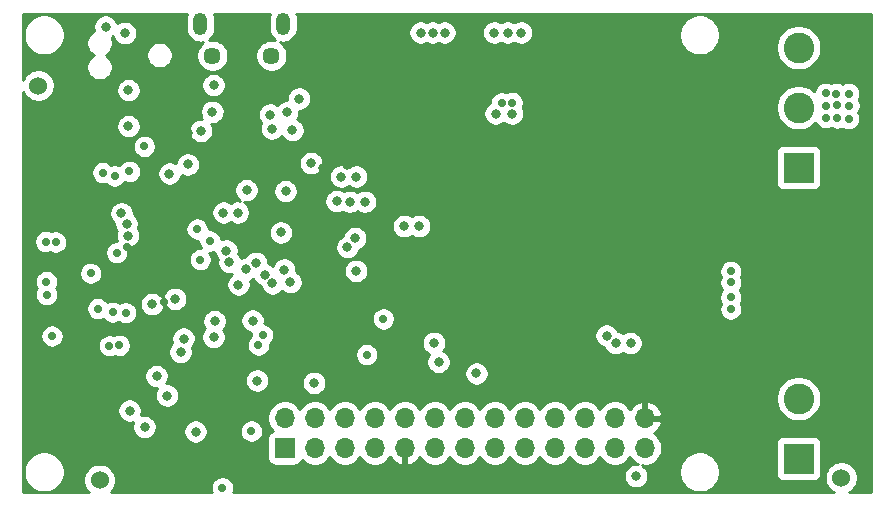
<source format=gbr>
%TF.GenerationSoftware,KiCad,Pcbnew,(5.1.9)-1*%
%TF.CreationDate,2022-08-25T12:46:07+02:00*%
%TF.ProjectId,electric_angle_actuator,656c6563-7472-4696-935f-616e676c655f,rev?*%
%TF.SameCoordinates,Original*%
%TF.FileFunction,Copper,L3,Inr*%
%TF.FilePolarity,Positive*%
%FSLAX46Y46*%
G04 Gerber Fmt 4.6, Leading zero omitted, Abs format (unit mm)*
G04 Created by KiCad (PCBNEW (5.1.9)-1) date 2022-08-25 12:46:07*
%MOMM*%
%LPD*%
G01*
G04 APERTURE LIST*
%TA.AperFunction,ComponentPad*%
%ADD10C,1.524000*%
%TD*%
%TA.AperFunction,ComponentPad*%
%ADD11O,1.200000X1.900000*%
%TD*%
%TA.AperFunction,ComponentPad*%
%ADD12C,1.450000*%
%TD*%
%TA.AperFunction,ComponentPad*%
%ADD13O,1.700000X1.700000*%
%TD*%
%TA.AperFunction,ComponentPad*%
%ADD14R,1.700000X1.700000*%
%TD*%
%TA.AperFunction,ComponentPad*%
%ADD15R,2.600000X2.600000*%
%TD*%
%TA.AperFunction,ComponentPad*%
%ADD16C,2.600000*%
%TD*%
%TA.AperFunction,ViaPad*%
%ADD17C,0.800000*%
%TD*%
%TA.AperFunction,ViaPad*%
%ADD18C,0.700000*%
%TD*%
%TA.AperFunction,Conductor*%
%ADD19C,0.254000*%
%TD*%
%TA.AperFunction,Conductor*%
%ADD20C,0.100000*%
%TD*%
G04 APERTURE END LIST*
D10*
%TO.N,N/C*%
%TO.C,REF\u002A\u002A*%
X196400000Y-98400000D03*
%TD*%
%TO.N,N/C*%
%TO.C,REF\u002A\u002A*%
X133600000Y-98600000D03*
%TD*%
%TO.N,N/C*%
%TO.C,REF\u002A\u002A*%
X128400000Y-65200000D03*
%TD*%
D11*
%TO.N,Net-(J1-Pad6)*%
%TO.C,J1*%
X142143600Y-59976500D03*
X149143600Y-59976500D03*
D12*
X143143600Y-62676500D03*
X148143600Y-62676500D03*
%TD*%
D13*
%TO.N,+3V3*%
%TO.C,J2*%
X179768500Y-93345000D03*
%TO.N,ADC1_IN0*%
X179768500Y-95885000D03*
%TO.N,SD2*%
X177228500Y-93345000D03*
%TO.N,SD1*%
X177228500Y-95885000D03*
%TO.N,DIRECTION*%
X174688500Y-93345000D03*
%TO.N,HIN_2*%
X174688500Y-95885000D03*
X172148500Y-93345000D03*
%TO.N,HIN_1*%
X172148500Y-95885000D03*
X169608500Y-93345000D03*
%TO.N,GND*%
X169608500Y-95885000D03*
%TO.N,ADC1_IN1*%
X167068500Y-93345000D03*
%TO.N,GND*%
X167068500Y-95885000D03*
%TO.N,INPUT_IT_1*%
X164528500Y-93345000D03*
%TO.N,+5V*%
X164528500Y-95885000D03*
%TO.N,INPUT_IT_2*%
X161988500Y-93345000D03*
%TO.N,GND*%
X161988500Y-95885000D03*
%TO.N,INPUT_IT_3*%
X159448500Y-93345000D03*
%TO.N,+3V3*%
X159448500Y-95885000D03*
%TO.N,POSITION_INDICATOR_4*%
X156908500Y-93345000D03*
%TO.N,GND*%
X156908500Y-95885000D03*
%TO.N,POSITION_INDICATOR_3*%
X154368500Y-93345000D03*
%TO.N,GND*%
X154368500Y-95885000D03*
%TO.N,POSITION_INDICATOR_2*%
X151828500Y-93345000D03*
%TO.N,GND*%
X151828500Y-95885000D03*
%TO.N,POSITION_INDICATOR_1*%
X149288500Y-93345000D03*
D14*
%TO.N,GND*%
X149288500Y-95885000D03*
%TD*%
D15*
%TO.N,V_in*%
%TO.C,J4*%
X192786000Y-72136000D03*
D16*
%TO.N,GND*%
X192786000Y-67056000D03*
%TO.N,+5V*%
X192786000Y-61976000D03*
%TD*%
D15*
%TO.N,CAN_L*%
%TO.C,J5*%
X192786000Y-96774000D03*
D16*
%TO.N,CAN_H*%
X192786000Y-91694000D03*
%TD*%
D17*
%TO.N,GND*%
X149230000Y-80780000D03*
X155318887Y-80876400D03*
X148237877Y-81946850D03*
X146558000Y-85090000D03*
D18*
X147050627Y-87162484D03*
D17*
X143256000Y-86487000D03*
X140462000Y-87757000D03*
X140716000Y-86614000D03*
X146939000Y-90170000D03*
X151765000Y-90373780D03*
X139319000Y-91440000D03*
X138430000Y-89789000D03*
X136144000Y-92710000D03*
X137414000Y-94107000D03*
X138049000Y-83693000D03*
X143145050Y-67425622D03*
X148045000Y-67654000D03*
X150495000Y-66294000D03*
X162814000Y-60706000D03*
X161798000Y-60706000D03*
X160782000Y-60706000D03*
X167005000Y-60706000D03*
X168148000Y-60706000D03*
X169291000Y-60706000D03*
X151511000Y-71755000D03*
X154051000Y-72898000D03*
X155321000Y-72898000D03*
X159385000Y-77089000D03*
X160655000Y-77089000D03*
X134112000Y-60198000D03*
X142171847Y-69029153D03*
X143256000Y-65151000D03*
X144346964Y-79166855D03*
D18*
X133880000Y-72570000D03*
X134890000Y-72850000D03*
X137380000Y-70340000D03*
X135060000Y-79355000D03*
X129040000Y-78410000D03*
X129890000Y-78450000D03*
X129100000Y-81790000D03*
X129120000Y-82890000D03*
X129570000Y-86400000D03*
X134430000Y-87230000D03*
X135270000Y-87200000D03*
X195090000Y-65860000D03*
X195990000Y-65880000D03*
X197020000Y-65870000D03*
X195100000Y-66890000D03*
X196040000Y-66820000D03*
X197050000Y-66910000D03*
X195100000Y-67920000D03*
X196040000Y-67950000D03*
X197020000Y-68010000D03*
X187050000Y-84120000D03*
X187040000Y-83120000D03*
X187050000Y-81860000D03*
X187050000Y-80920000D03*
D17*
X176530000Y-86360000D03*
X177292000Y-86995000D03*
X178562000Y-86995000D03*
%TO.N,+3V3*%
X148590000Y-90373780D03*
X140843000Y-91313000D03*
X141097000Y-84455000D03*
X155321000Y-63627000D03*
X151892000Y-62611000D03*
X153035000Y-62611000D03*
X154178000Y-62611000D03*
X155321000Y-62611000D03*
X156464000Y-62611000D03*
X157480000Y-62611000D03*
X151892000Y-63627000D03*
X153035000Y-63627000D03*
X154178000Y-63627000D03*
X156464000Y-63627000D03*
X157480000Y-63627000D03*
X141097000Y-69215000D03*
X140716000Y-68326000D03*
X140844210Y-65403790D03*
X154559000Y-71882000D03*
X152527000Y-72136000D03*
X137795000Y-60198000D03*
X139700000Y-85852000D03*
D18*
X133340000Y-80030000D03*
X133570000Y-79180000D03*
X135930000Y-78880000D03*
X149470000Y-79480000D03*
X139573000Y-84836000D03*
X139038952Y-83551579D03*
D17*
%TO.N,+5V*%
X167132000Y-67564000D03*
X168529000Y-67564000D03*
D18*
X168529000Y-66641000D03*
X167642500Y-66672500D03*
X144000000Y-99250000D03*
X157620000Y-84950000D03*
X156220000Y-87980000D03*
X146450000Y-94450000D03*
D17*
%TO.N,CAN_H*%
X179038500Y-98271000D03*
%TO.N,SWCLK*%
X136042400Y-68630800D03*
X136042400Y-65582800D03*
%TO.N,NRST*%
X135737600Y-60756800D03*
D18*
X147421600Y-86309200D03*
D17*
%TO.N,SPI2_SCK*%
X149346800Y-74138716D03*
X141071600Y-71870000D03*
%TO.N,I2C1_SCL*%
X144081500Y-75946000D03*
D18*
%TO.N,I2C1_SDA*%
X142940000Y-78350000D03*
%TO.N,ZEROING_PIN*%
X141859000Y-77343000D03*
D17*
%TO.N,PSM*%
X139509500Y-72644000D03*
%TO.N,V_OUT*%
X148945600Y-77622400D03*
%TO.N,MAGNET_PRESENCE*%
X149758400Y-81838800D03*
%TO.N,TURN_DIR_PIN*%
X140004800Y-83261200D03*
%TO.N,U_PIN*%
X136017810Y-77896076D03*
%TO.N,V_PIN*%
X135892714Y-76903929D03*
%TO.N,W_PIN*%
X135445500Y-76009500D03*
D18*
%TO.N,ENC_INC_A*%
X142120000Y-79930000D03*
D17*
%TO.N,ENC_INC_B*%
X145300000Y-75946000D03*
%TO.N,ENC_INC_Ri*%
X146050000Y-74041000D03*
%TO.N,SPI2_MISO*%
X144589500Y-80137000D03*
%TO.N,CAN_SILENT_MODE*%
X143346800Y-85140800D03*
X141732000Y-94488000D03*
%TO.N,HIN_2*%
X148183600Y-68834000D03*
%TO.N,DIRECTION*%
X149453600Y-67474400D03*
%TO.N,HIN_1*%
X149922302Y-68974400D03*
%TO.N,INPUT_IT_3*%
X153670000Y-74980800D03*
%TO.N,INPUT_IT_2*%
X154787600Y-75031600D03*
%TO.N,INPUT_IT_1*%
X156057600Y-75031600D03*
%TO.N,SD2*%
X155240677Y-78121877D03*
X162306000Y-88595200D03*
%TO.N,SD1*%
X154584400Y-78876400D03*
X165506400Y-89560400D03*
%TO.N,ADC1_IN1*%
X161899600Y-86969600D03*
%TO.N,POSITION_INDICATOR_4*%
X147566194Y-81206009D03*
%TO.N,POSITION_INDICATOR_3*%
X146841194Y-80207060D03*
%TO.N,POSITION_INDICATOR_2*%
X145993872Y-80738143D03*
%TO.N,POSITION_INDICATOR_1*%
X145352401Y-82042000D03*
D18*
%TO.N,Net-(C6-Pad1)*%
X135825000Y-84430000D03*
%TO.N,Net-(C11-Pad1)*%
X132860000Y-81080000D03*
%TO.N,Net-(C9-Pad1)*%
X134710000Y-84380000D03*
%TO.N,Net-(C12-Pad1)*%
X136120000Y-72470000D03*
%TO.N,Net-(C14-Pad2)*%
X133460000Y-84080000D03*
%TD*%
D19*
%TO.N,+3V3*%
X140997089Y-59151599D02*
X140926470Y-59384398D01*
X140908600Y-59565835D01*
X140908600Y-60387164D01*
X140926470Y-60568601D01*
X140997089Y-60801400D01*
X141111767Y-61015948D01*
X141266098Y-61204002D01*
X141454151Y-61358333D01*
X141668699Y-61473011D01*
X141901498Y-61543630D01*
X142143600Y-61567475D01*
X142385701Y-61543630D01*
X142395635Y-61540616D01*
X142276651Y-61620119D01*
X142087219Y-61809551D01*
X141938384Y-62032299D01*
X141835864Y-62279803D01*
X141783600Y-62542552D01*
X141783600Y-62810448D01*
X141835864Y-63073197D01*
X141938384Y-63320701D01*
X142087219Y-63543449D01*
X142276651Y-63732881D01*
X142499399Y-63881716D01*
X142746903Y-63984236D01*
X143009652Y-64036500D01*
X143277548Y-64036500D01*
X143540297Y-63984236D01*
X143787801Y-63881716D01*
X144010549Y-63732881D01*
X144199981Y-63543449D01*
X144348816Y-63320701D01*
X144451336Y-63073197D01*
X144503600Y-62810448D01*
X144503600Y-62542552D01*
X144451336Y-62279803D01*
X144348816Y-62032299D01*
X144199981Y-61809551D01*
X144010549Y-61620119D01*
X143787801Y-61471284D01*
X143540297Y-61368764D01*
X143277548Y-61316500D01*
X143009652Y-61316500D01*
X142843831Y-61349484D01*
X143021102Y-61204002D01*
X143175433Y-61015949D01*
X143290111Y-60801401D01*
X143360730Y-60568602D01*
X143378600Y-60387165D01*
X143378600Y-59565836D01*
X143360730Y-59384399D01*
X143290111Y-59151599D01*
X143265203Y-59105000D01*
X148021997Y-59105000D01*
X147997089Y-59151600D01*
X147926470Y-59384399D01*
X147908600Y-59565836D01*
X147908600Y-60387165D01*
X147926470Y-60568602D01*
X147997089Y-60801401D01*
X148111768Y-61015949D01*
X148266099Y-61204002D01*
X148443369Y-61349484D01*
X148277548Y-61316500D01*
X148009652Y-61316500D01*
X147746903Y-61368764D01*
X147499399Y-61471284D01*
X147276651Y-61620119D01*
X147087219Y-61809551D01*
X146938384Y-62032299D01*
X146835864Y-62279803D01*
X146783600Y-62542552D01*
X146783600Y-62810448D01*
X146835864Y-63073197D01*
X146938384Y-63320701D01*
X147087219Y-63543449D01*
X147276651Y-63732881D01*
X147499399Y-63881716D01*
X147746903Y-63984236D01*
X148009652Y-64036500D01*
X148277548Y-64036500D01*
X148540297Y-63984236D01*
X148787801Y-63881716D01*
X149010549Y-63732881D01*
X149199981Y-63543449D01*
X149348816Y-63320701D01*
X149451336Y-63073197D01*
X149503600Y-62810448D01*
X149503600Y-62542552D01*
X149451336Y-62279803D01*
X149348816Y-62032299D01*
X149199981Y-61809551D01*
X149010549Y-61620119D01*
X148891565Y-61540616D01*
X148901499Y-61543630D01*
X149143600Y-61567475D01*
X149385702Y-61543630D01*
X149618501Y-61473011D01*
X149833049Y-61358333D01*
X150021102Y-61204002D01*
X150175433Y-61015949D01*
X150290111Y-60801401D01*
X150349973Y-60604061D01*
X159747000Y-60604061D01*
X159747000Y-60807939D01*
X159786774Y-61007898D01*
X159864795Y-61196256D01*
X159978063Y-61365774D01*
X160122226Y-61509937D01*
X160291744Y-61623205D01*
X160480102Y-61701226D01*
X160680061Y-61741000D01*
X160883939Y-61741000D01*
X161083898Y-61701226D01*
X161272256Y-61623205D01*
X161290000Y-61611349D01*
X161307744Y-61623205D01*
X161496102Y-61701226D01*
X161696061Y-61741000D01*
X161899939Y-61741000D01*
X162099898Y-61701226D01*
X162288256Y-61623205D01*
X162306000Y-61611349D01*
X162323744Y-61623205D01*
X162512102Y-61701226D01*
X162712061Y-61741000D01*
X162915939Y-61741000D01*
X163115898Y-61701226D01*
X163304256Y-61623205D01*
X163473774Y-61509937D01*
X163617937Y-61365774D01*
X163731205Y-61196256D01*
X163809226Y-61007898D01*
X163849000Y-60807939D01*
X163849000Y-60604061D01*
X165970000Y-60604061D01*
X165970000Y-60807939D01*
X166009774Y-61007898D01*
X166087795Y-61196256D01*
X166201063Y-61365774D01*
X166345226Y-61509937D01*
X166514744Y-61623205D01*
X166703102Y-61701226D01*
X166903061Y-61741000D01*
X167106939Y-61741000D01*
X167306898Y-61701226D01*
X167495256Y-61623205D01*
X167576500Y-61568920D01*
X167657744Y-61623205D01*
X167846102Y-61701226D01*
X168046061Y-61741000D01*
X168249939Y-61741000D01*
X168449898Y-61701226D01*
X168638256Y-61623205D01*
X168719500Y-61568920D01*
X168800744Y-61623205D01*
X168989102Y-61701226D01*
X169189061Y-61741000D01*
X169392939Y-61741000D01*
X169592898Y-61701226D01*
X169781256Y-61623205D01*
X169950774Y-61509937D01*
X170094937Y-61365774D01*
X170208205Y-61196256D01*
X170286226Y-61007898D01*
X170326000Y-60807939D01*
X170326000Y-60729117D01*
X182665000Y-60729117D01*
X182665000Y-61070883D01*
X182731675Y-61406081D01*
X182862463Y-61721831D01*
X183052337Y-62005998D01*
X183294002Y-62247663D01*
X183578169Y-62437537D01*
X183893919Y-62568325D01*
X184229117Y-62635000D01*
X184570883Y-62635000D01*
X184906081Y-62568325D01*
X185221831Y-62437537D01*
X185505998Y-62247663D01*
X185747663Y-62005998D01*
X185895048Y-61785419D01*
X190851000Y-61785419D01*
X190851000Y-62166581D01*
X190925361Y-62540419D01*
X191071225Y-62892566D01*
X191282987Y-63209491D01*
X191552509Y-63479013D01*
X191869434Y-63690775D01*
X192221581Y-63836639D01*
X192595419Y-63911000D01*
X192976581Y-63911000D01*
X193350419Y-63836639D01*
X193702566Y-63690775D01*
X194019491Y-63479013D01*
X194289013Y-63209491D01*
X194500775Y-62892566D01*
X194646639Y-62540419D01*
X194721000Y-62166581D01*
X194721000Y-61785419D01*
X194646639Y-61411581D01*
X194500775Y-61059434D01*
X194289013Y-60742509D01*
X194019491Y-60472987D01*
X193702566Y-60261225D01*
X193350419Y-60115361D01*
X192976581Y-60041000D01*
X192595419Y-60041000D01*
X192221581Y-60115361D01*
X191869434Y-60261225D01*
X191552509Y-60472987D01*
X191282987Y-60742509D01*
X191071225Y-61059434D01*
X190925361Y-61411581D01*
X190851000Y-61785419D01*
X185895048Y-61785419D01*
X185937537Y-61721831D01*
X186068325Y-61406081D01*
X186135000Y-61070883D01*
X186135000Y-60729117D01*
X186068325Y-60393919D01*
X185937537Y-60078169D01*
X185747663Y-59794002D01*
X185505998Y-59552337D01*
X185221831Y-59362463D01*
X184906081Y-59231675D01*
X184570883Y-59165000D01*
X184229117Y-59165000D01*
X183893919Y-59231675D01*
X183578169Y-59362463D01*
X183294002Y-59552337D01*
X183052337Y-59794002D01*
X182862463Y-60078169D01*
X182731675Y-60393919D01*
X182665000Y-60729117D01*
X170326000Y-60729117D01*
X170326000Y-60604061D01*
X170286226Y-60404102D01*
X170208205Y-60215744D01*
X170094937Y-60046226D01*
X169950774Y-59902063D01*
X169781256Y-59788795D01*
X169592898Y-59710774D01*
X169392939Y-59671000D01*
X169189061Y-59671000D01*
X168989102Y-59710774D01*
X168800744Y-59788795D01*
X168719500Y-59843080D01*
X168638256Y-59788795D01*
X168449898Y-59710774D01*
X168249939Y-59671000D01*
X168046061Y-59671000D01*
X167846102Y-59710774D01*
X167657744Y-59788795D01*
X167576500Y-59843080D01*
X167495256Y-59788795D01*
X167306898Y-59710774D01*
X167106939Y-59671000D01*
X166903061Y-59671000D01*
X166703102Y-59710774D01*
X166514744Y-59788795D01*
X166345226Y-59902063D01*
X166201063Y-60046226D01*
X166087795Y-60215744D01*
X166009774Y-60404102D01*
X165970000Y-60604061D01*
X163849000Y-60604061D01*
X163809226Y-60404102D01*
X163731205Y-60215744D01*
X163617937Y-60046226D01*
X163473774Y-59902063D01*
X163304256Y-59788795D01*
X163115898Y-59710774D01*
X162915939Y-59671000D01*
X162712061Y-59671000D01*
X162512102Y-59710774D01*
X162323744Y-59788795D01*
X162306000Y-59800651D01*
X162288256Y-59788795D01*
X162099898Y-59710774D01*
X161899939Y-59671000D01*
X161696061Y-59671000D01*
X161496102Y-59710774D01*
X161307744Y-59788795D01*
X161290000Y-59800651D01*
X161272256Y-59788795D01*
X161083898Y-59710774D01*
X160883939Y-59671000D01*
X160680061Y-59671000D01*
X160480102Y-59710774D01*
X160291744Y-59788795D01*
X160122226Y-59902063D01*
X159978063Y-60046226D01*
X159864795Y-60215744D01*
X159786774Y-60404102D01*
X159747000Y-60604061D01*
X150349973Y-60604061D01*
X150360730Y-60568601D01*
X150378600Y-60387164D01*
X150378600Y-59565835D01*
X150360730Y-59384398D01*
X150290111Y-59151599D01*
X150265203Y-59105000D01*
X198915000Y-59105000D01*
X198915001Y-99645000D01*
X197044840Y-99645000D01*
X197061727Y-99638005D01*
X197290535Y-99485120D01*
X197485120Y-99290535D01*
X197638005Y-99061727D01*
X197743314Y-98807490D01*
X197797000Y-98537592D01*
X197797000Y-98262408D01*
X197743314Y-97992510D01*
X197638005Y-97738273D01*
X197485120Y-97509465D01*
X197290535Y-97314880D01*
X197061727Y-97161995D01*
X196807490Y-97056686D01*
X196537592Y-97003000D01*
X196262408Y-97003000D01*
X195992510Y-97056686D01*
X195738273Y-97161995D01*
X195509465Y-97314880D01*
X195314880Y-97509465D01*
X195161995Y-97738273D01*
X195056686Y-97992510D01*
X195003000Y-98262408D01*
X195003000Y-98537592D01*
X195056686Y-98807490D01*
X195161995Y-99061727D01*
X195314880Y-99290535D01*
X195509465Y-99485120D01*
X195738273Y-99638005D01*
X195755160Y-99645000D01*
X144902542Y-99645000D01*
X144947147Y-99537314D01*
X144985000Y-99347014D01*
X144985000Y-99152986D01*
X144947147Y-98962686D01*
X144872896Y-98783428D01*
X144765099Y-98622099D01*
X144627901Y-98484901D01*
X144466572Y-98377104D01*
X144287314Y-98302853D01*
X144097014Y-98265000D01*
X143902986Y-98265000D01*
X143712686Y-98302853D01*
X143533428Y-98377104D01*
X143372099Y-98484901D01*
X143234901Y-98622099D01*
X143127104Y-98783428D01*
X143052853Y-98962686D01*
X143015000Y-99152986D01*
X143015000Y-99347014D01*
X143052853Y-99537314D01*
X143097458Y-99645000D01*
X134530655Y-99645000D01*
X134685120Y-99490535D01*
X134838005Y-99261727D01*
X134943314Y-99007490D01*
X134997000Y-98737592D01*
X134997000Y-98462408D01*
X134943314Y-98192510D01*
X134838005Y-97938273D01*
X134685120Y-97709465D01*
X134490535Y-97514880D01*
X134261727Y-97361995D01*
X134007490Y-97256686D01*
X133737592Y-97203000D01*
X133462408Y-97203000D01*
X133192510Y-97256686D01*
X132938273Y-97361995D01*
X132709465Y-97514880D01*
X132514880Y-97709465D01*
X132361995Y-97938273D01*
X132256686Y-98192510D01*
X132203000Y-98462408D01*
X132203000Y-98737592D01*
X132256686Y-99007490D01*
X132361995Y-99261727D01*
X132514880Y-99490535D01*
X132669345Y-99645000D01*
X127100800Y-99645000D01*
X127100800Y-97729117D01*
X127165000Y-97729117D01*
X127165000Y-98070883D01*
X127231675Y-98406081D01*
X127362463Y-98721831D01*
X127552337Y-99005998D01*
X127794002Y-99247663D01*
X128078169Y-99437537D01*
X128393919Y-99568325D01*
X128729117Y-99635000D01*
X129070883Y-99635000D01*
X129406081Y-99568325D01*
X129721831Y-99437537D01*
X130005998Y-99247663D01*
X130247663Y-99005998D01*
X130437537Y-98721831D01*
X130568325Y-98406081D01*
X130635000Y-98070883D01*
X130635000Y-97729117D01*
X130568325Y-97393919D01*
X130437537Y-97078169D01*
X130247663Y-96794002D01*
X130005998Y-96552337D01*
X129721831Y-96362463D01*
X129406081Y-96231675D01*
X129070883Y-96165000D01*
X128729117Y-96165000D01*
X128393919Y-96231675D01*
X128078169Y-96362463D01*
X127794002Y-96552337D01*
X127552337Y-96794002D01*
X127362463Y-97078169D01*
X127231675Y-97393919D01*
X127165000Y-97729117D01*
X127100800Y-97729117D01*
X127100800Y-92608061D01*
X135109000Y-92608061D01*
X135109000Y-92811939D01*
X135148774Y-93011898D01*
X135226795Y-93200256D01*
X135340063Y-93369774D01*
X135484226Y-93513937D01*
X135653744Y-93627205D01*
X135842102Y-93705226D01*
X136042061Y-93745000D01*
X136245939Y-93745000D01*
X136445898Y-93705226D01*
X136463095Y-93698103D01*
X136418774Y-93805102D01*
X136379000Y-94005061D01*
X136379000Y-94208939D01*
X136418774Y-94408898D01*
X136496795Y-94597256D01*
X136610063Y-94766774D01*
X136754226Y-94910937D01*
X136923744Y-95024205D01*
X137112102Y-95102226D01*
X137312061Y-95142000D01*
X137515939Y-95142000D01*
X137715898Y-95102226D01*
X137904256Y-95024205D01*
X138073774Y-94910937D01*
X138217937Y-94766774D01*
X138331205Y-94597256D01*
X138409226Y-94408898D01*
X138413768Y-94386061D01*
X140697000Y-94386061D01*
X140697000Y-94589939D01*
X140736774Y-94789898D01*
X140814795Y-94978256D01*
X140928063Y-95147774D01*
X141072226Y-95291937D01*
X141241744Y-95405205D01*
X141430102Y-95483226D01*
X141630061Y-95523000D01*
X141833939Y-95523000D01*
X142033898Y-95483226D01*
X142222256Y-95405205D01*
X142391774Y-95291937D01*
X142535937Y-95147774D01*
X142649205Y-94978256D01*
X142727226Y-94789898D01*
X142767000Y-94589939D01*
X142767000Y-94386061D01*
X142760422Y-94352986D01*
X145465000Y-94352986D01*
X145465000Y-94547014D01*
X145502853Y-94737314D01*
X145577104Y-94916572D01*
X145684901Y-95077901D01*
X145822099Y-95215099D01*
X145983428Y-95322896D01*
X146162686Y-95397147D01*
X146352986Y-95435000D01*
X146547014Y-95435000D01*
X146737314Y-95397147D01*
X146916572Y-95322896D01*
X147077901Y-95215099D01*
X147215099Y-95077901D01*
X147243764Y-95035000D01*
X147800428Y-95035000D01*
X147800428Y-96735000D01*
X147812688Y-96859482D01*
X147848998Y-96979180D01*
X147907963Y-97089494D01*
X147987315Y-97186185D01*
X148084006Y-97265537D01*
X148194320Y-97324502D01*
X148314018Y-97360812D01*
X148438500Y-97373072D01*
X150138500Y-97373072D01*
X150262982Y-97360812D01*
X150382680Y-97324502D01*
X150492994Y-97265537D01*
X150589685Y-97186185D01*
X150669037Y-97089494D01*
X150728002Y-96979180D01*
X150750013Y-96906620D01*
X150881868Y-97038475D01*
X151125089Y-97200990D01*
X151395342Y-97312932D01*
X151682240Y-97370000D01*
X151974760Y-97370000D01*
X152261658Y-97312932D01*
X152531911Y-97200990D01*
X152775132Y-97038475D01*
X152981975Y-96831632D01*
X153098500Y-96657240D01*
X153215025Y-96831632D01*
X153421868Y-97038475D01*
X153665089Y-97200990D01*
X153935342Y-97312932D01*
X154222240Y-97370000D01*
X154514760Y-97370000D01*
X154801658Y-97312932D01*
X155071911Y-97200990D01*
X155315132Y-97038475D01*
X155521975Y-96831632D01*
X155638500Y-96657240D01*
X155755025Y-96831632D01*
X155961868Y-97038475D01*
X156205089Y-97200990D01*
X156475342Y-97312932D01*
X156762240Y-97370000D01*
X157054760Y-97370000D01*
X157341658Y-97312932D01*
X157611911Y-97200990D01*
X157855132Y-97038475D01*
X158061975Y-96831632D01*
X158183695Y-96649466D01*
X158253322Y-96766355D01*
X158448231Y-96982588D01*
X158681580Y-97156641D01*
X158944401Y-97281825D01*
X159091610Y-97326476D01*
X159321500Y-97205155D01*
X159321500Y-96012000D01*
X159301500Y-96012000D01*
X159301500Y-95758000D01*
X159321500Y-95758000D01*
X159321500Y-95738000D01*
X159575500Y-95738000D01*
X159575500Y-95758000D01*
X159595500Y-95758000D01*
X159595500Y-96012000D01*
X159575500Y-96012000D01*
X159575500Y-97205155D01*
X159805390Y-97326476D01*
X159952599Y-97281825D01*
X160215420Y-97156641D01*
X160448769Y-96982588D01*
X160643678Y-96766355D01*
X160713305Y-96649466D01*
X160835025Y-96831632D01*
X161041868Y-97038475D01*
X161285089Y-97200990D01*
X161555342Y-97312932D01*
X161842240Y-97370000D01*
X162134760Y-97370000D01*
X162421658Y-97312932D01*
X162691911Y-97200990D01*
X162935132Y-97038475D01*
X163141975Y-96831632D01*
X163258500Y-96657240D01*
X163375025Y-96831632D01*
X163581868Y-97038475D01*
X163825089Y-97200990D01*
X164095342Y-97312932D01*
X164382240Y-97370000D01*
X164674760Y-97370000D01*
X164961658Y-97312932D01*
X165231911Y-97200990D01*
X165475132Y-97038475D01*
X165681975Y-96831632D01*
X165798500Y-96657240D01*
X165915025Y-96831632D01*
X166121868Y-97038475D01*
X166365089Y-97200990D01*
X166635342Y-97312932D01*
X166922240Y-97370000D01*
X167214760Y-97370000D01*
X167501658Y-97312932D01*
X167771911Y-97200990D01*
X168015132Y-97038475D01*
X168221975Y-96831632D01*
X168338500Y-96657240D01*
X168455025Y-96831632D01*
X168661868Y-97038475D01*
X168905089Y-97200990D01*
X169175342Y-97312932D01*
X169462240Y-97370000D01*
X169754760Y-97370000D01*
X170041658Y-97312932D01*
X170311911Y-97200990D01*
X170555132Y-97038475D01*
X170761975Y-96831632D01*
X170878500Y-96657240D01*
X170995025Y-96831632D01*
X171201868Y-97038475D01*
X171445089Y-97200990D01*
X171715342Y-97312932D01*
X172002240Y-97370000D01*
X172294760Y-97370000D01*
X172581658Y-97312932D01*
X172851911Y-97200990D01*
X173095132Y-97038475D01*
X173301975Y-96831632D01*
X173418500Y-96657240D01*
X173535025Y-96831632D01*
X173741868Y-97038475D01*
X173985089Y-97200990D01*
X174255342Y-97312932D01*
X174542240Y-97370000D01*
X174834760Y-97370000D01*
X175121658Y-97312932D01*
X175391911Y-97200990D01*
X175635132Y-97038475D01*
X175841975Y-96831632D01*
X175958500Y-96657240D01*
X176075025Y-96831632D01*
X176281868Y-97038475D01*
X176525089Y-97200990D01*
X176795342Y-97312932D01*
X177082240Y-97370000D01*
X177374760Y-97370000D01*
X177661658Y-97312932D01*
X177931911Y-97200990D01*
X178175132Y-97038475D01*
X178381975Y-96831632D01*
X178498500Y-96657240D01*
X178615025Y-96831632D01*
X178821868Y-97038475D01*
X179065089Y-97200990D01*
X179158085Y-97239510D01*
X179140439Y-97236000D01*
X178936561Y-97236000D01*
X178736602Y-97275774D01*
X178548244Y-97353795D01*
X178378726Y-97467063D01*
X178234563Y-97611226D01*
X178121295Y-97780744D01*
X178043274Y-97969102D01*
X178003500Y-98169061D01*
X178003500Y-98372939D01*
X178043274Y-98572898D01*
X178121295Y-98761256D01*
X178234563Y-98930774D01*
X178378726Y-99074937D01*
X178548244Y-99188205D01*
X178736602Y-99266226D01*
X178936561Y-99306000D01*
X179140439Y-99306000D01*
X179340398Y-99266226D01*
X179528756Y-99188205D01*
X179698274Y-99074937D01*
X179842437Y-98930774D01*
X179955705Y-98761256D01*
X180033726Y-98572898D01*
X180073500Y-98372939D01*
X180073500Y-98169061D01*
X180033726Y-97969102D01*
X179955705Y-97780744D01*
X179921210Y-97729117D01*
X182665000Y-97729117D01*
X182665000Y-98070883D01*
X182731675Y-98406081D01*
X182862463Y-98721831D01*
X183052337Y-99005998D01*
X183294002Y-99247663D01*
X183578169Y-99437537D01*
X183893919Y-99568325D01*
X184229117Y-99635000D01*
X184570883Y-99635000D01*
X184906081Y-99568325D01*
X185221831Y-99437537D01*
X185505998Y-99247663D01*
X185747663Y-99005998D01*
X185937537Y-98721831D01*
X186068325Y-98406081D01*
X186135000Y-98070883D01*
X186135000Y-97729117D01*
X186068325Y-97393919D01*
X185937537Y-97078169D01*
X185747663Y-96794002D01*
X185505998Y-96552337D01*
X185221831Y-96362463D01*
X184906081Y-96231675D01*
X184570883Y-96165000D01*
X184229117Y-96165000D01*
X183893919Y-96231675D01*
X183578169Y-96362463D01*
X183294002Y-96552337D01*
X183052337Y-96794002D01*
X182862463Y-97078169D01*
X182731675Y-97393919D01*
X182665000Y-97729117D01*
X179921210Y-97729117D01*
X179842437Y-97611226D01*
X179698274Y-97467063D01*
X179528756Y-97353795D01*
X179517654Y-97349196D01*
X179622240Y-97370000D01*
X179914760Y-97370000D01*
X180201658Y-97312932D01*
X180471911Y-97200990D01*
X180715132Y-97038475D01*
X180921975Y-96831632D01*
X181084490Y-96588411D01*
X181196432Y-96318158D01*
X181253500Y-96031260D01*
X181253500Y-95738740D01*
X181200840Y-95474000D01*
X190847928Y-95474000D01*
X190847928Y-98074000D01*
X190860188Y-98198482D01*
X190896498Y-98318180D01*
X190955463Y-98428494D01*
X191034815Y-98525185D01*
X191131506Y-98604537D01*
X191241820Y-98663502D01*
X191361518Y-98699812D01*
X191486000Y-98712072D01*
X194086000Y-98712072D01*
X194210482Y-98699812D01*
X194330180Y-98663502D01*
X194440494Y-98604537D01*
X194537185Y-98525185D01*
X194616537Y-98428494D01*
X194675502Y-98318180D01*
X194711812Y-98198482D01*
X194724072Y-98074000D01*
X194724072Y-95474000D01*
X194711812Y-95349518D01*
X194675502Y-95229820D01*
X194616537Y-95119506D01*
X194537185Y-95022815D01*
X194440494Y-94943463D01*
X194330180Y-94884498D01*
X194210482Y-94848188D01*
X194086000Y-94835928D01*
X191486000Y-94835928D01*
X191361518Y-94848188D01*
X191241820Y-94884498D01*
X191131506Y-94943463D01*
X191034815Y-95022815D01*
X190955463Y-95119506D01*
X190896498Y-95229820D01*
X190860188Y-95349518D01*
X190847928Y-95474000D01*
X181200840Y-95474000D01*
X181196432Y-95451842D01*
X181084490Y-95181589D01*
X180921975Y-94938368D01*
X180715132Y-94731525D01*
X180539094Y-94613900D01*
X180768769Y-94442588D01*
X180963678Y-94226355D01*
X181112657Y-93976252D01*
X181209981Y-93701891D01*
X181089314Y-93472000D01*
X179895500Y-93472000D01*
X179895500Y-93492000D01*
X179641500Y-93492000D01*
X179641500Y-93472000D01*
X179621500Y-93472000D01*
X179621500Y-93218000D01*
X179641500Y-93218000D01*
X179641500Y-92024845D01*
X179895500Y-92024845D01*
X179895500Y-93218000D01*
X181089314Y-93218000D01*
X181209981Y-92988109D01*
X181112657Y-92713748D01*
X180963678Y-92463645D01*
X180768769Y-92247412D01*
X180535420Y-92073359D01*
X180272599Y-91948175D01*
X180125390Y-91903524D01*
X179895500Y-92024845D01*
X179641500Y-92024845D01*
X179411610Y-91903524D01*
X179264401Y-91948175D01*
X179001580Y-92073359D01*
X178768231Y-92247412D01*
X178573322Y-92463645D01*
X178503695Y-92580534D01*
X178381975Y-92398368D01*
X178175132Y-92191525D01*
X177931911Y-92029010D01*
X177661658Y-91917068D01*
X177374760Y-91860000D01*
X177082240Y-91860000D01*
X176795342Y-91917068D01*
X176525089Y-92029010D01*
X176281868Y-92191525D01*
X176075025Y-92398368D01*
X175958500Y-92572760D01*
X175841975Y-92398368D01*
X175635132Y-92191525D01*
X175391911Y-92029010D01*
X175121658Y-91917068D01*
X174834760Y-91860000D01*
X174542240Y-91860000D01*
X174255342Y-91917068D01*
X173985089Y-92029010D01*
X173741868Y-92191525D01*
X173535025Y-92398368D01*
X173418500Y-92572760D01*
X173301975Y-92398368D01*
X173095132Y-92191525D01*
X172851911Y-92029010D01*
X172581658Y-91917068D01*
X172294760Y-91860000D01*
X172002240Y-91860000D01*
X171715342Y-91917068D01*
X171445089Y-92029010D01*
X171201868Y-92191525D01*
X170995025Y-92398368D01*
X170878500Y-92572760D01*
X170761975Y-92398368D01*
X170555132Y-92191525D01*
X170311911Y-92029010D01*
X170041658Y-91917068D01*
X169754760Y-91860000D01*
X169462240Y-91860000D01*
X169175342Y-91917068D01*
X168905089Y-92029010D01*
X168661868Y-92191525D01*
X168455025Y-92398368D01*
X168338500Y-92572760D01*
X168221975Y-92398368D01*
X168015132Y-92191525D01*
X167771911Y-92029010D01*
X167501658Y-91917068D01*
X167214760Y-91860000D01*
X166922240Y-91860000D01*
X166635342Y-91917068D01*
X166365089Y-92029010D01*
X166121868Y-92191525D01*
X165915025Y-92398368D01*
X165798500Y-92572760D01*
X165681975Y-92398368D01*
X165475132Y-92191525D01*
X165231911Y-92029010D01*
X164961658Y-91917068D01*
X164674760Y-91860000D01*
X164382240Y-91860000D01*
X164095342Y-91917068D01*
X163825089Y-92029010D01*
X163581868Y-92191525D01*
X163375025Y-92398368D01*
X163258500Y-92572760D01*
X163141975Y-92398368D01*
X162935132Y-92191525D01*
X162691911Y-92029010D01*
X162421658Y-91917068D01*
X162134760Y-91860000D01*
X161842240Y-91860000D01*
X161555342Y-91917068D01*
X161285089Y-92029010D01*
X161041868Y-92191525D01*
X160835025Y-92398368D01*
X160718500Y-92572760D01*
X160601975Y-92398368D01*
X160395132Y-92191525D01*
X160151911Y-92029010D01*
X159881658Y-91917068D01*
X159594760Y-91860000D01*
X159302240Y-91860000D01*
X159015342Y-91917068D01*
X158745089Y-92029010D01*
X158501868Y-92191525D01*
X158295025Y-92398368D01*
X158178500Y-92572760D01*
X158061975Y-92398368D01*
X157855132Y-92191525D01*
X157611911Y-92029010D01*
X157341658Y-91917068D01*
X157054760Y-91860000D01*
X156762240Y-91860000D01*
X156475342Y-91917068D01*
X156205089Y-92029010D01*
X155961868Y-92191525D01*
X155755025Y-92398368D01*
X155638500Y-92572760D01*
X155521975Y-92398368D01*
X155315132Y-92191525D01*
X155071911Y-92029010D01*
X154801658Y-91917068D01*
X154514760Y-91860000D01*
X154222240Y-91860000D01*
X153935342Y-91917068D01*
X153665089Y-92029010D01*
X153421868Y-92191525D01*
X153215025Y-92398368D01*
X153098500Y-92572760D01*
X152981975Y-92398368D01*
X152775132Y-92191525D01*
X152531911Y-92029010D01*
X152261658Y-91917068D01*
X151974760Y-91860000D01*
X151682240Y-91860000D01*
X151395342Y-91917068D01*
X151125089Y-92029010D01*
X150881868Y-92191525D01*
X150675025Y-92398368D01*
X150558500Y-92572760D01*
X150441975Y-92398368D01*
X150235132Y-92191525D01*
X149991911Y-92029010D01*
X149721658Y-91917068D01*
X149434760Y-91860000D01*
X149142240Y-91860000D01*
X148855342Y-91917068D01*
X148585089Y-92029010D01*
X148341868Y-92191525D01*
X148135025Y-92398368D01*
X147972510Y-92641589D01*
X147860568Y-92911842D01*
X147803500Y-93198740D01*
X147803500Y-93491260D01*
X147860568Y-93778158D01*
X147972510Y-94048411D01*
X148135025Y-94291632D01*
X148266880Y-94423487D01*
X148194320Y-94445498D01*
X148084006Y-94504463D01*
X147987315Y-94583815D01*
X147907963Y-94680506D01*
X147848998Y-94790820D01*
X147812688Y-94910518D01*
X147800428Y-95035000D01*
X147243764Y-95035000D01*
X147322896Y-94916572D01*
X147397147Y-94737314D01*
X147435000Y-94547014D01*
X147435000Y-94352986D01*
X147397147Y-94162686D01*
X147322896Y-93983428D01*
X147215099Y-93822099D01*
X147077901Y-93684901D01*
X146916572Y-93577104D01*
X146737314Y-93502853D01*
X146547014Y-93465000D01*
X146352986Y-93465000D01*
X146162686Y-93502853D01*
X145983428Y-93577104D01*
X145822099Y-93684901D01*
X145684901Y-93822099D01*
X145577104Y-93983428D01*
X145502853Y-94162686D01*
X145465000Y-94352986D01*
X142760422Y-94352986D01*
X142727226Y-94186102D01*
X142649205Y-93997744D01*
X142535937Y-93828226D01*
X142391774Y-93684063D01*
X142222256Y-93570795D01*
X142033898Y-93492774D01*
X141833939Y-93453000D01*
X141630061Y-93453000D01*
X141430102Y-93492774D01*
X141241744Y-93570795D01*
X141072226Y-93684063D01*
X140928063Y-93828226D01*
X140814795Y-93997744D01*
X140736774Y-94186102D01*
X140697000Y-94386061D01*
X138413768Y-94386061D01*
X138449000Y-94208939D01*
X138449000Y-94005061D01*
X138409226Y-93805102D01*
X138331205Y-93616744D01*
X138217937Y-93447226D01*
X138073774Y-93303063D01*
X137904256Y-93189795D01*
X137715898Y-93111774D01*
X137515939Y-93072000D01*
X137312061Y-93072000D01*
X137112102Y-93111774D01*
X137094905Y-93118897D01*
X137139226Y-93011898D01*
X137179000Y-92811939D01*
X137179000Y-92608061D01*
X137139226Y-92408102D01*
X137061205Y-92219744D01*
X136947937Y-92050226D01*
X136803774Y-91906063D01*
X136634256Y-91792795D01*
X136445898Y-91714774D01*
X136245939Y-91675000D01*
X136042061Y-91675000D01*
X135842102Y-91714774D01*
X135653744Y-91792795D01*
X135484226Y-91906063D01*
X135340063Y-92050226D01*
X135226795Y-92219744D01*
X135148774Y-92408102D01*
X135109000Y-92608061D01*
X127100800Y-92608061D01*
X127100800Y-89687061D01*
X137395000Y-89687061D01*
X137395000Y-89890939D01*
X137434774Y-90090898D01*
X137512795Y-90279256D01*
X137626063Y-90448774D01*
X137770226Y-90592937D01*
X137939744Y-90706205D01*
X138128102Y-90784226D01*
X138328061Y-90824000D01*
X138485814Y-90824000D01*
X138401795Y-90949744D01*
X138323774Y-91138102D01*
X138284000Y-91338061D01*
X138284000Y-91541939D01*
X138323774Y-91741898D01*
X138401795Y-91930256D01*
X138515063Y-92099774D01*
X138659226Y-92243937D01*
X138828744Y-92357205D01*
X139017102Y-92435226D01*
X139217061Y-92475000D01*
X139420939Y-92475000D01*
X139620898Y-92435226D01*
X139809256Y-92357205D01*
X139978774Y-92243937D01*
X140122937Y-92099774D01*
X140236205Y-91930256D01*
X140314226Y-91741898D01*
X140354000Y-91541939D01*
X140354000Y-91503419D01*
X190851000Y-91503419D01*
X190851000Y-91884581D01*
X190925361Y-92258419D01*
X191071225Y-92610566D01*
X191282987Y-92927491D01*
X191552509Y-93197013D01*
X191869434Y-93408775D01*
X192221581Y-93554639D01*
X192595419Y-93629000D01*
X192976581Y-93629000D01*
X193350419Y-93554639D01*
X193702566Y-93408775D01*
X194019491Y-93197013D01*
X194289013Y-92927491D01*
X194500775Y-92610566D01*
X194646639Y-92258419D01*
X194721000Y-91884581D01*
X194721000Y-91503419D01*
X194646639Y-91129581D01*
X194500775Y-90777434D01*
X194289013Y-90460509D01*
X194019491Y-90190987D01*
X193702566Y-89979225D01*
X193350419Y-89833361D01*
X192976581Y-89759000D01*
X192595419Y-89759000D01*
X192221581Y-89833361D01*
X191869434Y-89979225D01*
X191552509Y-90190987D01*
X191282987Y-90460509D01*
X191071225Y-90777434D01*
X190925361Y-91129581D01*
X190851000Y-91503419D01*
X140354000Y-91503419D01*
X140354000Y-91338061D01*
X140314226Y-91138102D01*
X140236205Y-90949744D01*
X140122937Y-90780226D01*
X139978774Y-90636063D01*
X139809256Y-90522795D01*
X139620898Y-90444774D01*
X139420939Y-90405000D01*
X139263186Y-90405000D01*
X139347205Y-90279256D01*
X139425226Y-90090898D01*
X139429768Y-90068061D01*
X145904000Y-90068061D01*
X145904000Y-90271939D01*
X145943774Y-90471898D01*
X146021795Y-90660256D01*
X146135063Y-90829774D01*
X146279226Y-90973937D01*
X146448744Y-91087205D01*
X146637102Y-91165226D01*
X146837061Y-91205000D01*
X147040939Y-91205000D01*
X147240898Y-91165226D01*
X147429256Y-91087205D01*
X147598774Y-90973937D01*
X147742937Y-90829774D01*
X147856205Y-90660256D01*
X147934226Y-90471898D01*
X147974000Y-90271939D01*
X147974000Y-90271841D01*
X150730000Y-90271841D01*
X150730000Y-90475719D01*
X150769774Y-90675678D01*
X150847795Y-90864036D01*
X150961063Y-91033554D01*
X151105226Y-91177717D01*
X151274744Y-91290985D01*
X151463102Y-91369006D01*
X151663061Y-91408780D01*
X151866939Y-91408780D01*
X152066898Y-91369006D01*
X152255256Y-91290985D01*
X152424774Y-91177717D01*
X152568937Y-91033554D01*
X152682205Y-90864036D01*
X152760226Y-90675678D01*
X152800000Y-90475719D01*
X152800000Y-90271841D01*
X152760226Y-90071882D01*
X152682205Y-89883524D01*
X152568937Y-89714006D01*
X152424774Y-89569843D01*
X152255256Y-89456575D01*
X152066898Y-89378554D01*
X151866939Y-89338780D01*
X151663061Y-89338780D01*
X151463102Y-89378554D01*
X151274744Y-89456575D01*
X151105226Y-89569843D01*
X150961063Y-89714006D01*
X150847795Y-89883524D01*
X150769774Y-90071882D01*
X150730000Y-90271841D01*
X147974000Y-90271841D01*
X147974000Y-90068061D01*
X147934226Y-89868102D01*
X147856205Y-89679744D01*
X147742937Y-89510226D01*
X147598774Y-89366063D01*
X147429256Y-89252795D01*
X147240898Y-89174774D01*
X147040939Y-89135000D01*
X146837061Y-89135000D01*
X146637102Y-89174774D01*
X146448744Y-89252795D01*
X146279226Y-89366063D01*
X146135063Y-89510226D01*
X146021795Y-89679744D01*
X145943774Y-89868102D01*
X145904000Y-90068061D01*
X139429768Y-90068061D01*
X139465000Y-89890939D01*
X139465000Y-89687061D01*
X139425226Y-89487102D01*
X139347205Y-89298744D01*
X139233937Y-89129226D01*
X139089774Y-88985063D01*
X138920256Y-88871795D01*
X138731898Y-88793774D01*
X138531939Y-88754000D01*
X138328061Y-88754000D01*
X138128102Y-88793774D01*
X137939744Y-88871795D01*
X137770226Y-88985063D01*
X137626063Y-89129226D01*
X137512795Y-89298744D01*
X137434774Y-89487102D01*
X137395000Y-89687061D01*
X127100800Y-89687061D01*
X127100800Y-86302986D01*
X128585000Y-86302986D01*
X128585000Y-86497014D01*
X128622853Y-86687314D01*
X128697104Y-86866572D01*
X128804901Y-87027901D01*
X128942099Y-87165099D01*
X129103428Y-87272896D01*
X129282686Y-87347147D01*
X129472986Y-87385000D01*
X129667014Y-87385000D01*
X129857314Y-87347147D01*
X130036572Y-87272896D01*
X130197901Y-87165099D01*
X130230014Y-87132986D01*
X133445000Y-87132986D01*
X133445000Y-87327014D01*
X133482853Y-87517314D01*
X133557104Y-87696572D01*
X133664901Y-87857901D01*
X133802099Y-87995099D01*
X133963428Y-88102896D01*
X134142686Y-88177147D01*
X134332986Y-88215000D01*
X134527014Y-88215000D01*
X134717314Y-88177147D01*
X134886213Y-88107187D01*
X134982686Y-88147147D01*
X135172986Y-88185000D01*
X135367014Y-88185000D01*
X135557314Y-88147147D01*
X135736572Y-88072896D01*
X135897901Y-87965099D01*
X136035099Y-87827901D01*
X136142896Y-87666572D01*
X136147664Y-87655061D01*
X139427000Y-87655061D01*
X139427000Y-87858939D01*
X139466774Y-88058898D01*
X139544795Y-88247256D01*
X139658063Y-88416774D01*
X139802226Y-88560937D01*
X139971744Y-88674205D01*
X140160102Y-88752226D01*
X140360061Y-88792000D01*
X140563939Y-88792000D01*
X140763898Y-88752226D01*
X140952256Y-88674205D01*
X141121774Y-88560937D01*
X141265937Y-88416774D01*
X141379205Y-88247256D01*
X141457226Y-88058898D01*
X141497000Y-87858939D01*
X141497000Y-87655061D01*
X141457226Y-87455102D01*
X141422484Y-87371227D01*
X141519937Y-87273774D01*
X141633205Y-87104256D01*
X141711226Y-86915898D01*
X141751000Y-86715939D01*
X141751000Y-86512061D01*
X141725739Y-86385061D01*
X142221000Y-86385061D01*
X142221000Y-86588939D01*
X142260774Y-86788898D01*
X142338795Y-86977256D01*
X142452063Y-87146774D01*
X142596226Y-87290937D01*
X142765744Y-87404205D01*
X142954102Y-87482226D01*
X143154061Y-87522000D01*
X143357939Y-87522000D01*
X143557898Y-87482226D01*
X143746256Y-87404205D01*
X143915774Y-87290937D01*
X144059937Y-87146774D01*
X144173205Y-86977256D01*
X144251226Y-86788898D01*
X144291000Y-86588939D01*
X144291000Y-86385061D01*
X144251226Y-86185102D01*
X144173205Y-85996744D01*
X144085631Y-85865680D01*
X144150737Y-85800574D01*
X144264005Y-85631056D01*
X144342026Y-85442698D01*
X144381800Y-85242739D01*
X144381800Y-85038861D01*
X144371696Y-84988061D01*
X145523000Y-84988061D01*
X145523000Y-85191939D01*
X145562774Y-85391898D01*
X145640795Y-85580256D01*
X145754063Y-85749774D01*
X145898226Y-85893937D01*
X146067744Y-86007205D01*
X146256102Y-86085226D01*
X146454023Y-86124595D01*
X146436600Y-86212186D01*
X146436600Y-86388115D01*
X146422726Y-86397385D01*
X146285528Y-86534583D01*
X146177731Y-86695912D01*
X146103480Y-86875170D01*
X146065627Y-87065470D01*
X146065627Y-87259498D01*
X146103480Y-87449798D01*
X146177731Y-87629056D01*
X146285528Y-87790385D01*
X146422726Y-87927583D01*
X146584055Y-88035380D01*
X146763313Y-88109631D01*
X146953613Y-88147484D01*
X147147641Y-88147484D01*
X147337941Y-88109631D01*
X147517199Y-88035380D01*
X147678528Y-87927583D01*
X147723125Y-87882986D01*
X155235000Y-87882986D01*
X155235000Y-88077014D01*
X155272853Y-88267314D01*
X155347104Y-88446572D01*
X155454901Y-88607901D01*
X155592099Y-88745099D01*
X155753428Y-88852896D01*
X155932686Y-88927147D01*
X156122986Y-88965000D01*
X156317014Y-88965000D01*
X156507314Y-88927147D01*
X156686572Y-88852896D01*
X156847901Y-88745099D01*
X156985099Y-88607901D01*
X157092896Y-88446572D01*
X157167147Y-88267314D01*
X157205000Y-88077014D01*
X157205000Y-87882986D01*
X157167147Y-87692686D01*
X157092896Y-87513428D01*
X156985099Y-87352099D01*
X156847901Y-87214901D01*
X156686572Y-87107104D01*
X156507314Y-87032853D01*
X156317014Y-86995000D01*
X156122986Y-86995000D01*
X155932686Y-87032853D01*
X155753428Y-87107104D01*
X155592099Y-87214901D01*
X155454901Y-87352099D01*
X155347104Y-87513428D01*
X155272853Y-87692686D01*
X155235000Y-87882986D01*
X147723125Y-87882986D01*
X147815726Y-87790385D01*
X147923523Y-87629056D01*
X147997774Y-87449798D01*
X148035627Y-87259498D01*
X148035627Y-87083569D01*
X148049501Y-87074299D01*
X148186699Y-86937101D01*
X148233097Y-86867661D01*
X160864600Y-86867661D01*
X160864600Y-87071539D01*
X160904374Y-87271498D01*
X160982395Y-87459856D01*
X161095663Y-87629374D01*
X161239826Y-87773537D01*
X161409344Y-87886805D01*
X161509286Y-87928203D01*
X161502063Y-87935426D01*
X161388795Y-88104944D01*
X161310774Y-88293302D01*
X161271000Y-88493261D01*
X161271000Y-88697139D01*
X161310774Y-88897098D01*
X161388795Y-89085456D01*
X161502063Y-89254974D01*
X161646226Y-89399137D01*
X161815744Y-89512405D01*
X162004102Y-89590426D01*
X162204061Y-89630200D01*
X162407939Y-89630200D01*
X162607898Y-89590426D01*
X162796256Y-89512405D01*
X162876989Y-89458461D01*
X164471400Y-89458461D01*
X164471400Y-89662339D01*
X164511174Y-89862298D01*
X164589195Y-90050656D01*
X164702463Y-90220174D01*
X164846626Y-90364337D01*
X165016144Y-90477605D01*
X165204502Y-90555626D01*
X165404461Y-90595400D01*
X165608339Y-90595400D01*
X165808298Y-90555626D01*
X165996656Y-90477605D01*
X166166174Y-90364337D01*
X166310337Y-90220174D01*
X166423605Y-90050656D01*
X166501626Y-89862298D01*
X166541400Y-89662339D01*
X166541400Y-89458461D01*
X166501626Y-89258502D01*
X166423605Y-89070144D01*
X166310337Y-88900626D01*
X166166174Y-88756463D01*
X165996656Y-88643195D01*
X165808298Y-88565174D01*
X165608339Y-88525400D01*
X165404461Y-88525400D01*
X165204502Y-88565174D01*
X165016144Y-88643195D01*
X164846626Y-88756463D01*
X164702463Y-88900626D01*
X164589195Y-89070144D01*
X164511174Y-89258502D01*
X164471400Y-89458461D01*
X162876989Y-89458461D01*
X162965774Y-89399137D01*
X163109937Y-89254974D01*
X163223205Y-89085456D01*
X163301226Y-88897098D01*
X163341000Y-88697139D01*
X163341000Y-88493261D01*
X163301226Y-88293302D01*
X163223205Y-88104944D01*
X163109937Y-87935426D01*
X162965774Y-87791263D01*
X162796256Y-87677995D01*
X162696314Y-87636597D01*
X162703537Y-87629374D01*
X162816805Y-87459856D01*
X162894826Y-87271498D01*
X162934600Y-87071539D01*
X162934600Y-86867661D01*
X162894826Y-86667702D01*
X162816805Y-86479344D01*
X162703537Y-86309826D01*
X162651772Y-86258061D01*
X175495000Y-86258061D01*
X175495000Y-86461939D01*
X175534774Y-86661898D01*
X175612795Y-86850256D01*
X175726063Y-87019774D01*
X175870226Y-87163937D01*
X176039744Y-87277205D01*
X176228102Y-87355226D01*
X176329270Y-87375349D01*
X176374795Y-87485256D01*
X176488063Y-87654774D01*
X176632226Y-87798937D01*
X176801744Y-87912205D01*
X176990102Y-87990226D01*
X177190061Y-88030000D01*
X177393939Y-88030000D01*
X177593898Y-87990226D01*
X177782256Y-87912205D01*
X177927000Y-87815490D01*
X178071744Y-87912205D01*
X178260102Y-87990226D01*
X178460061Y-88030000D01*
X178663939Y-88030000D01*
X178863898Y-87990226D01*
X179052256Y-87912205D01*
X179221774Y-87798937D01*
X179365937Y-87654774D01*
X179479205Y-87485256D01*
X179557226Y-87296898D01*
X179597000Y-87096939D01*
X179597000Y-86893061D01*
X179557226Y-86693102D01*
X179479205Y-86504744D01*
X179365937Y-86335226D01*
X179221774Y-86191063D01*
X179052256Y-86077795D01*
X178863898Y-85999774D01*
X178663939Y-85960000D01*
X178460061Y-85960000D01*
X178260102Y-85999774D01*
X178071744Y-86077795D01*
X177927000Y-86174510D01*
X177782256Y-86077795D01*
X177593898Y-85999774D01*
X177492730Y-85979651D01*
X177447205Y-85869744D01*
X177333937Y-85700226D01*
X177189774Y-85556063D01*
X177020256Y-85442795D01*
X176831898Y-85364774D01*
X176631939Y-85325000D01*
X176428061Y-85325000D01*
X176228102Y-85364774D01*
X176039744Y-85442795D01*
X175870226Y-85556063D01*
X175726063Y-85700226D01*
X175612795Y-85869744D01*
X175534774Y-86058102D01*
X175495000Y-86258061D01*
X162651772Y-86258061D01*
X162559374Y-86165663D01*
X162389856Y-86052395D01*
X162201498Y-85974374D01*
X162001539Y-85934600D01*
X161797661Y-85934600D01*
X161597702Y-85974374D01*
X161409344Y-86052395D01*
X161239826Y-86165663D01*
X161095663Y-86309826D01*
X160982395Y-86479344D01*
X160904374Y-86667702D01*
X160864600Y-86867661D01*
X148233097Y-86867661D01*
X148294496Y-86775772D01*
X148368747Y-86596514D01*
X148406600Y-86406214D01*
X148406600Y-86212186D01*
X148368747Y-86021886D01*
X148294496Y-85842628D01*
X148186699Y-85681299D01*
X148049501Y-85544101D01*
X147888172Y-85436304D01*
X147708914Y-85362053D01*
X147564862Y-85333399D01*
X147593000Y-85191939D01*
X147593000Y-84988061D01*
X147566133Y-84852986D01*
X156635000Y-84852986D01*
X156635000Y-85047014D01*
X156672853Y-85237314D01*
X156747104Y-85416572D01*
X156854901Y-85577901D01*
X156992099Y-85715099D01*
X157153428Y-85822896D01*
X157332686Y-85897147D01*
X157522986Y-85935000D01*
X157717014Y-85935000D01*
X157907314Y-85897147D01*
X158086572Y-85822896D01*
X158247901Y-85715099D01*
X158385099Y-85577901D01*
X158492896Y-85416572D01*
X158567147Y-85237314D01*
X158605000Y-85047014D01*
X158605000Y-84852986D01*
X158567147Y-84662686D01*
X158492896Y-84483428D01*
X158385099Y-84322099D01*
X158247901Y-84184901D01*
X158086572Y-84077104D01*
X157907314Y-84002853D01*
X157717014Y-83965000D01*
X157522986Y-83965000D01*
X157332686Y-84002853D01*
X157153428Y-84077104D01*
X156992099Y-84184901D01*
X156854901Y-84322099D01*
X156747104Y-84483428D01*
X156672853Y-84662686D01*
X156635000Y-84852986D01*
X147566133Y-84852986D01*
X147553226Y-84788102D01*
X147475205Y-84599744D01*
X147361937Y-84430226D01*
X147217774Y-84286063D01*
X147048256Y-84172795D01*
X146859898Y-84094774D01*
X146659939Y-84055000D01*
X146456061Y-84055000D01*
X146256102Y-84094774D01*
X146067744Y-84172795D01*
X145898226Y-84286063D01*
X145754063Y-84430226D01*
X145640795Y-84599744D01*
X145562774Y-84788102D01*
X145523000Y-84988061D01*
X144371696Y-84988061D01*
X144342026Y-84838902D01*
X144264005Y-84650544D01*
X144150737Y-84481026D01*
X144006574Y-84336863D01*
X143837056Y-84223595D01*
X143648698Y-84145574D01*
X143448739Y-84105800D01*
X143244861Y-84105800D01*
X143044902Y-84145574D01*
X142856544Y-84223595D01*
X142687026Y-84336863D01*
X142542863Y-84481026D01*
X142429595Y-84650544D01*
X142351574Y-84838902D01*
X142311800Y-85038861D01*
X142311800Y-85242739D01*
X142351574Y-85442698D01*
X142429595Y-85631056D01*
X142517169Y-85762120D01*
X142452063Y-85827226D01*
X142338795Y-85996744D01*
X142260774Y-86185102D01*
X142221000Y-86385061D01*
X141725739Y-86385061D01*
X141711226Y-86312102D01*
X141633205Y-86123744D01*
X141519937Y-85954226D01*
X141375774Y-85810063D01*
X141206256Y-85696795D01*
X141017898Y-85618774D01*
X140817939Y-85579000D01*
X140614061Y-85579000D01*
X140414102Y-85618774D01*
X140225744Y-85696795D01*
X140056226Y-85810063D01*
X139912063Y-85954226D01*
X139798795Y-86123744D01*
X139720774Y-86312102D01*
X139681000Y-86512061D01*
X139681000Y-86715939D01*
X139720774Y-86915898D01*
X139755516Y-86999773D01*
X139658063Y-87097226D01*
X139544795Y-87266744D01*
X139466774Y-87455102D01*
X139427000Y-87655061D01*
X136147664Y-87655061D01*
X136217147Y-87487314D01*
X136255000Y-87297014D01*
X136255000Y-87102986D01*
X136217147Y-86912686D01*
X136142896Y-86733428D01*
X136035099Y-86572099D01*
X135897901Y-86434901D01*
X135736572Y-86327104D01*
X135557314Y-86252853D01*
X135367014Y-86215000D01*
X135172986Y-86215000D01*
X134982686Y-86252853D01*
X134813787Y-86322813D01*
X134717314Y-86282853D01*
X134527014Y-86245000D01*
X134332986Y-86245000D01*
X134142686Y-86282853D01*
X133963428Y-86357104D01*
X133802099Y-86464901D01*
X133664901Y-86602099D01*
X133557104Y-86763428D01*
X133482853Y-86942686D01*
X133445000Y-87132986D01*
X130230014Y-87132986D01*
X130335099Y-87027901D01*
X130442896Y-86866572D01*
X130517147Y-86687314D01*
X130555000Y-86497014D01*
X130555000Y-86302986D01*
X130517147Y-86112686D01*
X130442896Y-85933428D01*
X130335099Y-85772099D01*
X130197901Y-85634901D01*
X130036572Y-85527104D01*
X129857314Y-85452853D01*
X129667014Y-85415000D01*
X129472986Y-85415000D01*
X129282686Y-85452853D01*
X129103428Y-85527104D01*
X128942099Y-85634901D01*
X128804901Y-85772099D01*
X128697104Y-85933428D01*
X128622853Y-86112686D01*
X128585000Y-86302986D01*
X127100800Y-86302986D01*
X127100800Y-83982986D01*
X132475000Y-83982986D01*
X132475000Y-84177014D01*
X132512853Y-84367314D01*
X132587104Y-84546572D01*
X132694901Y-84707901D01*
X132832099Y-84845099D01*
X132993428Y-84952896D01*
X133172686Y-85027147D01*
X133362986Y-85065000D01*
X133557014Y-85065000D01*
X133747314Y-85027147D01*
X133912142Y-84958873D01*
X133944901Y-85007901D01*
X134082099Y-85145099D01*
X134243428Y-85252896D01*
X134422686Y-85327147D01*
X134612986Y-85365000D01*
X134807014Y-85365000D01*
X134997314Y-85327147D01*
X135176572Y-85252896D01*
X135230085Y-85217140D01*
X135358428Y-85302896D01*
X135537686Y-85377147D01*
X135727986Y-85415000D01*
X135922014Y-85415000D01*
X136112314Y-85377147D01*
X136291572Y-85302896D01*
X136452901Y-85195099D01*
X136590099Y-85057901D01*
X136697896Y-84896572D01*
X136772147Y-84717314D01*
X136810000Y-84527014D01*
X136810000Y-84332986D01*
X136772147Y-84142686D01*
X136697896Y-83963428D01*
X136590099Y-83802099D01*
X136452901Y-83664901D01*
X136342393Y-83591061D01*
X137014000Y-83591061D01*
X137014000Y-83794939D01*
X137053774Y-83994898D01*
X137131795Y-84183256D01*
X137245063Y-84352774D01*
X137389226Y-84496937D01*
X137558744Y-84610205D01*
X137747102Y-84688226D01*
X137947061Y-84728000D01*
X138150939Y-84728000D01*
X138350898Y-84688226D01*
X138539256Y-84610205D01*
X138708774Y-84496937D01*
X138852937Y-84352774D01*
X138966205Y-84183256D01*
X139044226Y-83994898D01*
X139084000Y-83794939D01*
X139084000Y-83742777D01*
X139087595Y-83751456D01*
X139200863Y-83920974D01*
X139345026Y-84065137D01*
X139514544Y-84178405D01*
X139702902Y-84256426D01*
X139902861Y-84296200D01*
X140106739Y-84296200D01*
X140306698Y-84256426D01*
X140495056Y-84178405D01*
X140664574Y-84065137D01*
X140808737Y-83920974D01*
X140922005Y-83751456D01*
X141000026Y-83563098D01*
X141039800Y-83363139D01*
X141039800Y-83159261D01*
X141000026Y-82959302D01*
X140922005Y-82770944D01*
X140808737Y-82601426D01*
X140664574Y-82457263D01*
X140495056Y-82343995D01*
X140306698Y-82265974D01*
X140106739Y-82226200D01*
X139902861Y-82226200D01*
X139702902Y-82265974D01*
X139514544Y-82343995D01*
X139345026Y-82457263D01*
X139200863Y-82601426D01*
X139087595Y-82770944D01*
X139009574Y-82959302D01*
X138969800Y-83159261D01*
X138969800Y-83211423D01*
X138966205Y-83202744D01*
X138852937Y-83033226D01*
X138708774Y-82889063D01*
X138539256Y-82775795D01*
X138350898Y-82697774D01*
X138150939Y-82658000D01*
X137947061Y-82658000D01*
X137747102Y-82697774D01*
X137558744Y-82775795D01*
X137389226Y-82889063D01*
X137245063Y-83033226D01*
X137131795Y-83202744D01*
X137053774Y-83391102D01*
X137014000Y-83591061D01*
X136342393Y-83591061D01*
X136291572Y-83557104D01*
X136112314Y-83482853D01*
X135922014Y-83445000D01*
X135727986Y-83445000D01*
X135537686Y-83482853D01*
X135358428Y-83557104D01*
X135304915Y-83592860D01*
X135176572Y-83507104D01*
X134997314Y-83432853D01*
X134807014Y-83395000D01*
X134612986Y-83395000D01*
X134422686Y-83432853D01*
X134257858Y-83501127D01*
X134225099Y-83452099D01*
X134087901Y-83314901D01*
X133926572Y-83207104D01*
X133747314Y-83132853D01*
X133557014Y-83095000D01*
X133362986Y-83095000D01*
X133172686Y-83132853D01*
X132993428Y-83207104D01*
X132832099Y-83314901D01*
X132694901Y-83452099D01*
X132587104Y-83613428D01*
X132512853Y-83792686D01*
X132475000Y-83982986D01*
X127100800Y-83982986D01*
X127100800Y-81692986D01*
X128115000Y-81692986D01*
X128115000Y-81887014D01*
X128152853Y-82077314D01*
X128227104Y-82256572D01*
X128292849Y-82354966D01*
X128247104Y-82423428D01*
X128172853Y-82602686D01*
X128135000Y-82792986D01*
X128135000Y-82987014D01*
X128172853Y-83177314D01*
X128247104Y-83356572D01*
X128354901Y-83517901D01*
X128492099Y-83655099D01*
X128653428Y-83762896D01*
X128832686Y-83837147D01*
X129022986Y-83875000D01*
X129217014Y-83875000D01*
X129407314Y-83837147D01*
X129586572Y-83762896D01*
X129747901Y-83655099D01*
X129885099Y-83517901D01*
X129992896Y-83356572D01*
X130067147Y-83177314D01*
X130105000Y-82987014D01*
X130105000Y-82792986D01*
X130067147Y-82602686D01*
X129992896Y-82423428D01*
X129927151Y-82325034D01*
X129972896Y-82256572D01*
X130047147Y-82077314D01*
X130085000Y-81887014D01*
X130085000Y-81692986D01*
X130047147Y-81502686D01*
X129972896Y-81323428D01*
X129865099Y-81162099D01*
X129727901Y-81024901D01*
X129665172Y-80982986D01*
X131875000Y-80982986D01*
X131875000Y-81177014D01*
X131912853Y-81367314D01*
X131987104Y-81546572D01*
X132094901Y-81707901D01*
X132232099Y-81845099D01*
X132393428Y-81952896D01*
X132572686Y-82027147D01*
X132762986Y-82065000D01*
X132957014Y-82065000D01*
X133147314Y-82027147D01*
X133326572Y-81952896D01*
X133487901Y-81845099D01*
X133625099Y-81707901D01*
X133732896Y-81546572D01*
X133807147Y-81367314D01*
X133845000Y-81177014D01*
X133845000Y-80982986D01*
X133807147Y-80792686D01*
X133732896Y-80613428D01*
X133625099Y-80452099D01*
X133487901Y-80314901D01*
X133326572Y-80207104D01*
X133147314Y-80132853D01*
X132957014Y-80095000D01*
X132762986Y-80095000D01*
X132572686Y-80132853D01*
X132393428Y-80207104D01*
X132232099Y-80314901D01*
X132094901Y-80452099D01*
X131987104Y-80613428D01*
X131912853Y-80792686D01*
X131875000Y-80982986D01*
X129665172Y-80982986D01*
X129566572Y-80917104D01*
X129387314Y-80842853D01*
X129197014Y-80805000D01*
X129002986Y-80805000D01*
X128812686Y-80842853D01*
X128633428Y-80917104D01*
X128472099Y-81024901D01*
X128334901Y-81162099D01*
X128227104Y-81323428D01*
X128152853Y-81502686D01*
X128115000Y-81692986D01*
X127100800Y-81692986D01*
X127100800Y-78312986D01*
X128055000Y-78312986D01*
X128055000Y-78507014D01*
X128092853Y-78697314D01*
X128167104Y-78876572D01*
X128274901Y-79037901D01*
X128412099Y-79175099D01*
X128573428Y-79282896D01*
X128752686Y-79357147D01*
X128942986Y-79395000D01*
X129137014Y-79395000D01*
X129327314Y-79357147D01*
X129418291Y-79319463D01*
X129423428Y-79322896D01*
X129602686Y-79397147D01*
X129792986Y-79435000D01*
X129987014Y-79435000D01*
X130177314Y-79397147D01*
X130356572Y-79322896D01*
X130453716Y-79257986D01*
X134075000Y-79257986D01*
X134075000Y-79452014D01*
X134112853Y-79642314D01*
X134187104Y-79821572D01*
X134294901Y-79982901D01*
X134432099Y-80120099D01*
X134593428Y-80227896D01*
X134772686Y-80302147D01*
X134962986Y-80340000D01*
X135157014Y-80340000D01*
X135347314Y-80302147D01*
X135526572Y-80227896D01*
X135687901Y-80120099D01*
X135825099Y-79982901D01*
X135932896Y-79821572D01*
X136007147Y-79642314D01*
X136045000Y-79452014D01*
X136045000Y-79257986D01*
X136007147Y-79067686D01*
X135950561Y-78931076D01*
X136119749Y-78931076D01*
X136319708Y-78891302D01*
X136508066Y-78813281D01*
X136677584Y-78700013D01*
X136821747Y-78555850D01*
X136935015Y-78386332D01*
X137013036Y-78197974D01*
X137052810Y-77998015D01*
X137052810Y-77794137D01*
X137013036Y-77594178D01*
X136935015Y-77405820D01*
X136854816Y-77285794D01*
X136871305Y-77245986D01*
X140874000Y-77245986D01*
X140874000Y-77440014D01*
X140911853Y-77630314D01*
X140986104Y-77809572D01*
X141093901Y-77970901D01*
X141231099Y-78108099D01*
X141392428Y-78215896D01*
X141571686Y-78290147D01*
X141761986Y-78328000D01*
X141955000Y-78328000D01*
X141955000Y-78447014D01*
X141992853Y-78637314D01*
X142067104Y-78816572D01*
X142152917Y-78945000D01*
X142022986Y-78945000D01*
X141832686Y-78982853D01*
X141653428Y-79057104D01*
X141492099Y-79164901D01*
X141354901Y-79302099D01*
X141247104Y-79463428D01*
X141172853Y-79642686D01*
X141135000Y-79832986D01*
X141135000Y-80027014D01*
X141172853Y-80217314D01*
X141247104Y-80396572D01*
X141354901Y-80557901D01*
X141492099Y-80695099D01*
X141653428Y-80802896D01*
X141832686Y-80877147D01*
X142022986Y-80915000D01*
X142217014Y-80915000D01*
X142407314Y-80877147D01*
X142586572Y-80802896D01*
X142747901Y-80695099D01*
X142885099Y-80557901D01*
X142992896Y-80396572D01*
X143067147Y-80217314D01*
X143105000Y-80027014D01*
X143105000Y-79832986D01*
X143067147Y-79642686D01*
X142992896Y-79463428D01*
X142907083Y-79335000D01*
X143037014Y-79335000D01*
X143227314Y-79297147D01*
X143311964Y-79262084D01*
X143311964Y-79268794D01*
X143351738Y-79468753D01*
X143429759Y-79657111D01*
X143543027Y-79826629D01*
X143587177Y-79870779D01*
X143554500Y-80035061D01*
X143554500Y-80238939D01*
X143594274Y-80438898D01*
X143672295Y-80627256D01*
X143785563Y-80796774D01*
X143929726Y-80940937D01*
X144099244Y-81054205D01*
X144287602Y-81132226D01*
X144487561Y-81172000D01*
X144691439Y-81172000D01*
X144833910Y-81143661D01*
X144692627Y-81238063D01*
X144548464Y-81382226D01*
X144435196Y-81551744D01*
X144357175Y-81740102D01*
X144317401Y-81940061D01*
X144317401Y-82143939D01*
X144357175Y-82343898D01*
X144435196Y-82532256D01*
X144548464Y-82701774D01*
X144692627Y-82845937D01*
X144862145Y-82959205D01*
X145050503Y-83037226D01*
X145250462Y-83077000D01*
X145454340Y-83077000D01*
X145654299Y-83037226D01*
X145688677Y-83022986D01*
X186055000Y-83022986D01*
X186055000Y-83217014D01*
X186092853Y-83407314D01*
X186167104Y-83586572D01*
X186194440Y-83627483D01*
X186177104Y-83653428D01*
X186102853Y-83832686D01*
X186065000Y-84022986D01*
X186065000Y-84217014D01*
X186102853Y-84407314D01*
X186177104Y-84586572D01*
X186284901Y-84747901D01*
X186422099Y-84885099D01*
X186583428Y-84992896D01*
X186762686Y-85067147D01*
X186952986Y-85105000D01*
X187147014Y-85105000D01*
X187337314Y-85067147D01*
X187516572Y-84992896D01*
X187677901Y-84885099D01*
X187815099Y-84747901D01*
X187922896Y-84586572D01*
X187997147Y-84407314D01*
X188035000Y-84217014D01*
X188035000Y-84022986D01*
X187997147Y-83832686D01*
X187922896Y-83653428D01*
X187895560Y-83612517D01*
X187912896Y-83586572D01*
X187987147Y-83407314D01*
X188025000Y-83217014D01*
X188025000Y-83022986D01*
X187987147Y-82832686D01*
X187912896Y-82653428D01*
X187807423Y-82495577D01*
X187815099Y-82487901D01*
X187922896Y-82326572D01*
X187997147Y-82147314D01*
X188035000Y-81957014D01*
X188035000Y-81762986D01*
X187997147Y-81572686D01*
X187922896Y-81393428D01*
X187920605Y-81390000D01*
X187922896Y-81386572D01*
X187997147Y-81207314D01*
X188035000Y-81017014D01*
X188035000Y-80822986D01*
X187997147Y-80632686D01*
X187922896Y-80453428D01*
X187815099Y-80292099D01*
X187677901Y-80154901D01*
X187516572Y-80047104D01*
X187337314Y-79972853D01*
X187147014Y-79935000D01*
X186952986Y-79935000D01*
X186762686Y-79972853D01*
X186583428Y-80047104D01*
X186422099Y-80154901D01*
X186284901Y-80292099D01*
X186177104Y-80453428D01*
X186102853Y-80632686D01*
X186065000Y-80822986D01*
X186065000Y-81017014D01*
X186102853Y-81207314D01*
X186177104Y-81386572D01*
X186179395Y-81390000D01*
X186177104Y-81393428D01*
X186102853Y-81572686D01*
X186065000Y-81762986D01*
X186065000Y-81957014D01*
X186102853Y-82147314D01*
X186177104Y-82326572D01*
X186282577Y-82484423D01*
X186274901Y-82492099D01*
X186167104Y-82653428D01*
X186092853Y-82832686D01*
X186055000Y-83022986D01*
X145688677Y-83022986D01*
X145842657Y-82959205D01*
X146012175Y-82845937D01*
X146156338Y-82701774D01*
X146269606Y-82532256D01*
X146347627Y-82343898D01*
X146387401Y-82143939D01*
X146387401Y-81940061D01*
X146347627Y-81740102D01*
X146337652Y-81716021D01*
X146484128Y-81655348D01*
X146599977Y-81577940D01*
X146648989Y-81696265D01*
X146762257Y-81865783D01*
X146906420Y-82009946D01*
X147075938Y-82123214D01*
X147230408Y-82187198D01*
X147242651Y-82248748D01*
X147320672Y-82437106D01*
X147433940Y-82606624D01*
X147578103Y-82750787D01*
X147747621Y-82864055D01*
X147935979Y-82942076D01*
X148135938Y-82981850D01*
X148339816Y-82981850D01*
X148539775Y-82942076D01*
X148728133Y-82864055D01*
X148897651Y-82750787D01*
X149041814Y-82606624D01*
X149050105Y-82594216D01*
X149098626Y-82642737D01*
X149268144Y-82756005D01*
X149456502Y-82834026D01*
X149656461Y-82873800D01*
X149860339Y-82873800D01*
X150060298Y-82834026D01*
X150248656Y-82756005D01*
X150418174Y-82642737D01*
X150562337Y-82498574D01*
X150675605Y-82329056D01*
X150753626Y-82140698D01*
X150793400Y-81940739D01*
X150793400Y-81736861D01*
X150753626Y-81536902D01*
X150675605Y-81348544D01*
X150562337Y-81179026D01*
X150418174Y-81034863D01*
X150256120Y-80926582D01*
X150265000Y-80881939D01*
X150265000Y-80774461D01*
X154283887Y-80774461D01*
X154283887Y-80978339D01*
X154323661Y-81178298D01*
X154401682Y-81366656D01*
X154514950Y-81536174D01*
X154659113Y-81680337D01*
X154828631Y-81793605D01*
X155016989Y-81871626D01*
X155216948Y-81911400D01*
X155420826Y-81911400D01*
X155620785Y-81871626D01*
X155809143Y-81793605D01*
X155978661Y-81680337D01*
X156122824Y-81536174D01*
X156236092Y-81366656D01*
X156314113Y-81178298D01*
X156353887Y-80978339D01*
X156353887Y-80774461D01*
X156314113Y-80574502D01*
X156236092Y-80386144D01*
X156122824Y-80216626D01*
X155978661Y-80072463D01*
X155809143Y-79959195D01*
X155620785Y-79881174D01*
X155420826Y-79841400D01*
X155216948Y-79841400D01*
X155016989Y-79881174D01*
X154828631Y-79959195D01*
X154659113Y-80072463D01*
X154514950Y-80216626D01*
X154401682Y-80386144D01*
X154323661Y-80574502D01*
X154283887Y-80774461D01*
X150265000Y-80774461D01*
X150265000Y-80678061D01*
X150225226Y-80478102D01*
X150147205Y-80289744D01*
X150033937Y-80120226D01*
X149889774Y-79976063D01*
X149720256Y-79862795D01*
X149531898Y-79784774D01*
X149331939Y-79745000D01*
X149128061Y-79745000D01*
X148928102Y-79784774D01*
X148739744Y-79862795D01*
X148570226Y-79976063D01*
X148426063Y-80120226D01*
X148312795Y-80289744D01*
X148254464Y-80430568D01*
X148225968Y-80402072D01*
X148056450Y-80288804D01*
X147876194Y-80214139D01*
X147876194Y-80105121D01*
X147836420Y-79905162D01*
X147758399Y-79716804D01*
X147645131Y-79547286D01*
X147500968Y-79403123D01*
X147331450Y-79289855D01*
X147143092Y-79211834D01*
X146943133Y-79172060D01*
X146739255Y-79172060D01*
X146539296Y-79211834D01*
X146350938Y-79289855D01*
X146181420Y-79403123D01*
X146037257Y-79547286D01*
X145933117Y-79703143D01*
X145891933Y-79703143D01*
X145691974Y-79742917D01*
X145567840Y-79794335D01*
X145506705Y-79646744D01*
X145393437Y-79477226D01*
X145349287Y-79433076D01*
X145381964Y-79268794D01*
X145381964Y-79064916D01*
X145342190Y-78864957D01*
X145304706Y-78774461D01*
X153549400Y-78774461D01*
X153549400Y-78978339D01*
X153589174Y-79178298D01*
X153667195Y-79366656D01*
X153780463Y-79536174D01*
X153924626Y-79680337D01*
X154094144Y-79793605D01*
X154282502Y-79871626D01*
X154482461Y-79911400D01*
X154686339Y-79911400D01*
X154886298Y-79871626D01*
X155074656Y-79793605D01*
X155244174Y-79680337D01*
X155388337Y-79536174D01*
X155501605Y-79366656D01*
X155579626Y-79178298D01*
X155596218Y-79094883D01*
X155730933Y-79039082D01*
X155900451Y-78925814D01*
X156044614Y-78781651D01*
X156157882Y-78612133D01*
X156235903Y-78423775D01*
X156275677Y-78223816D01*
X156275677Y-78019938D01*
X156235903Y-77819979D01*
X156157882Y-77631621D01*
X156044614Y-77462103D01*
X155900451Y-77317940D01*
X155730933Y-77204672D01*
X155542575Y-77126651D01*
X155342616Y-77086877D01*
X155138738Y-77086877D01*
X154938779Y-77126651D01*
X154750421Y-77204672D01*
X154580903Y-77317940D01*
X154436740Y-77462103D01*
X154323472Y-77631621D01*
X154245451Y-77819979D01*
X154228859Y-77903394D01*
X154094144Y-77959195D01*
X153924626Y-78072463D01*
X153780463Y-78216626D01*
X153667195Y-78386144D01*
X153589174Y-78574502D01*
X153549400Y-78774461D01*
X145304706Y-78774461D01*
X145264169Y-78676599D01*
X145150901Y-78507081D01*
X145006738Y-78362918D01*
X144837220Y-78249650D01*
X144648862Y-78171629D01*
X144448903Y-78131855D01*
X144245025Y-78131855D01*
X144045066Y-78171629D01*
X143919188Y-78223770D01*
X143887147Y-78062686D01*
X143812896Y-77883428D01*
X143705099Y-77722099D01*
X143567901Y-77584901D01*
X143471461Y-77520461D01*
X147910600Y-77520461D01*
X147910600Y-77724339D01*
X147950374Y-77924298D01*
X148028395Y-78112656D01*
X148141663Y-78282174D01*
X148285826Y-78426337D01*
X148455344Y-78539605D01*
X148643702Y-78617626D01*
X148843661Y-78657400D01*
X149047539Y-78657400D01*
X149247498Y-78617626D01*
X149435856Y-78539605D01*
X149605374Y-78426337D01*
X149749537Y-78282174D01*
X149862805Y-78112656D01*
X149940826Y-77924298D01*
X149980600Y-77724339D01*
X149980600Y-77520461D01*
X149940826Y-77320502D01*
X149862805Y-77132144D01*
X149765864Y-76987061D01*
X158350000Y-76987061D01*
X158350000Y-77190939D01*
X158389774Y-77390898D01*
X158467795Y-77579256D01*
X158581063Y-77748774D01*
X158725226Y-77892937D01*
X158894744Y-78006205D01*
X159083102Y-78084226D01*
X159283061Y-78124000D01*
X159486939Y-78124000D01*
X159686898Y-78084226D01*
X159875256Y-78006205D01*
X160020000Y-77909490D01*
X160164744Y-78006205D01*
X160353102Y-78084226D01*
X160553061Y-78124000D01*
X160756939Y-78124000D01*
X160956898Y-78084226D01*
X161145256Y-78006205D01*
X161314774Y-77892937D01*
X161458937Y-77748774D01*
X161572205Y-77579256D01*
X161650226Y-77390898D01*
X161690000Y-77190939D01*
X161690000Y-76987061D01*
X161650226Y-76787102D01*
X161572205Y-76598744D01*
X161458937Y-76429226D01*
X161314774Y-76285063D01*
X161145256Y-76171795D01*
X160956898Y-76093774D01*
X160756939Y-76054000D01*
X160553061Y-76054000D01*
X160353102Y-76093774D01*
X160164744Y-76171795D01*
X160020000Y-76268510D01*
X159875256Y-76171795D01*
X159686898Y-76093774D01*
X159486939Y-76054000D01*
X159283061Y-76054000D01*
X159083102Y-76093774D01*
X158894744Y-76171795D01*
X158725226Y-76285063D01*
X158581063Y-76429226D01*
X158467795Y-76598744D01*
X158389774Y-76787102D01*
X158350000Y-76987061D01*
X149765864Y-76987061D01*
X149749537Y-76962626D01*
X149605374Y-76818463D01*
X149435856Y-76705195D01*
X149247498Y-76627174D01*
X149047539Y-76587400D01*
X148843661Y-76587400D01*
X148643702Y-76627174D01*
X148455344Y-76705195D01*
X148285826Y-76818463D01*
X148141663Y-76962626D01*
X148028395Y-77132144D01*
X147950374Y-77320502D01*
X147910600Y-77520461D01*
X143471461Y-77520461D01*
X143406572Y-77477104D01*
X143227314Y-77402853D01*
X143037014Y-77365000D01*
X142844000Y-77365000D01*
X142844000Y-77245986D01*
X142806147Y-77055686D01*
X142731896Y-76876428D01*
X142624099Y-76715099D01*
X142486901Y-76577901D01*
X142325572Y-76470104D01*
X142146314Y-76395853D01*
X141956014Y-76358000D01*
X141761986Y-76358000D01*
X141571686Y-76395853D01*
X141392428Y-76470104D01*
X141231099Y-76577901D01*
X141093901Y-76715099D01*
X140986104Y-76876428D01*
X140911853Y-77055686D01*
X140874000Y-77245986D01*
X136871305Y-77245986D01*
X136887940Y-77205827D01*
X136927714Y-77005868D01*
X136927714Y-76801990D01*
X136887940Y-76602031D01*
X136809919Y-76413673D01*
X136696651Y-76244155D01*
X136552488Y-76099992D01*
X136480500Y-76051891D01*
X136480500Y-75907561D01*
X136467870Y-75844061D01*
X143046500Y-75844061D01*
X143046500Y-76047939D01*
X143086274Y-76247898D01*
X143164295Y-76436256D01*
X143277563Y-76605774D01*
X143421726Y-76749937D01*
X143591244Y-76863205D01*
X143779602Y-76941226D01*
X143979561Y-76981000D01*
X144183439Y-76981000D01*
X144383398Y-76941226D01*
X144571756Y-76863205D01*
X144690750Y-76783696D01*
X144809744Y-76863205D01*
X144998102Y-76941226D01*
X145198061Y-76981000D01*
X145401939Y-76981000D01*
X145601898Y-76941226D01*
X145790256Y-76863205D01*
X145959774Y-76749937D01*
X146103937Y-76605774D01*
X146217205Y-76436256D01*
X146295226Y-76247898D01*
X146335000Y-76047939D01*
X146335000Y-75844061D01*
X146295226Y-75644102D01*
X146217205Y-75455744D01*
X146103937Y-75286226D01*
X145959774Y-75142063D01*
X145823959Y-75051315D01*
X145948061Y-75076000D01*
X146151939Y-75076000D01*
X146351898Y-75036226D01*
X146540256Y-74958205D01*
X146709774Y-74844937D01*
X146853937Y-74700774D01*
X146967205Y-74531256D01*
X147045226Y-74342898D01*
X147085000Y-74142939D01*
X147085000Y-74036777D01*
X148311800Y-74036777D01*
X148311800Y-74240655D01*
X148351574Y-74440614D01*
X148429595Y-74628972D01*
X148542863Y-74798490D01*
X148687026Y-74942653D01*
X148856544Y-75055921D01*
X149044902Y-75133942D01*
X149244861Y-75173716D01*
X149448739Y-75173716D01*
X149648698Y-75133942D01*
X149837056Y-75055921D01*
X150006574Y-74942653D01*
X150070366Y-74878861D01*
X152635000Y-74878861D01*
X152635000Y-75082739D01*
X152674774Y-75282698D01*
X152752795Y-75471056D01*
X152866063Y-75640574D01*
X153010226Y-75784737D01*
X153179744Y-75898005D01*
X153368102Y-75976026D01*
X153568061Y-76015800D01*
X153771939Y-76015800D01*
X153971898Y-75976026D01*
X154160256Y-75898005D01*
X154190786Y-75877605D01*
X154297344Y-75948805D01*
X154485702Y-76026826D01*
X154685661Y-76066600D01*
X154889539Y-76066600D01*
X155089498Y-76026826D01*
X155277856Y-75948805D01*
X155422600Y-75852090D01*
X155567344Y-75948805D01*
X155755702Y-76026826D01*
X155955661Y-76066600D01*
X156159539Y-76066600D01*
X156359498Y-76026826D01*
X156547856Y-75948805D01*
X156717374Y-75835537D01*
X156861537Y-75691374D01*
X156974805Y-75521856D01*
X157052826Y-75333498D01*
X157092600Y-75133539D01*
X157092600Y-74929661D01*
X157052826Y-74729702D01*
X156974805Y-74541344D01*
X156861537Y-74371826D01*
X156717374Y-74227663D01*
X156547856Y-74114395D01*
X156359498Y-74036374D01*
X156159539Y-73996600D01*
X155955661Y-73996600D01*
X155755702Y-74036374D01*
X155567344Y-74114395D01*
X155422600Y-74211110D01*
X155277856Y-74114395D01*
X155089498Y-74036374D01*
X154889539Y-73996600D01*
X154685661Y-73996600D01*
X154485702Y-74036374D01*
X154297344Y-74114395D01*
X154266814Y-74134795D01*
X154160256Y-74063595D01*
X153971898Y-73985574D01*
X153771939Y-73945800D01*
X153568061Y-73945800D01*
X153368102Y-73985574D01*
X153179744Y-74063595D01*
X153010226Y-74176863D01*
X152866063Y-74321026D01*
X152752795Y-74490544D01*
X152674774Y-74678902D01*
X152635000Y-74878861D01*
X150070366Y-74878861D01*
X150150737Y-74798490D01*
X150264005Y-74628972D01*
X150342026Y-74440614D01*
X150381800Y-74240655D01*
X150381800Y-74036777D01*
X150342026Y-73836818D01*
X150264005Y-73648460D01*
X150150737Y-73478942D01*
X150006574Y-73334779D01*
X149837056Y-73221511D01*
X149648698Y-73143490D01*
X149448739Y-73103716D01*
X149244861Y-73103716D01*
X149044902Y-73143490D01*
X148856544Y-73221511D01*
X148687026Y-73334779D01*
X148542863Y-73478942D01*
X148429595Y-73648460D01*
X148351574Y-73836818D01*
X148311800Y-74036777D01*
X147085000Y-74036777D01*
X147085000Y-73939061D01*
X147045226Y-73739102D01*
X146967205Y-73550744D01*
X146853937Y-73381226D01*
X146709774Y-73237063D01*
X146540256Y-73123795D01*
X146351898Y-73045774D01*
X146151939Y-73006000D01*
X145948061Y-73006000D01*
X145748102Y-73045774D01*
X145559744Y-73123795D01*
X145390226Y-73237063D01*
X145246063Y-73381226D01*
X145132795Y-73550744D01*
X145054774Y-73739102D01*
X145015000Y-73939061D01*
X145015000Y-74142939D01*
X145054774Y-74342898D01*
X145132795Y-74531256D01*
X145246063Y-74700774D01*
X145390226Y-74844937D01*
X145526041Y-74935685D01*
X145401939Y-74911000D01*
X145198061Y-74911000D01*
X144998102Y-74950774D01*
X144809744Y-75028795D01*
X144690750Y-75108304D01*
X144571756Y-75028795D01*
X144383398Y-74950774D01*
X144183439Y-74911000D01*
X143979561Y-74911000D01*
X143779602Y-74950774D01*
X143591244Y-75028795D01*
X143421726Y-75142063D01*
X143277563Y-75286226D01*
X143164295Y-75455744D01*
X143086274Y-75644102D01*
X143046500Y-75844061D01*
X136467870Y-75844061D01*
X136440726Y-75707602D01*
X136362705Y-75519244D01*
X136249437Y-75349726D01*
X136105274Y-75205563D01*
X135935756Y-75092295D01*
X135747398Y-75014274D01*
X135547439Y-74974500D01*
X135343561Y-74974500D01*
X135143602Y-75014274D01*
X134955244Y-75092295D01*
X134785726Y-75205563D01*
X134641563Y-75349726D01*
X134528295Y-75519244D01*
X134450274Y-75707602D01*
X134410500Y-75907561D01*
X134410500Y-76111439D01*
X134450274Y-76311398D01*
X134528295Y-76499756D01*
X134641563Y-76669274D01*
X134785726Y-76813437D01*
X134857714Y-76861538D01*
X134857714Y-77005868D01*
X134897488Y-77205827D01*
X134975509Y-77394185D01*
X135055708Y-77514211D01*
X135022584Y-77594178D01*
X134982810Y-77794137D01*
X134982810Y-77998015D01*
X135022584Y-78197974D01*
X135093840Y-78370000D01*
X134962986Y-78370000D01*
X134772686Y-78407853D01*
X134593428Y-78482104D01*
X134432099Y-78589901D01*
X134294901Y-78727099D01*
X134187104Y-78888428D01*
X134112853Y-79067686D01*
X134075000Y-79257986D01*
X130453716Y-79257986D01*
X130517901Y-79215099D01*
X130655099Y-79077901D01*
X130762896Y-78916572D01*
X130837147Y-78737314D01*
X130875000Y-78547014D01*
X130875000Y-78352986D01*
X130837147Y-78162686D01*
X130762896Y-77983428D01*
X130655099Y-77822099D01*
X130517901Y-77684901D01*
X130356572Y-77577104D01*
X130177314Y-77502853D01*
X129987014Y-77465000D01*
X129792986Y-77465000D01*
X129602686Y-77502853D01*
X129511709Y-77540537D01*
X129506572Y-77537104D01*
X129327314Y-77462853D01*
X129137014Y-77425000D01*
X128942986Y-77425000D01*
X128752686Y-77462853D01*
X128573428Y-77537104D01*
X128412099Y-77644901D01*
X128274901Y-77782099D01*
X128167104Y-77943428D01*
X128092853Y-78122686D01*
X128055000Y-78312986D01*
X127100800Y-78312986D01*
X127100800Y-72472986D01*
X132895000Y-72472986D01*
X132895000Y-72667014D01*
X132932853Y-72857314D01*
X133007104Y-73036572D01*
X133114901Y-73197901D01*
X133252099Y-73335099D01*
X133413428Y-73442896D01*
X133592686Y-73517147D01*
X133782986Y-73555000D01*
X133977014Y-73555000D01*
X134164672Y-73517672D01*
X134262099Y-73615099D01*
X134423428Y-73722896D01*
X134602686Y-73797147D01*
X134792986Y-73835000D01*
X134987014Y-73835000D01*
X135177314Y-73797147D01*
X135356572Y-73722896D01*
X135517901Y-73615099D01*
X135655099Y-73477901D01*
X135725390Y-73372704D01*
X135832686Y-73417147D01*
X136022986Y-73455000D01*
X136217014Y-73455000D01*
X136407314Y-73417147D01*
X136586572Y-73342896D01*
X136747901Y-73235099D01*
X136885099Y-73097901D01*
X136992896Y-72936572D01*
X137067147Y-72757314D01*
X137105000Y-72567014D01*
X137105000Y-72542061D01*
X138474500Y-72542061D01*
X138474500Y-72745939D01*
X138514274Y-72945898D01*
X138592295Y-73134256D01*
X138705563Y-73303774D01*
X138849726Y-73447937D01*
X139019244Y-73561205D01*
X139207602Y-73639226D01*
X139407561Y-73679000D01*
X139611439Y-73679000D01*
X139811398Y-73639226D01*
X139999756Y-73561205D01*
X140169274Y-73447937D01*
X140313437Y-73303774D01*
X140426705Y-73134256D01*
X140504726Y-72945898D01*
X140541577Y-72760634D01*
X140581344Y-72787205D01*
X140769702Y-72865226D01*
X140969661Y-72905000D01*
X141173539Y-72905000D01*
X141373498Y-72865226D01*
X141540475Y-72796061D01*
X153016000Y-72796061D01*
X153016000Y-72999939D01*
X153055774Y-73199898D01*
X153133795Y-73388256D01*
X153247063Y-73557774D01*
X153391226Y-73701937D01*
X153560744Y-73815205D01*
X153749102Y-73893226D01*
X153949061Y-73933000D01*
X154152939Y-73933000D01*
X154352898Y-73893226D01*
X154541256Y-73815205D01*
X154686000Y-73718490D01*
X154830744Y-73815205D01*
X155019102Y-73893226D01*
X155219061Y-73933000D01*
X155422939Y-73933000D01*
X155622898Y-73893226D01*
X155811256Y-73815205D01*
X155980774Y-73701937D01*
X156124937Y-73557774D01*
X156238205Y-73388256D01*
X156316226Y-73199898D01*
X156356000Y-72999939D01*
X156356000Y-72796061D01*
X156316226Y-72596102D01*
X156238205Y-72407744D01*
X156124937Y-72238226D01*
X155980774Y-72094063D01*
X155811256Y-71980795D01*
X155622898Y-71902774D01*
X155422939Y-71863000D01*
X155219061Y-71863000D01*
X155019102Y-71902774D01*
X154830744Y-71980795D01*
X154686000Y-72077510D01*
X154541256Y-71980795D01*
X154352898Y-71902774D01*
X154152939Y-71863000D01*
X153949061Y-71863000D01*
X153749102Y-71902774D01*
X153560744Y-71980795D01*
X153391226Y-72094063D01*
X153247063Y-72238226D01*
X153133795Y-72407744D01*
X153055774Y-72596102D01*
X153016000Y-72796061D01*
X141540475Y-72796061D01*
X141561856Y-72787205D01*
X141731374Y-72673937D01*
X141875537Y-72529774D01*
X141988805Y-72360256D01*
X142066826Y-72171898D01*
X142106600Y-71971939D01*
X142106600Y-71768061D01*
X142083726Y-71653061D01*
X150476000Y-71653061D01*
X150476000Y-71856939D01*
X150515774Y-72056898D01*
X150593795Y-72245256D01*
X150707063Y-72414774D01*
X150851226Y-72558937D01*
X151020744Y-72672205D01*
X151209102Y-72750226D01*
X151409061Y-72790000D01*
X151612939Y-72790000D01*
X151812898Y-72750226D01*
X152001256Y-72672205D01*
X152170774Y-72558937D01*
X152314937Y-72414774D01*
X152428205Y-72245256D01*
X152506226Y-72056898D01*
X152546000Y-71856939D01*
X152546000Y-71653061D01*
X152506226Y-71453102D01*
X152428205Y-71264744D01*
X152314937Y-71095226D01*
X152170774Y-70951063D01*
X152001256Y-70837795D01*
X151996923Y-70836000D01*
X190847928Y-70836000D01*
X190847928Y-73436000D01*
X190860188Y-73560482D01*
X190896498Y-73680180D01*
X190955463Y-73790494D01*
X191034815Y-73887185D01*
X191131506Y-73966537D01*
X191241820Y-74025502D01*
X191361518Y-74061812D01*
X191486000Y-74074072D01*
X194086000Y-74074072D01*
X194210482Y-74061812D01*
X194330180Y-74025502D01*
X194440494Y-73966537D01*
X194537185Y-73887185D01*
X194616537Y-73790494D01*
X194675502Y-73680180D01*
X194711812Y-73560482D01*
X194724072Y-73436000D01*
X194724072Y-70836000D01*
X194711812Y-70711518D01*
X194675502Y-70591820D01*
X194616537Y-70481506D01*
X194537185Y-70384815D01*
X194440494Y-70305463D01*
X194330180Y-70246498D01*
X194210482Y-70210188D01*
X194086000Y-70197928D01*
X191486000Y-70197928D01*
X191361518Y-70210188D01*
X191241820Y-70246498D01*
X191131506Y-70305463D01*
X191034815Y-70384815D01*
X190955463Y-70481506D01*
X190896498Y-70591820D01*
X190860188Y-70711518D01*
X190847928Y-70836000D01*
X151996923Y-70836000D01*
X151812898Y-70759774D01*
X151612939Y-70720000D01*
X151409061Y-70720000D01*
X151209102Y-70759774D01*
X151020744Y-70837795D01*
X150851226Y-70951063D01*
X150707063Y-71095226D01*
X150593795Y-71264744D01*
X150515774Y-71453102D01*
X150476000Y-71653061D01*
X142083726Y-71653061D01*
X142066826Y-71568102D01*
X141988805Y-71379744D01*
X141875537Y-71210226D01*
X141731374Y-71066063D01*
X141561856Y-70952795D01*
X141373498Y-70874774D01*
X141173539Y-70835000D01*
X140969661Y-70835000D01*
X140769702Y-70874774D01*
X140581344Y-70952795D01*
X140411826Y-71066063D01*
X140267663Y-71210226D01*
X140154395Y-71379744D01*
X140076374Y-71568102D01*
X140039523Y-71753366D01*
X139999756Y-71726795D01*
X139811398Y-71648774D01*
X139611439Y-71609000D01*
X139407561Y-71609000D01*
X139207602Y-71648774D01*
X139019244Y-71726795D01*
X138849726Y-71840063D01*
X138705563Y-71984226D01*
X138592295Y-72153744D01*
X138514274Y-72342102D01*
X138474500Y-72542061D01*
X137105000Y-72542061D01*
X137105000Y-72372986D01*
X137067147Y-72182686D01*
X136992896Y-72003428D01*
X136885099Y-71842099D01*
X136747901Y-71704901D01*
X136586572Y-71597104D01*
X136407314Y-71522853D01*
X136217014Y-71485000D01*
X136022986Y-71485000D01*
X135832686Y-71522853D01*
X135653428Y-71597104D01*
X135492099Y-71704901D01*
X135354901Y-71842099D01*
X135284610Y-71947296D01*
X135177314Y-71902853D01*
X134987014Y-71865000D01*
X134792986Y-71865000D01*
X134605328Y-71902328D01*
X134507901Y-71804901D01*
X134346572Y-71697104D01*
X134167314Y-71622853D01*
X133977014Y-71585000D01*
X133782986Y-71585000D01*
X133592686Y-71622853D01*
X133413428Y-71697104D01*
X133252099Y-71804901D01*
X133114901Y-71942099D01*
X133007104Y-72103428D01*
X132932853Y-72282686D01*
X132895000Y-72472986D01*
X127100800Y-72472986D01*
X127100800Y-70242986D01*
X136395000Y-70242986D01*
X136395000Y-70437014D01*
X136432853Y-70627314D01*
X136507104Y-70806572D01*
X136614901Y-70967901D01*
X136752099Y-71105099D01*
X136913428Y-71212896D01*
X137092686Y-71287147D01*
X137282986Y-71325000D01*
X137477014Y-71325000D01*
X137667314Y-71287147D01*
X137846572Y-71212896D01*
X138007901Y-71105099D01*
X138145099Y-70967901D01*
X138252896Y-70806572D01*
X138327147Y-70627314D01*
X138365000Y-70437014D01*
X138365000Y-70242986D01*
X138327147Y-70052686D01*
X138252896Y-69873428D01*
X138145099Y-69712099D01*
X138007901Y-69574901D01*
X137846572Y-69467104D01*
X137667314Y-69392853D01*
X137477014Y-69355000D01*
X137282986Y-69355000D01*
X137092686Y-69392853D01*
X136913428Y-69467104D01*
X136752099Y-69574901D01*
X136614901Y-69712099D01*
X136507104Y-69873428D01*
X136432853Y-70052686D01*
X136395000Y-70242986D01*
X127100800Y-70242986D01*
X127100800Y-68528861D01*
X135007400Y-68528861D01*
X135007400Y-68732739D01*
X135047174Y-68932698D01*
X135125195Y-69121056D01*
X135238463Y-69290574D01*
X135382626Y-69434737D01*
X135552144Y-69548005D01*
X135740502Y-69626026D01*
X135940461Y-69665800D01*
X136144339Y-69665800D01*
X136344298Y-69626026D01*
X136532656Y-69548005D01*
X136702174Y-69434737D01*
X136846337Y-69290574D01*
X136959605Y-69121056D01*
X137037626Y-68932698D01*
X137038716Y-68927214D01*
X141136847Y-68927214D01*
X141136847Y-69131092D01*
X141176621Y-69331051D01*
X141254642Y-69519409D01*
X141367910Y-69688927D01*
X141512073Y-69833090D01*
X141681591Y-69946358D01*
X141869949Y-70024379D01*
X142069908Y-70064153D01*
X142273786Y-70064153D01*
X142473745Y-70024379D01*
X142662103Y-69946358D01*
X142831621Y-69833090D01*
X142975784Y-69688927D01*
X143089052Y-69519409D01*
X143167073Y-69331051D01*
X143206847Y-69131092D01*
X143206847Y-68927214D01*
X143167073Y-68727255D01*
X143089052Y-68538897D01*
X143035776Y-68459163D01*
X143043111Y-68460622D01*
X143246989Y-68460622D01*
X143446948Y-68420848D01*
X143635306Y-68342827D01*
X143804824Y-68229559D01*
X143948987Y-68085396D01*
X144062255Y-67915878D01*
X144140276Y-67727520D01*
X144175176Y-67552061D01*
X147010000Y-67552061D01*
X147010000Y-67755939D01*
X147049774Y-67955898D01*
X147127795Y-68144256D01*
X147241063Y-68313774D01*
X147268253Y-68340964D01*
X147266395Y-68343744D01*
X147188374Y-68532102D01*
X147148600Y-68732061D01*
X147148600Y-68935939D01*
X147188374Y-69135898D01*
X147266395Y-69324256D01*
X147379663Y-69493774D01*
X147523826Y-69637937D01*
X147693344Y-69751205D01*
X147881702Y-69829226D01*
X148081661Y-69869000D01*
X148285539Y-69869000D01*
X148485498Y-69829226D01*
X148673856Y-69751205D01*
X148843374Y-69637937D01*
X148987537Y-69493774D01*
X149006045Y-69466075D01*
X149118365Y-69634174D01*
X149262528Y-69778337D01*
X149432046Y-69891605D01*
X149620404Y-69969626D01*
X149820363Y-70009400D01*
X150024241Y-70009400D01*
X150224200Y-69969626D01*
X150412558Y-69891605D01*
X150582076Y-69778337D01*
X150726239Y-69634174D01*
X150839507Y-69464656D01*
X150917528Y-69276298D01*
X150957302Y-69076339D01*
X150957302Y-68872461D01*
X150917528Y-68672502D01*
X150839507Y-68484144D01*
X150726239Y-68314626D01*
X150582076Y-68170463D01*
X150412558Y-68057195D01*
X150331427Y-68023589D01*
X150370805Y-67964656D01*
X150448826Y-67776298D01*
X150488600Y-67576339D01*
X150488600Y-67462061D01*
X166097000Y-67462061D01*
X166097000Y-67665939D01*
X166136774Y-67865898D01*
X166214795Y-68054256D01*
X166328063Y-68223774D01*
X166472226Y-68367937D01*
X166641744Y-68481205D01*
X166830102Y-68559226D01*
X167030061Y-68599000D01*
X167233939Y-68599000D01*
X167433898Y-68559226D01*
X167622256Y-68481205D01*
X167791774Y-68367937D01*
X167830500Y-68329211D01*
X167869226Y-68367937D01*
X168038744Y-68481205D01*
X168227102Y-68559226D01*
X168427061Y-68599000D01*
X168630939Y-68599000D01*
X168830898Y-68559226D01*
X169019256Y-68481205D01*
X169188774Y-68367937D01*
X169332937Y-68223774D01*
X169446205Y-68054256D01*
X169524226Y-67865898D01*
X169564000Y-67665939D01*
X169564000Y-67462061D01*
X169524226Y-67262102D01*
X169446205Y-67073744D01*
X169427502Y-67045753D01*
X169476147Y-66928314D01*
X169488657Y-66865419D01*
X190851000Y-66865419D01*
X190851000Y-67246581D01*
X190925361Y-67620419D01*
X191071225Y-67972566D01*
X191282987Y-68289491D01*
X191552509Y-68559013D01*
X191869434Y-68770775D01*
X192221581Y-68916639D01*
X192595419Y-68991000D01*
X192976581Y-68991000D01*
X193350419Y-68916639D01*
X193702566Y-68770775D01*
X194019491Y-68559013D01*
X194216802Y-68361702D01*
X194227104Y-68386572D01*
X194334901Y-68547901D01*
X194472099Y-68685099D01*
X194633428Y-68792896D01*
X194812686Y-68867147D01*
X195002986Y-68905000D01*
X195197014Y-68905000D01*
X195387314Y-68867147D01*
X195543088Y-68802623D01*
X195573428Y-68822896D01*
X195752686Y-68897147D01*
X195942986Y-68935000D01*
X196137014Y-68935000D01*
X196327314Y-68897147D01*
X196480064Y-68833876D01*
X196553428Y-68882896D01*
X196732686Y-68957147D01*
X196922986Y-68995000D01*
X197117014Y-68995000D01*
X197307314Y-68957147D01*
X197486572Y-68882896D01*
X197647901Y-68775099D01*
X197785099Y-68637901D01*
X197892896Y-68476572D01*
X197967147Y-68297314D01*
X198005000Y-68107014D01*
X198005000Y-67912986D01*
X197967147Y-67722686D01*
X197892896Y-67543428D01*
X197852151Y-67482449D01*
X197922896Y-67376572D01*
X197997147Y-67197314D01*
X198035000Y-67007014D01*
X198035000Y-66812986D01*
X197997147Y-66622686D01*
X197922896Y-66443428D01*
X197872196Y-66367551D01*
X197892896Y-66336572D01*
X197967147Y-66157314D01*
X198005000Y-65967014D01*
X198005000Y-65772986D01*
X197967147Y-65582686D01*
X197892896Y-65403428D01*
X197785099Y-65242099D01*
X197647901Y-65104901D01*
X197486572Y-64997104D01*
X197307314Y-64922853D01*
X197117014Y-64885000D01*
X196922986Y-64885000D01*
X196732686Y-64922853D01*
X196553428Y-64997104D01*
X196497517Y-65034463D01*
X196456572Y-65007104D01*
X196277314Y-64932853D01*
X196087014Y-64895000D01*
X195892986Y-64895000D01*
X195702686Y-64932853D01*
X195562366Y-64990975D01*
X195556572Y-64987104D01*
X195377314Y-64912853D01*
X195187014Y-64875000D01*
X194992986Y-64875000D01*
X194802686Y-64912853D01*
X194623428Y-64987104D01*
X194462099Y-65094901D01*
X194324901Y-65232099D01*
X194217104Y-65393428D01*
X194142853Y-65572686D01*
X194125654Y-65659150D01*
X194019491Y-65552987D01*
X193702566Y-65341225D01*
X193350419Y-65195361D01*
X192976581Y-65121000D01*
X192595419Y-65121000D01*
X192221581Y-65195361D01*
X191869434Y-65341225D01*
X191552509Y-65552987D01*
X191282987Y-65822509D01*
X191071225Y-66139434D01*
X190925361Y-66491581D01*
X190851000Y-66865419D01*
X169488657Y-66865419D01*
X169514000Y-66738014D01*
X169514000Y-66543986D01*
X169476147Y-66353686D01*
X169401896Y-66174428D01*
X169294099Y-66013099D01*
X169156901Y-65875901D01*
X168995572Y-65768104D01*
X168816314Y-65693853D01*
X168626014Y-65656000D01*
X168431986Y-65656000D01*
X168241686Y-65693853D01*
X168062428Y-65768104D01*
X168051176Y-65775623D01*
X167929814Y-65725353D01*
X167739514Y-65687500D01*
X167545486Y-65687500D01*
X167355186Y-65725353D01*
X167175928Y-65799604D01*
X167014599Y-65907401D01*
X166877401Y-66044599D01*
X166769604Y-66205928D01*
X166695353Y-66385186D01*
X166657500Y-66575486D01*
X166657500Y-66640269D01*
X166641744Y-66646795D01*
X166472226Y-66760063D01*
X166328063Y-66904226D01*
X166214795Y-67073744D01*
X166136774Y-67262102D01*
X166097000Y-67462061D01*
X150488600Y-67462061D01*
X150488600Y-67372461D01*
X150479955Y-67329000D01*
X150596939Y-67329000D01*
X150796898Y-67289226D01*
X150985256Y-67211205D01*
X151154774Y-67097937D01*
X151298937Y-66953774D01*
X151412205Y-66784256D01*
X151490226Y-66595898D01*
X151530000Y-66395939D01*
X151530000Y-66192061D01*
X151490226Y-65992102D01*
X151412205Y-65803744D01*
X151298937Y-65634226D01*
X151154774Y-65490063D01*
X150985256Y-65376795D01*
X150796898Y-65298774D01*
X150596939Y-65259000D01*
X150393061Y-65259000D01*
X150193102Y-65298774D01*
X150004744Y-65376795D01*
X149835226Y-65490063D01*
X149691063Y-65634226D01*
X149577795Y-65803744D01*
X149499774Y-65992102D01*
X149460000Y-66192061D01*
X149460000Y-66395939D01*
X149468645Y-66439400D01*
X149351661Y-66439400D01*
X149151702Y-66479174D01*
X148963344Y-66557195D01*
X148793826Y-66670463D01*
X148650494Y-66813795D01*
X148535256Y-66736795D01*
X148346898Y-66658774D01*
X148146939Y-66619000D01*
X147943061Y-66619000D01*
X147743102Y-66658774D01*
X147554744Y-66736795D01*
X147385226Y-66850063D01*
X147241063Y-66994226D01*
X147127795Y-67163744D01*
X147049774Y-67352102D01*
X147010000Y-67552061D01*
X144175176Y-67552061D01*
X144180050Y-67527561D01*
X144180050Y-67323683D01*
X144140276Y-67123724D01*
X144062255Y-66935366D01*
X143948987Y-66765848D01*
X143804824Y-66621685D01*
X143635306Y-66508417D01*
X143446948Y-66430396D01*
X143246989Y-66390622D01*
X143043111Y-66390622D01*
X142843152Y-66430396D01*
X142654794Y-66508417D01*
X142485276Y-66621685D01*
X142341113Y-66765848D01*
X142227845Y-66935366D01*
X142149824Y-67123724D01*
X142110050Y-67323683D01*
X142110050Y-67527561D01*
X142149824Y-67727520D01*
X142227845Y-67915878D01*
X142281121Y-67995612D01*
X142273786Y-67994153D01*
X142069908Y-67994153D01*
X141869949Y-68033927D01*
X141681591Y-68111948D01*
X141512073Y-68225216D01*
X141367910Y-68369379D01*
X141254642Y-68538897D01*
X141176621Y-68727255D01*
X141136847Y-68927214D01*
X137038716Y-68927214D01*
X137077400Y-68732739D01*
X137077400Y-68528861D01*
X137037626Y-68328902D01*
X136959605Y-68140544D01*
X136846337Y-67971026D01*
X136702174Y-67826863D01*
X136532656Y-67713595D01*
X136344298Y-67635574D01*
X136144339Y-67595800D01*
X135940461Y-67595800D01*
X135740502Y-67635574D01*
X135552144Y-67713595D01*
X135382626Y-67826863D01*
X135238463Y-67971026D01*
X135125195Y-68140544D01*
X135047174Y-68328902D01*
X135007400Y-68528861D01*
X127100800Y-68528861D01*
X127100800Y-65713990D01*
X127161995Y-65861727D01*
X127314880Y-66090535D01*
X127509465Y-66285120D01*
X127738273Y-66438005D01*
X127992510Y-66543314D01*
X128262408Y-66597000D01*
X128537592Y-66597000D01*
X128807490Y-66543314D01*
X129061727Y-66438005D01*
X129290535Y-66285120D01*
X129485120Y-66090535D01*
X129638005Y-65861727D01*
X129743314Y-65607490D01*
X129768502Y-65480861D01*
X135007400Y-65480861D01*
X135007400Y-65684739D01*
X135047174Y-65884698D01*
X135125195Y-66073056D01*
X135238463Y-66242574D01*
X135382626Y-66386737D01*
X135552144Y-66500005D01*
X135740502Y-66578026D01*
X135940461Y-66617800D01*
X136144339Y-66617800D01*
X136344298Y-66578026D01*
X136532656Y-66500005D01*
X136702174Y-66386737D01*
X136846337Y-66242574D01*
X136959605Y-66073056D01*
X137037626Y-65884698D01*
X137077400Y-65684739D01*
X137077400Y-65480861D01*
X137037626Y-65280902D01*
X136959605Y-65092544D01*
X136930551Y-65049061D01*
X142221000Y-65049061D01*
X142221000Y-65252939D01*
X142260774Y-65452898D01*
X142338795Y-65641256D01*
X142452063Y-65810774D01*
X142596226Y-65954937D01*
X142765744Y-66068205D01*
X142954102Y-66146226D01*
X143154061Y-66186000D01*
X143357939Y-66186000D01*
X143557898Y-66146226D01*
X143746256Y-66068205D01*
X143915774Y-65954937D01*
X144059937Y-65810774D01*
X144173205Y-65641256D01*
X144251226Y-65452898D01*
X144291000Y-65252939D01*
X144291000Y-65049061D01*
X144251226Y-64849102D01*
X144173205Y-64660744D01*
X144059937Y-64491226D01*
X143915774Y-64347063D01*
X143746256Y-64233795D01*
X143557898Y-64155774D01*
X143357939Y-64116000D01*
X143154061Y-64116000D01*
X142954102Y-64155774D01*
X142765744Y-64233795D01*
X142596226Y-64347063D01*
X142452063Y-64491226D01*
X142338795Y-64660744D01*
X142260774Y-64849102D01*
X142221000Y-65049061D01*
X136930551Y-65049061D01*
X136846337Y-64923026D01*
X136702174Y-64778863D01*
X136532656Y-64665595D01*
X136344298Y-64587574D01*
X136144339Y-64547800D01*
X135940461Y-64547800D01*
X135740502Y-64587574D01*
X135552144Y-64665595D01*
X135382626Y-64778863D01*
X135238463Y-64923026D01*
X135125195Y-65092544D01*
X135047174Y-65280902D01*
X135007400Y-65480861D01*
X129768502Y-65480861D01*
X129797000Y-65337592D01*
X129797000Y-65062408D01*
X129743314Y-64792510D01*
X129638005Y-64538273D01*
X129485120Y-64309465D01*
X129290535Y-64114880D01*
X129061727Y-63961995D01*
X128807490Y-63856686D01*
X128537592Y-63803000D01*
X128262408Y-63803000D01*
X127992510Y-63856686D01*
X127738273Y-63961995D01*
X127509465Y-64114880D01*
X127314880Y-64309465D01*
X127161995Y-64538273D01*
X127100800Y-64686010D01*
X127100800Y-60729117D01*
X127165000Y-60729117D01*
X127165000Y-61070883D01*
X127231675Y-61406081D01*
X127362463Y-61721831D01*
X127552337Y-62005998D01*
X127794002Y-62247663D01*
X128078169Y-62437537D01*
X128393919Y-62568325D01*
X128729117Y-62635000D01*
X129070883Y-62635000D01*
X129406081Y-62568325D01*
X129721831Y-62437537D01*
X130005998Y-62247663D01*
X130247663Y-62005998D01*
X130437537Y-61721831D01*
X130536184Y-61483675D01*
X132473700Y-61483675D01*
X132473700Y-61706325D01*
X132517137Y-61924696D01*
X132602341Y-62130398D01*
X132726039Y-62315524D01*
X132883476Y-62472961D01*
X133068602Y-62596659D01*
X133103224Y-62611000D01*
X133068602Y-62625341D01*
X132883476Y-62749039D01*
X132726039Y-62906476D01*
X132602341Y-63091602D01*
X132517137Y-63297304D01*
X132473700Y-63515675D01*
X132473700Y-63738325D01*
X132517137Y-63956696D01*
X132602341Y-64162398D01*
X132726039Y-64347524D01*
X132883476Y-64504961D01*
X133068602Y-64628659D01*
X133274304Y-64713863D01*
X133492675Y-64757300D01*
X133715325Y-64757300D01*
X133933696Y-64713863D01*
X134139398Y-64628659D01*
X134324524Y-64504961D01*
X134481961Y-64347524D01*
X134605659Y-64162398D01*
X134690863Y-63956696D01*
X134734300Y-63738325D01*
X134734300Y-63515675D01*
X134690863Y-63297304D01*
X134605659Y-63091602D01*
X134481961Y-62906476D01*
X134324524Y-62749039D01*
X134139398Y-62625341D01*
X134104776Y-62611000D01*
X134139398Y-62596659D01*
X134284543Y-62499675D01*
X137553700Y-62499675D01*
X137553700Y-62722325D01*
X137597137Y-62940696D01*
X137682341Y-63146398D01*
X137806039Y-63331524D01*
X137963476Y-63488961D01*
X138148602Y-63612659D01*
X138354304Y-63697863D01*
X138572675Y-63741300D01*
X138795325Y-63741300D01*
X139013696Y-63697863D01*
X139219398Y-63612659D01*
X139404524Y-63488961D01*
X139561961Y-63331524D01*
X139685659Y-63146398D01*
X139770863Y-62940696D01*
X139814300Y-62722325D01*
X139814300Y-62499675D01*
X139770863Y-62281304D01*
X139685659Y-62075602D01*
X139561961Y-61890476D01*
X139404524Y-61733039D01*
X139219398Y-61609341D01*
X139013696Y-61524137D01*
X138795325Y-61480700D01*
X138572675Y-61480700D01*
X138354304Y-61524137D01*
X138148602Y-61609341D01*
X137963476Y-61733039D01*
X137806039Y-61890476D01*
X137682341Y-62075602D01*
X137597137Y-62281304D01*
X137553700Y-62499675D01*
X134284543Y-62499675D01*
X134324524Y-62472961D01*
X134481961Y-62315524D01*
X134605659Y-62130398D01*
X134690863Y-61924696D01*
X134734300Y-61706325D01*
X134734300Y-61483675D01*
X134690863Y-61265304D01*
X134622960Y-61101371D01*
X134735857Y-61025936D01*
X134742374Y-61058698D01*
X134820395Y-61247056D01*
X134933663Y-61416574D01*
X135077826Y-61560737D01*
X135247344Y-61674005D01*
X135435702Y-61752026D01*
X135635661Y-61791800D01*
X135839539Y-61791800D01*
X136039498Y-61752026D01*
X136227856Y-61674005D01*
X136397374Y-61560737D01*
X136541537Y-61416574D01*
X136654805Y-61247056D01*
X136732826Y-61058698D01*
X136772600Y-60858739D01*
X136772600Y-60654861D01*
X136732826Y-60454902D01*
X136654805Y-60266544D01*
X136541537Y-60097026D01*
X136397374Y-59952863D01*
X136227856Y-59839595D01*
X136039498Y-59761574D01*
X135839539Y-59721800D01*
X135635661Y-59721800D01*
X135435702Y-59761574D01*
X135247344Y-59839595D01*
X135113743Y-59928864D01*
X135107226Y-59896102D01*
X135029205Y-59707744D01*
X134915937Y-59538226D01*
X134771774Y-59394063D01*
X134602256Y-59280795D01*
X134413898Y-59202774D01*
X134213939Y-59163000D01*
X134010061Y-59163000D01*
X133810102Y-59202774D01*
X133621744Y-59280795D01*
X133452226Y-59394063D01*
X133308063Y-59538226D01*
X133194795Y-59707744D01*
X133116774Y-59896102D01*
X133077000Y-60096061D01*
X133077000Y-60299939D01*
X133116774Y-60499898D01*
X133142757Y-60562625D01*
X133068602Y-60593341D01*
X132883476Y-60717039D01*
X132726039Y-60874476D01*
X132602341Y-61059602D01*
X132517137Y-61265304D01*
X132473700Y-61483675D01*
X130536184Y-61483675D01*
X130568325Y-61406081D01*
X130635000Y-61070883D01*
X130635000Y-60729117D01*
X130568325Y-60393919D01*
X130437537Y-60078169D01*
X130247663Y-59794002D01*
X130005998Y-59552337D01*
X129721831Y-59362463D01*
X129406081Y-59231675D01*
X129070883Y-59165000D01*
X128729117Y-59165000D01*
X128393919Y-59231675D01*
X128078169Y-59362463D01*
X127794002Y-59552337D01*
X127552337Y-59794002D01*
X127362463Y-60078169D01*
X127231675Y-60393919D01*
X127165000Y-60729117D01*
X127100800Y-60729117D01*
X127100800Y-59105000D01*
X141021997Y-59105000D01*
X140997089Y-59151599D01*
%TA.AperFunction,Conductor*%
D20*
G36*
X140997089Y-59151599D02*
G01*
X140926470Y-59384398D01*
X140908600Y-59565835D01*
X140908600Y-60387164D01*
X140926470Y-60568601D01*
X140997089Y-60801400D01*
X141111767Y-61015948D01*
X141266098Y-61204002D01*
X141454151Y-61358333D01*
X141668699Y-61473011D01*
X141901498Y-61543630D01*
X142143600Y-61567475D01*
X142385701Y-61543630D01*
X142395635Y-61540616D01*
X142276651Y-61620119D01*
X142087219Y-61809551D01*
X141938384Y-62032299D01*
X141835864Y-62279803D01*
X141783600Y-62542552D01*
X141783600Y-62810448D01*
X141835864Y-63073197D01*
X141938384Y-63320701D01*
X142087219Y-63543449D01*
X142276651Y-63732881D01*
X142499399Y-63881716D01*
X142746903Y-63984236D01*
X143009652Y-64036500D01*
X143277548Y-64036500D01*
X143540297Y-63984236D01*
X143787801Y-63881716D01*
X144010549Y-63732881D01*
X144199981Y-63543449D01*
X144348816Y-63320701D01*
X144451336Y-63073197D01*
X144503600Y-62810448D01*
X144503600Y-62542552D01*
X144451336Y-62279803D01*
X144348816Y-62032299D01*
X144199981Y-61809551D01*
X144010549Y-61620119D01*
X143787801Y-61471284D01*
X143540297Y-61368764D01*
X143277548Y-61316500D01*
X143009652Y-61316500D01*
X142843831Y-61349484D01*
X143021102Y-61204002D01*
X143175433Y-61015949D01*
X143290111Y-60801401D01*
X143360730Y-60568602D01*
X143378600Y-60387165D01*
X143378600Y-59565836D01*
X143360730Y-59384399D01*
X143290111Y-59151599D01*
X143265203Y-59105000D01*
X148021997Y-59105000D01*
X147997089Y-59151600D01*
X147926470Y-59384399D01*
X147908600Y-59565836D01*
X147908600Y-60387165D01*
X147926470Y-60568602D01*
X147997089Y-60801401D01*
X148111768Y-61015949D01*
X148266099Y-61204002D01*
X148443369Y-61349484D01*
X148277548Y-61316500D01*
X148009652Y-61316500D01*
X147746903Y-61368764D01*
X147499399Y-61471284D01*
X147276651Y-61620119D01*
X147087219Y-61809551D01*
X146938384Y-62032299D01*
X146835864Y-62279803D01*
X146783600Y-62542552D01*
X146783600Y-62810448D01*
X146835864Y-63073197D01*
X146938384Y-63320701D01*
X147087219Y-63543449D01*
X147276651Y-63732881D01*
X147499399Y-63881716D01*
X147746903Y-63984236D01*
X148009652Y-64036500D01*
X148277548Y-64036500D01*
X148540297Y-63984236D01*
X148787801Y-63881716D01*
X149010549Y-63732881D01*
X149199981Y-63543449D01*
X149348816Y-63320701D01*
X149451336Y-63073197D01*
X149503600Y-62810448D01*
X149503600Y-62542552D01*
X149451336Y-62279803D01*
X149348816Y-62032299D01*
X149199981Y-61809551D01*
X149010549Y-61620119D01*
X148891565Y-61540616D01*
X148901499Y-61543630D01*
X149143600Y-61567475D01*
X149385702Y-61543630D01*
X149618501Y-61473011D01*
X149833049Y-61358333D01*
X150021102Y-61204002D01*
X150175433Y-61015949D01*
X150290111Y-60801401D01*
X150349973Y-60604061D01*
X159747000Y-60604061D01*
X159747000Y-60807939D01*
X159786774Y-61007898D01*
X159864795Y-61196256D01*
X159978063Y-61365774D01*
X160122226Y-61509937D01*
X160291744Y-61623205D01*
X160480102Y-61701226D01*
X160680061Y-61741000D01*
X160883939Y-61741000D01*
X161083898Y-61701226D01*
X161272256Y-61623205D01*
X161290000Y-61611349D01*
X161307744Y-61623205D01*
X161496102Y-61701226D01*
X161696061Y-61741000D01*
X161899939Y-61741000D01*
X162099898Y-61701226D01*
X162288256Y-61623205D01*
X162306000Y-61611349D01*
X162323744Y-61623205D01*
X162512102Y-61701226D01*
X162712061Y-61741000D01*
X162915939Y-61741000D01*
X163115898Y-61701226D01*
X163304256Y-61623205D01*
X163473774Y-61509937D01*
X163617937Y-61365774D01*
X163731205Y-61196256D01*
X163809226Y-61007898D01*
X163849000Y-60807939D01*
X163849000Y-60604061D01*
X165970000Y-60604061D01*
X165970000Y-60807939D01*
X166009774Y-61007898D01*
X166087795Y-61196256D01*
X166201063Y-61365774D01*
X166345226Y-61509937D01*
X166514744Y-61623205D01*
X166703102Y-61701226D01*
X166903061Y-61741000D01*
X167106939Y-61741000D01*
X167306898Y-61701226D01*
X167495256Y-61623205D01*
X167576500Y-61568920D01*
X167657744Y-61623205D01*
X167846102Y-61701226D01*
X168046061Y-61741000D01*
X168249939Y-61741000D01*
X168449898Y-61701226D01*
X168638256Y-61623205D01*
X168719500Y-61568920D01*
X168800744Y-61623205D01*
X168989102Y-61701226D01*
X169189061Y-61741000D01*
X169392939Y-61741000D01*
X169592898Y-61701226D01*
X169781256Y-61623205D01*
X169950774Y-61509937D01*
X170094937Y-61365774D01*
X170208205Y-61196256D01*
X170286226Y-61007898D01*
X170326000Y-60807939D01*
X170326000Y-60729117D01*
X182665000Y-60729117D01*
X182665000Y-61070883D01*
X182731675Y-61406081D01*
X182862463Y-61721831D01*
X183052337Y-62005998D01*
X183294002Y-62247663D01*
X183578169Y-62437537D01*
X183893919Y-62568325D01*
X184229117Y-62635000D01*
X184570883Y-62635000D01*
X184906081Y-62568325D01*
X185221831Y-62437537D01*
X185505998Y-62247663D01*
X185747663Y-62005998D01*
X185895048Y-61785419D01*
X190851000Y-61785419D01*
X190851000Y-62166581D01*
X190925361Y-62540419D01*
X191071225Y-62892566D01*
X191282987Y-63209491D01*
X191552509Y-63479013D01*
X191869434Y-63690775D01*
X192221581Y-63836639D01*
X192595419Y-63911000D01*
X192976581Y-63911000D01*
X193350419Y-63836639D01*
X193702566Y-63690775D01*
X194019491Y-63479013D01*
X194289013Y-63209491D01*
X194500775Y-62892566D01*
X194646639Y-62540419D01*
X194721000Y-62166581D01*
X194721000Y-61785419D01*
X194646639Y-61411581D01*
X194500775Y-61059434D01*
X194289013Y-60742509D01*
X194019491Y-60472987D01*
X193702566Y-60261225D01*
X193350419Y-60115361D01*
X192976581Y-60041000D01*
X192595419Y-60041000D01*
X192221581Y-60115361D01*
X191869434Y-60261225D01*
X191552509Y-60472987D01*
X191282987Y-60742509D01*
X191071225Y-61059434D01*
X190925361Y-61411581D01*
X190851000Y-61785419D01*
X185895048Y-61785419D01*
X185937537Y-61721831D01*
X186068325Y-61406081D01*
X186135000Y-61070883D01*
X186135000Y-60729117D01*
X186068325Y-60393919D01*
X185937537Y-60078169D01*
X185747663Y-59794002D01*
X185505998Y-59552337D01*
X185221831Y-59362463D01*
X184906081Y-59231675D01*
X184570883Y-59165000D01*
X184229117Y-59165000D01*
X183893919Y-59231675D01*
X183578169Y-59362463D01*
X183294002Y-59552337D01*
X183052337Y-59794002D01*
X182862463Y-60078169D01*
X182731675Y-60393919D01*
X182665000Y-60729117D01*
X170326000Y-60729117D01*
X170326000Y-60604061D01*
X170286226Y-60404102D01*
X170208205Y-60215744D01*
X170094937Y-60046226D01*
X169950774Y-59902063D01*
X169781256Y-59788795D01*
X169592898Y-59710774D01*
X169392939Y-59671000D01*
X169189061Y-59671000D01*
X168989102Y-59710774D01*
X168800744Y-59788795D01*
X168719500Y-59843080D01*
X168638256Y-59788795D01*
X168449898Y-59710774D01*
X168249939Y-59671000D01*
X168046061Y-59671000D01*
X167846102Y-59710774D01*
X167657744Y-59788795D01*
X167576500Y-59843080D01*
X167495256Y-59788795D01*
X167306898Y-59710774D01*
X167106939Y-59671000D01*
X166903061Y-59671000D01*
X166703102Y-59710774D01*
X166514744Y-59788795D01*
X166345226Y-59902063D01*
X166201063Y-60046226D01*
X166087795Y-60215744D01*
X166009774Y-60404102D01*
X165970000Y-60604061D01*
X163849000Y-60604061D01*
X163809226Y-60404102D01*
X163731205Y-60215744D01*
X163617937Y-60046226D01*
X163473774Y-59902063D01*
X163304256Y-59788795D01*
X163115898Y-59710774D01*
X162915939Y-59671000D01*
X162712061Y-59671000D01*
X162512102Y-59710774D01*
X162323744Y-59788795D01*
X162306000Y-59800651D01*
X162288256Y-59788795D01*
X162099898Y-59710774D01*
X161899939Y-59671000D01*
X161696061Y-59671000D01*
X161496102Y-59710774D01*
X161307744Y-59788795D01*
X161290000Y-59800651D01*
X161272256Y-59788795D01*
X161083898Y-59710774D01*
X160883939Y-59671000D01*
X160680061Y-59671000D01*
X160480102Y-59710774D01*
X160291744Y-59788795D01*
X160122226Y-59902063D01*
X159978063Y-60046226D01*
X159864795Y-60215744D01*
X159786774Y-60404102D01*
X159747000Y-60604061D01*
X150349973Y-60604061D01*
X150360730Y-60568601D01*
X150378600Y-60387164D01*
X150378600Y-59565835D01*
X150360730Y-59384398D01*
X150290111Y-59151599D01*
X150265203Y-59105000D01*
X198915000Y-59105000D01*
X198915001Y-99645000D01*
X197044840Y-99645000D01*
X197061727Y-99638005D01*
X197290535Y-99485120D01*
X197485120Y-99290535D01*
X197638005Y-99061727D01*
X197743314Y-98807490D01*
X197797000Y-98537592D01*
X197797000Y-98262408D01*
X197743314Y-97992510D01*
X197638005Y-97738273D01*
X197485120Y-97509465D01*
X197290535Y-97314880D01*
X197061727Y-97161995D01*
X196807490Y-97056686D01*
X196537592Y-97003000D01*
X196262408Y-97003000D01*
X195992510Y-97056686D01*
X195738273Y-97161995D01*
X195509465Y-97314880D01*
X195314880Y-97509465D01*
X195161995Y-97738273D01*
X195056686Y-97992510D01*
X195003000Y-98262408D01*
X195003000Y-98537592D01*
X195056686Y-98807490D01*
X195161995Y-99061727D01*
X195314880Y-99290535D01*
X195509465Y-99485120D01*
X195738273Y-99638005D01*
X195755160Y-99645000D01*
X144902542Y-99645000D01*
X144947147Y-99537314D01*
X144985000Y-99347014D01*
X144985000Y-99152986D01*
X144947147Y-98962686D01*
X144872896Y-98783428D01*
X144765099Y-98622099D01*
X144627901Y-98484901D01*
X144466572Y-98377104D01*
X144287314Y-98302853D01*
X144097014Y-98265000D01*
X143902986Y-98265000D01*
X143712686Y-98302853D01*
X143533428Y-98377104D01*
X143372099Y-98484901D01*
X143234901Y-98622099D01*
X143127104Y-98783428D01*
X143052853Y-98962686D01*
X143015000Y-99152986D01*
X143015000Y-99347014D01*
X143052853Y-99537314D01*
X143097458Y-99645000D01*
X134530655Y-99645000D01*
X134685120Y-99490535D01*
X134838005Y-99261727D01*
X134943314Y-99007490D01*
X134997000Y-98737592D01*
X134997000Y-98462408D01*
X134943314Y-98192510D01*
X134838005Y-97938273D01*
X134685120Y-97709465D01*
X134490535Y-97514880D01*
X134261727Y-97361995D01*
X134007490Y-97256686D01*
X133737592Y-97203000D01*
X133462408Y-97203000D01*
X133192510Y-97256686D01*
X132938273Y-97361995D01*
X132709465Y-97514880D01*
X132514880Y-97709465D01*
X132361995Y-97938273D01*
X132256686Y-98192510D01*
X132203000Y-98462408D01*
X132203000Y-98737592D01*
X132256686Y-99007490D01*
X132361995Y-99261727D01*
X132514880Y-99490535D01*
X132669345Y-99645000D01*
X127100800Y-99645000D01*
X127100800Y-97729117D01*
X127165000Y-97729117D01*
X127165000Y-98070883D01*
X127231675Y-98406081D01*
X127362463Y-98721831D01*
X127552337Y-99005998D01*
X127794002Y-99247663D01*
X128078169Y-99437537D01*
X128393919Y-99568325D01*
X128729117Y-99635000D01*
X129070883Y-99635000D01*
X129406081Y-99568325D01*
X129721831Y-99437537D01*
X130005998Y-99247663D01*
X130247663Y-99005998D01*
X130437537Y-98721831D01*
X130568325Y-98406081D01*
X130635000Y-98070883D01*
X130635000Y-97729117D01*
X130568325Y-97393919D01*
X130437537Y-97078169D01*
X130247663Y-96794002D01*
X130005998Y-96552337D01*
X129721831Y-96362463D01*
X129406081Y-96231675D01*
X129070883Y-96165000D01*
X128729117Y-96165000D01*
X128393919Y-96231675D01*
X128078169Y-96362463D01*
X127794002Y-96552337D01*
X127552337Y-96794002D01*
X127362463Y-97078169D01*
X127231675Y-97393919D01*
X127165000Y-97729117D01*
X127100800Y-97729117D01*
X127100800Y-92608061D01*
X135109000Y-92608061D01*
X135109000Y-92811939D01*
X135148774Y-93011898D01*
X135226795Y-93200256D01*
X135340063Y-93369774D01*
X135484226Y-93513937D01*
X135653744Y-93627205D01*
X135842102Y-93705226D01*
X136042061Y-93745000D01*
X136245939Y-93745000D01*
X136445898Y-93705226D01*
X136463095Y-93698103D01*
X136418774Y-93805102D01*
X136379000Y-94005061D01*
X136379000Y-94208939D01*
X136418774Y-94408898D01*
X136496795Y-94597256D01*
X136610063Y-94766774D01*
X136754226Y-94910937D01*
X136923744Y-95024205D01*
X137112102Y-95102226D01*
X137312061Y-95142000D01*
X137515939Y-95142000D01*
X137715898Y-95102226D01*
X137904256Y-95024205D01*
X138073774Y-94910937D01*
X138217937Y-94766774D01*
X138331205Y-94597256D01*
X138409226Y-94408898D01*
X138413768Y-94386061D01*
X140697000Y-94386061D01*
X140697000Y-94589939D01*
X140736774Y-94789898D01*
X140814795Y-94978256D01*
X140928063Y-95147774D01*
X141072226Y-95291937D01*
X141241744Y-95405205D01*
X141430102Y-95483226D01*
X141630061Y-95523000D01*
X141833939Y-95523000D01*
X142033898Y-95483226D01*
X142222256Y-95405205D01*
X142391774Y-95291937D01*
X142535937Y-95147774D01*
X142649205Y-94978256D01*
X142727226Y-94789898D01*
X142767000Y-94589939D01*
X142767000Y-94386061D01*
X142760422Y-94352986D01*
X145465000Y-94352986D01*
X145465000Y-94547014D01*
X145502853Y-94737314D01*
X145577104Y-94916572D01*
X145684901Y-95077901D01*
X145822099Y-95215099D01*
X145983428Y-95322896D01*
X146162686Y-95397147D01*
X146352986Y-95435000D01*
X146547014Y-95435000D01*
X146737314Y-95397147D01*
X146916572Y-95322896D01*
X147077901Y-95215099D01*
X147215099Y-95077901D01*
X147243764Y-95035000D01*
X147800428Y-95035000D01*
X147800428Y-96735000D01*
X147812688Y-96859482D01*
X147848998Y-96979180D01*
X147907963Y-97089494D01*
X147987315Y-97186185D01*
X148084006Y-97265537D01*
X148194320Y-97324502D01*
X148314018Y-97360812D01*
X148438500Y-97373072D01*
X150138500Y-97373072D01*
X150262982Y-97360812D01*
X150382680Y-97324502D01*
X150492994Y-97265537D01*
X150589685Y-97186185D01*
X150669037Y-97089494D01*
X150728002Y-96979180D01*
X150750013Y-96906620D01*
X150881868Y-97038475D01*
X151125089Y-97200990D01*
X151395342Y-97312932D01*
X151682240Y-97370000D01*
X151974760Y-97370000D01*
X152261658Y-97312932D01*
X152531911Y-97200990D01*
X152775132Y-97038475D01*
X152981975Y-96831632D01*
X153098500Y-96657240D01*
X153215025Y-96831632D01*
X153421868Y-97038475D01*
X153665089Y-97200990D01*
X153935342Y-97312932D01*
X154222240Y-97370000D01*
X154514760Y-97370000D01*
X154801658Y-97312932D01*
X155071911Y-97200990D01*
X155315132Y-97038475D01*
X155521975Y-96831632D01*
X155638500Y-96657240D01*
X155755025Y-96831632D01*
X155961868Y-97038475D01*
X156205089Y-97200990D01*
X156475342Y-97312932D01*
X156762240Y-97370000D01*
X157054760Y-97370000D01*
X157341658Y-97312932D01*
X157611911Y-97200990D01*
X157855132Y-97038475D01*
X158061975Y-96831632D01*
X158183695Y-96649466D01*
X158253322Y-96766355D01*
X158448231Y-96982588D01*
X158681580Y-97156641D01*
X158944401Y-97281825D01*
X159091610Y-97326476D01*
X159321500Y-97205155D01*
X159321500Y-96012000D01*
X159301500Y-96012000D01*
X159301500Y-95758000D01*
X159321500Y-95758000D01*
X159321500Y-95738000D01*
X159575500Y-95738000D01*
X159575500Y-95758000D01*
X159595500Y-95758000D01*
X159595500Y-96012000D01*
X159575500Y-96012000D01*
X159575500Y-97205155D01*
X159805390Y-97326476D01*
X159952599Y-97281825D01*
X160215420Y-97156641D01*
X160448769Y-96982588D01*
X160643678Y-96766355D01*
X160713305Y-96649466D01*
X160835025Y-96831632D01*
X161041868Y-97038475D01*
X161285089Y-97200990D01*
X161555342Y-97312932D01*
X161842240Y-97370000D01*
X162134760Y-97370000D01*
X162421658Y-97312932D01*
X162691911Y-97200990D01*
X162935132Y-97038475D01*
X163141975Y-96831632D01*
X163258500Y-96657240D01*
X163375025Y-96831632D01*
X163581868Y-97038475D01*
X163825089Y-97200990D01*
X164095342Y-97312932D01*
X164382240Y-97370000D01*
X164674760Y-97370000D01*
X164961658Y-97312932D01*
X165231911Y-97200990D01*
X165475132Y-97038475D01*
X165681975Y-96831632D01*
X165798500Y-96657240D01*
X165915025Y-96831632D01*
X166121868Y-97038475D01*
X166365089Y-97200990D01*
X166635342Y-97312932D01*
X166922240Y-97370000D01*
X167214760Y-97370000D01*
X167501658Y-97312932D01*
X167771911Y-97200990D01*
X168015132Y-97038475D01*
X168221975Y-96831632D01*
X168338500Y-96657240D01*
X168455025Y-96831632D01*
X168661868Y-97038475D01*
X168905089Y-97200990D01*
X169175342Y-97312932D01*
X169462240Y-97370000D01*
X169754760Y-97370000D01*
X170041658Y-97312932D01*
X170311911Y-97200990D01*
X170555132Y-97038475D01*
X170761975Y-96831632D01*
X170878500Y-96657240D01*
X170995025Y-96831632D01*
X171201868Y-97038475D01*
X171445089Y-97200990D01*
X171715342Y-97312932D01*
X172002240Y-97370000D01*
X172294760Y-97370000D01*
X172581658Y-97312932D01*
X172851911Y-97200990D01*
X173095132Y-97038475D01*
X173301975Y-96831632D01*
X173418500Y-96657240D01*
X173535025Y-96831632D01*
X173741868Y-97038475D01*
X173985089Y-97200990D01*
X174255342Y-97312932D01*
X174542240Y-97370000D01*
X174834760Y-97370000D01*
X175121658Y-97312932D01*
X175391911Y-97200990D01*
X175635132Y-97038475D01*
X175841975Y-96831632D01*
X175958500Y-96657240D01*
X176075025Y-96831632D01*
X176281868Y-97038475D01*
X176525089Y-97200990D01*
X176795342Y-97312932D01*
X177082240Y-97370000D01*
X177374760Y-97370000D01*
X177661658Y-97312932D01*
X177931911Y-97200990D01*
X178175132Y-97038475D01*
X178381975Y-96831632D01*
X178498500Y-96657240D01*
X178615025Y-96831632D01*
X178821868Y-97038475D01*
X179065089Y-97200990D01*
X179158085Y-97239510D01*
X179140439Y-97236000D01*
X178936561Y-97236000D01*
X178736602Y-97275774D01*
X178548244Y-97353795D01*
X178378726Y-97467063D01*
X178234563Y-97611226D01*
X178121295Y-97780744D01*
X178043274Y-97969102D01*
X178003500Y-98169061D01*
X178003500Y-98372939D01*
X178043274Y-98572898D01*
X178121295Y-98761256D01*
X178234563Y-98930774D01*
X178378726Y-99074937D01*
X178548244Y-99188205D01*
X178736602Y-99266226D01*
X178936561Y-99306000D01*
X179140439Y-99306000D01*
X179340398Y-99266226D01*
X179528756Y-99188205D01*
X179698274Y-99074937D01*
X179842437Y-98930774D01*
X179955705Y-98761256D01*
X180033726Y-98572898D01*
X180073500Y-98372939D01*
X180073500Y-98169061D01*
X180033726Y-97969102D01*
X179955705Y-97780744D01*
X179921210Y-97729117D01*
X182665000Y-97729117D01*
X182665000Y-98070883D01*
X182731675Y-98406081D01*
X182862463Y-98721831D01*
X183052337Y-99005998D01*
X183294002Y-99247663D01*
X183578169Y-99437537D01*
X183893919Y-99568325D01*
X184229117Y-99635000D01*
X184570883Y-99635000D01*
X184906081Y-99568325D01*
X185221831Y-99437537D01*
X185505998Y-99247663D01*
X185747663Y-99005998D01*
X185937537Y-98721831D01*
X186068325Y-98406081D01*
X186135000Y-98070883D01*
X186135000Y-97729117D01*
X186068325Y-97393919D01*
X185937537Y-97078169D01*
X185747663Y-96794002D01*
X185505998Y-96552337D01*
X185221831Y-96362463D01*
X184906081Y-96231675D01*
X184570883Y-96165000D01*
X184229117Y-96165000D01*
X183893919Y-96231675D01*
X183578169Y-96362463D01*
X183294002Y-96552337D01*
X183052337Y-96794002D01*
X182862463Y-97078169D01*
X182731675Y-97393919D01*
X182665000Y-97729117D01*
X179921210Y-97729117D01*
X179842437Y-97611226D01*
X179698274Y-97467063D01*
X179528756Y-97353795D01*
X179517654Y-97349196D01*
X179622240Y-97370000D01*
X179914760Y-97370000D01*
X180201658Y-97312932D01*
X180471911Y-97200990D01*
X180715132Y-97038475D01*
X180921975Y-96831632D01*
X181084490Y-96588411D01*
X181196432Y-96318158D01*
X181253500Y-96031260D01*
X181253500Y-95738740D01*
X181200840Y-95474000D01*
X190847928Y-95474000D01*
X190847928Y-98074000D01*
X190860188Y-98198482D01*
X190896498Y-98318180D01*
X190955463Y-98428494D01*
X191034815Y-98525185D01*
X191131506Y-98604537D01*
X191241820Y-98663502D01*
X191361518Y-98699812D01*
X191486000Y-98712072D01*
X194086000Y-98712072D01*
X194210482Y-98699812D01*
X194330180Y-98663502D01*
X194440494Y-98604537D01*
X194537185Y-98525185D01*
X194616537Y-98428494D01*
X194675502Y-98318180D01*
X194711812Y-98198482D01*
X194724072Y-98074000D01*
X194724072Y-95474000D01*
X194711812Y-95349518D01*
X194675502Y-95229820D01*
X194616537Y-95119506D01*
X194537185Y-95022815D01*
X194440494Y-94943463D01*
X194330180Y-94884498D01*
X194210482Y-94848188D01*
X194086000Y-94835928D01*
X191486000Y-94835928D01*
X191361518Y-94848188D01*
X191241820Y-94884498D01*
X191131506Y-94943463D01*
X191034815Y-95022815D01*
X190955463Y-95119506D01*
X190896498Y-95229820D01*
X190860188Y-95349518D01*
X190847928Y-95474000D01*
X181200840Y-95474000D01*
X181196432Y-95451842D01*
X181084490Y-95181589D01*
X180921975Y-94938368D01*
X180715132Y-94731525D01*
X180539094Y-94613900D01*
X180768769Y-94442588D01*
X180963678Y-94226355D01*
X181112657Y-93976252D01*
X181209981Y-93701891D01*
X181089314Y-93472000D01*
X179895500Y-93472000D01*
X179895500Y-93492000D01*
X179641500Y-93492000D01*
X179641500Y-93472000D01*
X179621500Y-93472000D01*
X179621500Y-93218000D01*
X179641500Y-93218000D01*
X179641500Y-92024845D01*
X179895500Y-92024845D01*
X179895500Y-93218000D01*
X181089314Y-93218000D01*
X181209981Y-92988109D01*
X181112657Y-92713748D01*
X180963678Y-92463645D01*
X180768769Y-92247412D01*
X180535420Y-92073359D01*
X180272599Y-91948175D01*
X180125390Y-91903524D01*
X179895500Y-92024845D01*
X179641500Y-92024845D01*
X179411610Y-91903524D01*
X179264401Y-91948175D01*
X179001580Y-92073359D01*
X178768231Y-92247412D01*
X178573322Y-92463645D01*
X178503695Y-92580534D01*
X178381975Y-92398368D01*
X178175132Y-92191525D01*
X177931911Y-92029010D01*
X177661658Y-91917068D01*
X177374760Y-91860000D01*
X177082240Y-91860000D01*
X176795342Y-91917068D01*
X176525089Y-92029010D01*
X176281868Y-92191525D01*
X176075025Y-92398368D01*
X175958500Y-92572760D01*
X175841975Y-92398368D01*
X175635132Y-92191525D01*
X175391911Y-92029010D01*
X175121658Y-91917068D01*
X174834760Y-91860000D01*
X174542240Y-91860000D01*
X174255342Y-91917068D01*
X173985089Y-92029010D01*
X173741868Y-92191525D01*
X173535025Y-92398368D01*
X173418500Y-92572760D01*
X173301975Y-92398368D01*
X173095132Y-92191525D01*
X172851911Y-92029010D01*
X172581658Y-91917068D01*
X172294760Y-91860000D01*
X172002240Y-91860000D01*
X171715342Y-91917068D01*
X171445089Y-92029010D01*
X171201868Y-92191525D01*
X170995025Y-92398368D01*
X170878500Y-92572760D01*
X170761975Y-92398368D01*
X170555132Y-92191525D01*
X170311911Y-92029010D01*
X170041658Y-91917068D01*
X169754760Y-91860000D01*
X169462240Y-91860000D01*
X169175342Y-91917068D01*
X168905089Y-92029010D01*
X168661868Y-92191525D01*
X168455025Y-92398368D01*
X168338500Y-92572760D01*
X168221975Y-92398368D01*
X168015132Y-92191525D01*
X167771911Y-92029010D01*
X167501658Y-91917068D01*
X167214760Y-91860000D01*
X166922240Y-91860000D01*
X166635342Y-91917068D01*
X166365089Y-92029010D01*
X166121868Y-92191525D01*
X165915025Y-92398368D01*
X165798500Y-92572760D01*
X165681975Y-92398368D01*
X165475132Y-92191525D01*
X165231911Y-92029010D01*
X164961658Y-91917068D01*
X164674760Y-91860000D01*
X164382240Y-91860000D01*
X164095342Y-91917068D01*
X163825089Y-92029010D01*
X163581868Y-92191525D01*
X163375025Y-92398368D01*
X163258500Y-92572760D01*
X163141975Y-92398368D01*
X162935132Y-92191525D01*
X162691911Y-92029010D01*
X162421658Y-91917068D01*
X162134760Y-91860000D01*
X161842240Y-91860000D01*
X161555342Y-91917068D01*
X161285089Y-92029010D01*
X161041868Y-92191525D01*
X160835025Y-92398368D01*
X160718500Y-92572760D01*
X160601975Y-92398368D01*
X160395132Y-92191525D01*
X160151911Y-92029010D01*
X159881658Y-91917068D01*
X159594760Y-91860000D01*
X159302240Y-91860000D01*
X159015342Y-91917068D01*
X158745089Y-92029010D01*
X158501868Y-92191525D01*
X158295025Y-92398368D01*
X158178500Y-92572760D01*
X158061975Y-92398368D01*
X157855132Y-92191525D01*
X157611911Y-92029010D01*
X157341658Y-91917068D01*
X157054760Y-91860000D01*
X156762240Y-91860000D01*
X156475342Y-91917068D01*
X156205089Y-92029010D01*
X155961868Y-92191525D01*
X155755025Y-92398368D01*
X155638500Y-92572760D01*
X155521975Y-92398368D01*
X155315132Y-92191525D01*
X155071911Y-92029010D01*
X154801658Y-91917068D01*
X154514760Y-91860000D01*
X154222240Y-91860000D01*
X153935342Y-91917068D01*
X153665089Y-92029010D01*
X153421868Y-92191525D01*
X153215025Y-92398368D01*
X153098500Y-92572760D01*
X152981975Y-92398368D01*
X152775132Y-92191525D01*
X152531911Y-92029010D01*
X152261658Y-91917068D01*
X151974760Y-91860000D01*
X151682240Y-91860000D01*
X151395342Y-91917068D01*
X151125089Y-92029010D01*
X150881868Y-92191525D01*
X150675025Y-92398368D01*
X150558500Y-92572760D01*
X150441975Y-92398368D01*
X150235132Y-92191525D01*
X149991911Y-92029010D01*
X149721658Y-91917068D01*
X149434760Y-91860000D01*
X149142240Y-91860000D01*
X148855342Y-91917068D01*
X148585089Y-92029010D01*
X148341868Y-92191525D01*
X148135025Y-92398368D01*
X147972510Y-92641589D01*
X147860568Y-92911842D01*
X147803500Y-93198740D01*
X147803500Y-93491260D01*
X147860568Y-93778158D01*
X147972510Y-94048411D01*
X148135025Y-94291632D01*
X148266880Y-94423487D01*
X148194320Y-94445498D01*
X148084006Y-94504463D01*
X147987315Y-94583815D01*
X147907963Y-94680506D01*
X147848998Y-94790820D01*
X147812688Y-94910518D01*
X147800428Y-95035000D01*
X147243764Y-95035000D01*
X147322896Y-94916572D01*
X147397147Y-94737314D01*
X147435000Y-94547014D01*
X147435000Y-94352986D01*
X147397147Y-94162686D01*
X147322896Y-93983428D01*
X147215099Y-93822099D01*
X147077901Y-93684901D01*
X146916572Y-93577104D01*
X146737314Y-93502853D01*
X146547014Y-93465000D01*
X146352986Y-93465000D01*
X146162686Y-93502853D01*
X145983428Y-93577104D01*
X145822099Y-93684901D01*
X145684901Y-93822099D01*
X145577104Y-93983428D01*
X145502853Y-94162686D01*
X145465000Y-94352986D01*
X142760422Y-94352986D01*
X142727226Y-94186102D01*
X142649205Y-93997744D01*
X142535937Y-93828226D01*
X142391774Y-93684063D01*
X142222256Y-93570795D01*
X142033898Y-93492774D01*
X141833939Y-93453000D01*
X141630061Y-93453000D01*
X141430102Y-93492774D01*
X141241744Y-93570795D01*
X141072226Y-93684063D01*
X140928063Y-93828226D01*
X140814795Y-93997744D01*
X140736774Y-94186102D01*
X140697000Y-94386061D01*
X138413768Y-94386061D01*
X138449000Y-94208939D01*
X138449000Y-94005061D01*
X138409226Y-93805102D01*
X138331205Y-93616744D01*
X138217937Y-93447226D01*
X138073774Y-93303063D01*
X137904256Y-93189795D01*
X137715898Y-93111774D01*
X137515939Y-93072000D01*
X137312061Y-93072000D01*
X137112102Y-93111774D01*
X137094905Y-93118897D01*
X137139226Y-93011898D01*
X137179000Y-92811939D01*
X137179000Y-92608061D01*
X137139226Y-92408102D01*
X137061205Y-92219744D01*
X136947937Y-92050226D01*
X136803774Y-91906063D01*
X136634256Y-91792795D01*
X136445898Y-91714774D01*
X136245939Y-91675000D01*
X136042061Y-91675000D01*
X135842102Y-91714774D01*
X135653744Y-91792795D01*
X135484226Y-91906063D01*
X135340063Y-92050226D01*
X135226795Y-92219744D01*
X135148774Y-92408102D01*
X135109000Y-92608061D01*
X127100800Y-92608061D01*
X127100800Y-89687061D01*
X137395000Y-89687061D01*
X137395000Y-89890939D01*
X137434774Y-90090898D01*
X137512795Y-90279256D01*
X137626063Y-90448774D01*
X137770226Y-90592937D01*
X137939744Y-90706205D01*
X138128102Y-90784226D01*
X138328061Y-90824000D01*
X138485814Y-90824000D01*
X138401795Y-90949744D01*
X138323774Y-91138102D01*
X138284000Y-91338061D01*
X138284000Y-91541939D01*
X138323774Y-91741898D01*
X138401795Y-91930256D01*
X138515063Y-92099774D01*
X138659226Y-92243937D01*
X138828744Y-92357205D01*
X139017102Y-92435226D01*
X139217061Y-92475000D01*
X139420939Y-92475000D01*
X139620898Y-92435226D01*
X139809256Y-92357205D01*
X139978774Y-92243937D01*
X140122937Y-92099774D01*
X140236205Y-91930256D01*
X140314226Y-91741898D01*
X140354000Y-91541939D01*
X140354000Y-91503419D01*
X190851000Y-91503419D01*
X190851000Y-91884581D01*
X190925361Y-92258419D01*
X191071225Y-92610566D01*
X191282987Y-92927491D01*
X191552509Y-93197013D01*
X191869434Y-93408775D01*
X192221581Y-93554639D01*
X192595419Y-93629000D01*
X192976581Y-93629000D01*
X193350419Y-93554639D01*
X193702566Y-93408775D01*
X194019491Y-93197013D01*
X194289013Y-92927491D01*
X194500775Y-92610566D01*
X194646639Y-92258419D01*
X194721000Y-91884581D01*
X194721000Y-91503419D01*
X194646639Y-91129581D01*
X194500775Y-90777434D01*
X194289013Y-90460509D01*
X194019491Y-90190987D01*
X193702566Y-89979225D01*
X193350419Y-89833361D01*
X192976581Y-89759000D01*
X192595419Y-89759000D01*
X192221581Y-89833361D01*
X191869434Y-89979225D01*
X191552509Y-90190987D01*
X191282987Y-90460509D01*
X191071225Y-90777434D01*
X190925361Y-91129581D01*
X190851000Y-91503419D01*
X140354000Y-91503419D01*
X140354000Y-91338061D01*
X140314226Y-91138102D01*
X140236205Y-90949744D01*
X140122937Y-90780226D01*
X139978774Y-90636063D01*
X139809256Y-90522795D01*
X139620898Y-90444774D01*
X139420939Y-90405000D01*
X139263186Y-90405000D01*
X139347205Y-90279256D01*
X139425226Y-90090898D01*
X139429768Y-90068061D01*
X145904000Y-90068061D01*
X145904000Y-90271939D01*
X145943774Y-90471898D01*
X146021795Y-90660256D01*
X146135063Y-90829774D01*
X146279226Y-90973937D01*
X146448744Y-91087205D01*
X146637102Y-91165226D01*
X146837061Y-91205000D01*
X147040939Y-91205000D01*
X147240898Y-91165226D01*
X147429256Y-91087205D01*
X147598774Y-90973937D01*
X147742937Y-90829774D01*
X147856205Y-90660256D01*
X147934226Y-90471898D01*
X147974000Y-90271939D01*
X147974000Y-90271841D01*
X150730000Y-90271841D01*
X150730000Y-90475719D01*
X150769774Y-90675678D01*
X150847795Y-90864036D01*
X150961063Y-91033554D01*
X151105226Y-91177717D01*
X151274744Y-91290985D01*
X151463102Y-91369006D01*
X151663061Y-91408780D01*
X151866939Y-91408780D01*
X152066898Y-91369006D01*
X152255256Y-91290985D01*
X152424774Y-91177717D01*
X152568937Y-91033554D01*
X152682205Y-90864036D01*
X152760226Y-90675678D01*
X152800000Y-90475719D01*
X152800000Y-90271841D01*
X152760226Y-90071882D01*
X152682205Y-89883524D01*
X152568937Y-89714006D01*
X152424774Y-89569843D01*
X152255256Y-89456575D01*
X152066898Y-89378554D01*
X151866939Y-89338780D01*
X151663061Y-89338780D01*
X151463102Y-89378554D01*
X151274744Y-89456575D01*
X151105226Y-89569843D01*
X150961063Y-89714006D01*
X150847795Y-89883524D01*
X150769774Y-90071882D01*
X150730000Y-90271841D01*
X147974000Y-90271841D01*
X147974000Y-90068061D01*
X147934226Y-89868102D01*
X147856205Y-89679744D01*
X147742937Y-89510226D01*
X147598774Y-89366063D01*
X147429256Y-89252795D01*
X147240898Y-89174774D01*
X147040939Y-89135000D01*
X146837061Y-89135000D01*
X146637102Y-89174774D01*
X146448744Y-89252795D01*
X146279226Y-89366063D01*
X146135063Y-89510226D01*
X146021795Y-89679744D01*
X145943774Y-89868102D01*
X145904000Y-90068061D01*
X139429768Y-90068061D01*
X139465000Y-89890939D01*
X139465000Y-89687061D01*
X139425226Y-89487102D01*
X139347205Y-89298744D01*
X139233937Y-89129226D01*
X139089774Y-88985063D01*
X138920256Y-88871795D01*
X138731898Y-88793774D01*
X138531939Y-88754000D01*
X138328061Y-88754000D01*
X138128102Y-88793774D01*
X137939744Y-88871795D01*
X137770226Y-88985063D01*
X137626063Y-89129226D01*
X137512795Y-89298744D01*
X137434774Y-89487102D01*
X137395000Y-89687061D01*
X127100800Y-89687061D01*
X127100800Y-86302986D01*
X128585000Y-86302986D01*
X128585000Y-86497014D01*
X128622853Y-86687314D01*
X128697104Y-86866572D01*
X128804901Y-87027901D01*
X128942099Y-87165099D01*
X129103428Y-87272896D01*
X129282686Y-87347147D01*
X129472986Y-87385000D01*
X129667014Y-87385000D01*
X129857314Y-87347147D01*
X130036572Y-87272896D01*
X130197901Y-87165099D01*
X130230014Y-87132986D01*
X133445000Y-87132986D01*
X133445000Y-87327014D01*
X133482853Y-87517314D01*
X133557104Y-87696572D01*
X133664901Y-87857901D01*
X133802099Y-87995099D01*
X133963428Y-88102896D01*
X134142686Y-88177147D01*
X134332986Y-88215000D01*
X134527014Y-88215000D01*
X134717314Y-88177147D01*
X134886213Y-88107187D01*
X134982686Y-88147147D01*
X135172986Y-88185000D01*
X135367014Y-88185000D01*
X135557314Y-88147147D01*
X135736572Y-88072896D01*
X135897901Y-87965099D01*
X136035099Y-87827901D01*
X136142896Y-87666572D01*
X136147664Y-87655061D01*
X139427000Y-87655061D01*
X139427000Y-87858939D01*
X139466774Y-88058898D01*
X139544795Y-88247256D01*
X139658063Y-88416774D01*
X139802226Y-88560937D01*
X139971744Y-88674205D01*
X140160102Y-88752226D01*
X140360061Y-88792000D01*
X140563939Y-88792000D01*
X140763898Y-88752226D01*
X140952256Y-88674205D01*
X141121774Y-88560937D01*
X141265937Y-88416774D01*
X141379205Y-88247256D01*
X141457226Y-88058898D01*
X141497000Y-87858939D01*
X141497000Y-87655061D01*
X141457226Y-87455102D01*
X141422484Y-87371227D01*
X141519937Y-87273774D01*
X141633205Y-87104256D01*
X141711226Y-86915898D01*
X141751000Y-86715939D01*
X141751000Y-86512061D01*
X141725739Y-86385061D01*
X142221000Y-86385061D01*
X142221000Y-86588939D01*
X142260774Y-86788898D01*
X142338795Y-86977256D01*
X142452063Y-87146774D01*
X142596226Y-87290937D01*
X142765744Y-87404205D01*
X142954102Y-87482226D01*
X143154061Y-87522000D01*
X143357939Y-87522000D01*
X143557898Y-87482226D01*
X143746256Y-87404205D01*
X143915774Y-87290937D01*
X144059937Y-87146774D01*
X144173205Y-86977256D01*
X144251226Y-86788898D01*
X144291000Y-86588939D01*
X144291000Y-86385061D01*
X144251226Y-86185102D01*
X144173205Y-85996744D01*
X144085631Y-85865680D01*
X144150737Y-85800574D01*
X144264005Y-85631056D01*
X144342026Y-85442698D01*
X144381800Y-85242739D01*
X144381800Y-85038861D01*
X144371696Y-84988061D01*
X145523000Y-84988061D01*
X145523000Y-85191939D01*
X145562774Y-85391898D01*
X145640795Y-85580256D01*
X145754063Y-85749774D01*
X145898226Y-85893937D01*
X146067744Y-86007205D01*
X146256102Y-86085226D01*
X146454023Y-86124595D01*
X146436600Y-86212186D01*
X146436600Y-86388115D01*
X146422726Y-86397385D01*
X146285528Y-86534583D01*
X146177731Y-86695912D01*
X146103480Y-86875170D01*
X146065627Y-87065470D01*
X146065627Y-87259498D01*
X146103480Y-87449798D01*
X146177731Y-87629056D01*
X146285528Y-87790385D01*
X146422726Y-87927583D01*
X146584055Y-88035380D01*
X146763313Y-88109631D01*
X146953613Y-88147484D01*
X147147641Y-88147484D01*
X147337941Y-88109631D01*
X147517199Y-88035380D01*
X147678528Y-87927583D01*
X147723125Y-87882986D01*
X155235000Y-87882986D01*
X155235000Y-88077014D01*
X155272853Y-88267314D01*
X155347104Y-88446572D01*
X155454901Y-88607901D01*
X155592099Y-88745099D01*
X155753428Y-88852896D01*
X155932686Y-88927147D01*
X156122986Y-88965000D01*
X156317014Y-88965000D01*
X156507314Y-88927147D01*
X156686572Y-88852896D01*
X156847901Y-88745099D01*
X156985099Y-88607901D01*
X157092896Y-88446572D01*
X157167147Y-88267314D01*
X157205000Y-88077014D01*
X157205000Y-87882986D01*
X157167147Y-87692686D01*
X157092896Y-87513428D01*
X156985099Y-87352099D01*
X156847901Y-87214901D01*
X156686572Y-87107104D01*
X156507314Y-87032853D01*
X156317014Y-86995000D01*
X156122986Y-86995000D01*
X155932686Y-87032853D01*
X155753428Y-87107104D01*
X155592099Y-87214901D01*
X155454901Y-87352099D01*
X155347104Y-87513428D01*
X155272853Y-87692686D01*
X155235000Y-87882986D01*
X147723125Y-87882986D01*
X147815726Y-87790385D01*
X147923523Y-87629056D01*
X147997774Y-87449798D01*
X148035627Y-87259498D01*
X148035627Y-87083569D01*
X148049501Y-87074299D01*
X148186699Y-86937101D01*
X148233097Y-86867661D01*
X160864600Y-86867661D01*
X160864600Y-87071539D01*
X160904374Y-87271498D01*
X160982395Y-87459856D01*
X161095663Y-87629374D01*
X161239826Y-87773537D01*
X161409344Y-87886805D01*
X161509286Y-87928203D01*
X161502063Y-87935426D01*
X161388795Y-88104944D01*
X161310774Y-88293302D01*
X161271000Y-88493261D01*
X161271000Y-88697139D01*
X161310774Y-88897098D01*
X161388795Y-89085456D01*
X161502063Y-89254974D01*
X161646226Y-89399137D01*
X161815744Y-89512405D01*
X162004102Y-89590426D01*
X162204061Y-89630200D01*
X162407939Y-89630200D01*
X162607898Y-89590426D01*
X162796256Y-89512405D01*
X162876989Y-89458461D01*
X164471400Y-89458461D01*
X164471400Y-89662339D01*
X164511174Y-89862298D01*
X164589195Y-90050656D01*
X164702463Y-90220174D01*
X164846626Y-90364337D01*
X165016144Y-90477605D01*
X165204502Y-90555626D01*
X165404461Y-90595400D01*
X165608339Y-90595400D01*
X165808298Y-90555626D01*
X165996656Y-90477605D01*
X166166174Y-90364337D01*
X166310337Y-90220174D01*
X166423605Y-90050656D01*
X166501626Y-89862298D01*
X166541400Y-89662339D01*
X166541400Y-89458461D01*
X166501626Y-89258502D01*
X166423605Y-89070144D01*
X166310337Y-88900626D01*
X166166174Y-88756463D01*
X165996656Y-88643195D01*
X165808298Y-88565174D01*
X165608339Y-88525400D01*
X165404461Y-88525400D01*
X165204502Y-88565174D01*
X165016144Y-88643195D01*
X164846626Y-88756463D01*
X164702463Y-88900626D01*
X164589195Y-89070144D01*
X164511174Y-89258502D01*
X164471400Y-89458461D01*
X162876989Y-89458461D01*
X162965774Y-89399137D01*
X163109937Y-89254974D01*
X163223205Y-89085456D01*
X163301226Y-88897098D01*
X163341000Y-88697139D01*
X163341000Y-88493261D01*
X163301226Y-88293302D01*
X163223205Y-88104944D01*
X163109937Y-87935426D01*
X162965774Y-87791263D01*
X162796256Y-87677995D01*
X162696314Y-87636597D01*
X162703537Y-87629374D01*
X162816805Y-87459856D01*
X162894826Y-87271498D01*
X162934600Y-87071539D01*
X162934600Y-86867661D01*
X162894826Y-86667702D01*
X162816805Y-86479344D01*
X162703537Y-86309826D01*
X162651772Y-86258061D01*
X175495000Y-86258061D01*
X175495000Y-86461939D01*
X175534774Y-86661898D01*
X175612795Y-86850256D01*
X175726063Y-87019774D01*
X175870226Y-87163937D01*
X176039744Y-87277205D01*
X176228102Y-87355226D01*
X176329270Y-87375349D01*
X176374795Y-87485256D01*
X176488063Y-87654774D01*
X176632226Y-87798937D01*
X176801744Y-87912205D01*
X176990102Y-87990226D01*
X177190061Y-88030000D01*
X177393939Y-88030000D01*
X177593898Y-87990226D01*
X177782256Y-87912205D01*
X177927000Y-87815490D01*
X178071744Y-87912205D01*
X178260102Y-87990226D01*
X178460061Y-88030000D01*
X178663939Y-88030000D01*
X178863898Y-87990226D01*
X179052256Y-87912205D01*
X179221774Y-87798937D01*
X179365937Y-87654774D01*
X179479205Y-87485256D01*
X179557226Y-87296898D01*
X179597000Y-87096939D01*
X179597000Y-86893061D01*
X179557226Y-86693102D01*
X179479205Y-86504744D01*
X179365937Y-86335226D01*
X179221774Y-86191063D01*
X179052256Y-86077795D01*
X178863898Y-85999774D01*
X178663939Y-85960000D01*
X178460061Y-85960000D01*
X178260102Y-85999774D01*
X178071744Y-86077795D01*
X177927000Y-86174510D01*
X177782256Y-86077795D01*
X177593898Y-85999774D01*
X177492730Y-85979651D01*
X177447205Y-85869744D01*
X177333937Y-85700226D01*
X177189774Y-85556063D01*
X177020256Y-85442795D01*
X176831898Y-85364774D01*
X176631939Y-85325000D01*
X176428061Y-85325000D01*
X176228102Y-85364774D01*
X176039744Y-85442795D01*
X175870226Y-85556063D01*
X175726063Y-85700226D01*
X175612795Y-85869744D01*
X175534774Y-86058102D01*
X175495000Y-86258061D01*
X162651772Y-86258061D01*
X162559374Y-86165663D01*
X162389856Y-86052395D01*
X162201498Y-85974374D01*
X162001539Y-85934600D01*
X161797661Y-85934600D01*
X161597702Y-85974374D01*
X161409344Y-86052395D01*
X161239826Y-86165663D01*
X161095663Y-86309826D01*
X160982395Y-86479344D01*
X160904374Y-86667702D01*
X160864600Y-86867661D01*
X148233097Y-86867661D01*
X148294496Y-86775772D01*
X148368747Y-86596514D01*
X148406600Y-86406214D01*
X148406600Y-86212186D01*
X148368747Y-86021886D01*
X148294496Y-85842628D01*
X148186699Y-85681299D01*
X148049501Y-85544101D01*
X147888172Y-85436304D01*
X147708914Y-85362053D01*
X147564862Y-85333399D01*
X147593000Y-85191939D01*
X147593000Y-84988061D01*
X147566133Y-84852986D01*
X156635000Y-84852986D01*
X156635000Y-85047014D01*
X156672853Y-85237314D01*
X156747104Y-85416572D01*
X156854901Y-85577901D01*
X156992099Y-85715099D01*
X157153428Y-85822896D01*
X157332686Y-85897147D01*
X157522986Y-85935000D01*
X157717014Y-85935000D01*
X157907314Y-85897147D01*
X158086572Y-85822896D01*
X158247901Y-85715099D01*
X158385099Y-85577901D01*
X158492896Y-85416572D01*
X158567147Y-85237314D01*
X158605000Y-85047014D01*
X158605000Y-84852986D01*
X158567147Y-84662686D01*
X158492896Y-84483428D01*
X158385099Y-84322099D01*
X158247901Y-84184901D01*
X158086572Y-84077104D01*
X157907314Y-84002853D01*
X157717014Y-83965000D01*
X157522986Y-83965000D01*
X157332686Y-84002853D01*
X157153428Y-84077104D01*
X156992099Y-84184901D01*
X156854901Y-84322099D01*
X156747104Y-84483428D01*
X156672853Y-84662686D01*
X156635000Y-84852986D01*
X147566133Y-84852986D01*
X147553226Y-84788102D01*
X147475205Y-84599744D01*
X147361937Y-84430226D01*
X147217774Y-84286063D01*
X147048256Y-84172795D01*
X146859898Y-84094774D01*
X146659939Y-84055000D01*
X146456061Y-84055000D01*
X146256102Y-84094774D01*
X146067744Y-84172795D01*
X145898226Y-84286063D01*
X145754063Y-84430226D01*
X145640795Y-84599744D01*
X145562774Y-84788102D01*
X145523000Y-84988061D01*
X144371696Y-84988061D01*
X144342026Y-84838902D01*
X144264005Y-84650544D01*
X144150737Y-84481026D01*
X144006574Y-84336863D01*
X143837056Y-84223595D01*
X143648698Y-84145574D01*
X143448739Y-84105800D01*
X143244861Y-84105800D01*
X143044902Y-84145574D01*
X142856544Y-84223595D01*
X142687026Y-84336863D01*
X142542863Y-84481026D01*
X142429595Y-84650544D01*
X142351574Y-84838902D01*
X142311800Y-85038861D01*
X142311800Y-85242739D01*
X142351574Y-85442698D01*
X142429595Y-85631056D01*
X142517169Y-85762120D01*
X142452063Y-85827226D01*
X142338795Y-85996744D01*
X142260774Y-86185102D01*
X142221000Y-86385061D01*
X141725739Y-86385061D01*
X141711226Y-86312102D01*
X141633205Y-86123744D01*
X141519937Y-85954226D01*
X141375774Y-85810063D01*
X141206256Y-85696795D01*
X141017898Y-85618774D01*
X140817939Y-85579000D01*
X140614061Y-85579000D01*
X140414102Y-85618774D01*
X140225744Y-85696795D01*
X140056226Y-85810063D01*
X139912063Y-85954226D01*
X139798795Y-86123744D01*
X139720774Y-86312102D01*
X139681000Y-86512061D01*
X139681000Y-86715939D01*
X139720774Y-86915898D01*
X139755516Y-86999773D01*
X139658063Y-87097226D01*
X139544795Y-87266744D01*
X139466774Y-87455102D01*
X139427000Y-87655061D01*
X136147664Y-87655061D01*
X136217147Y-87487314D01*
X136255000Y-87297014D01*
X136255000Y-87102986D01*
X136217147Y-86912686D01*
X136142896Y-86733428D01*
X136035099Y-86572099D01*
X135897901Y-86434901D01*
X135736572Y-86327104D01*
X135557314Y-86252853D01*
X135367014Y-86215000D01*
X135172986Y-86215000D01*
X134982686Y-86252853D01*
X134813787Y-86322813D01*
X134717314Y-86282853D01*
X134527014Y-86245000D01*
X134332986Y-86245000D01*
X134142686Y-86282853D01*
X133963428Y-86357104D01*
X133802099Y-86464901D01*
X133664901Y-86602099D01*
X133557104Y-86763428D01*
X133482853Y-86942686D01*
X133445000Y-87132986D01*
X130230014Y-87132986D01*
X130335099Y-87027901D01*
X130442896Y-86866572D01*
X130517147Y-86687314D01*
X130555000Y-86497014D01*
X130555000Y-86302986D01*
X130517147Y-86112686D01*
X130442896Y-85933428D01*
X130335099Y-85772099D01*
X130197901Y-85634901D01*
X130036572Y-85527104D01*
X129857314Y-85452853D01*
X129667014Y-85415000D01*
X129472986Y-85415000D01*
X129282686Y-85452853D01*
X129103428Y-85527104D01*
X128942099Y-85634901D01*
X128804901Y-85772099D01*
X128697104Y-85933428D01*
X128622853Y-86112686D01*
X128585000Y-86302986D01*
X127100800Y-86302986D01*
X127100800Y-83982986D01*
X132475000Y-83982986D01*
X132475000Y-84177014D01*
X132512853Y-84367314D01*
X132587104Y-84546572D01*
X132694901Y-84707901D01*
X132832099Y-84845099D01*
X132993428Y-84952896D01*
X133172686Y-85027147D01*
X133362986Y-85065000D01*
X133557014Y-85065000D01*
X133747314Y-85027147D01*
X133912142Y-84958873D01*
X133944901Y-85007901D01*
X134082099Y-85145099D01*
X134243428Y-85252896D01*
X134422686Y-85327147D01*
X134612986Y-85365000D01*
X134807014Y-85365000D01*
X134997314Y-85327147D01*
X135176572Y-85252896D01*
X135230085Y-85217140D01*
X135358428Y-85302896D01*
X135537686Y-85377147D01*
X135727986Y-85415000D01*
X135922014Y-85415000D01*
X136112314Y-85377147D01*
X136291572Y-85302896D01*
X136452901Y-85195099D01*
X136590099Y-85057901D01*
X136697896Y-84896572D01*
X136772147Y-84717314D01*
X136810000Y-84527014D01*
X136810000Y-84332986D01*
X136772147Y-84142686D01*
X136697896Y-83963428D01*
X136590099Y-83802099D01*
X136452901Y-83664901D01*
X136342393Y-83591061D01*
X137014000Y-83591061D01*
X137014000Y-83794939D01*
X137053774Y-83994898D01*
X137131795Y-84183256D01*
X137245063Y-84352774D01*
X137389226Y-84496937D01*
X137558744Y-84610205D01*
X137747102Y-84688226D01*
X137947061Y-84728000D01*
X138150939Y-84728000D01*
X138350898Y-84688226D01*
X138539256Y-84610205D01*
X138708774Y-84496937D01*
X138852937Y-84352774D01*
X138966205Y-84183256D01*
X139044226Y-83994898D01*
X139084000Y-83794939D01*
X139084000Y-83742777D01*
X139087595Y-83751456D01*
X139200863Y-83920974D01*
X139345026Y-84065137D01*
X139514544Y-84178405D01*
X139702902Y-84256426D01*
X139902861Y-84296200D01*
X140106739Y-84296200D01*
X140306698Y-84256426D01*
X140495056Y-84178405D01*
X140664574Y-84065137D01*
X140808737Y-83920974D01*
X140922005Y-83751456D01*
X141000026Y-83563098D01*
X141039800Y-83363139D01*
X141039800Y-83159261D01*
X141000026Y-82959302D01*
X140922005Y-82770944D01*
X140808737Y-82601426D01*
X140664574Y-82457263D01*
X140495056Y-82343995D01*
X140306698Y-82265974D01*
X140106739Y-82226200D01*
X139902861Y-82226200D01*
X139702902Y-82265974D01*
X139514544Y-82343995D01*
X139345026Y-82457263D01*
X139200863Y-82601426D01*
X139087595Y-82770944D01*
X139009574Y-82959302D01*
X138969800Y-83159261D01*
X138969800Y-83211423D01*
X138966205Y-83202744D01*
X138852937Y-83033226D01*
X138708774Y-82889063D01*
X138539256Y-82775795D01*
X138350898Y-82697774D01*
X138150939Y-82658000D01*
X137947061Y-82658000D01*
X137747102Y-82697774D01*
X137558744Y-82775795D01*
X137389226Y-82889063D01*
X137245063Y-83033226D01*
X137131795Y-83202744D01*
X137053774Y-83391102D01*
X137014000Y-83591061D01*
X136342393Y-83591061D01*
X136291572Y-83557104D01*
X136112314Y-83482853D01*
X135922014Y-83445000D01*
X135727986Y-83445000D01*
X135537686Y-83482853D01*
X135358428Y-83557104D01*
X135304915Y-83592860D01*
X135176572Y-83507104D01*
X134997314Y-83432853D01*
X134807014Y-83395000D01*
X134612986Y-83395000D01*
X134422686Y-83432853D01*
X134257858Y-83501127D01*
X134225099Y-83452099D01*
X134087901Y-83314901D01*
X133926572Y-83207104D01*
X133747314Y-83132853D01*
X133557014Y-83095000D01*
X133362986Y-83095000D01*
X133172686Y-83132853D01*
X132993428Y-83207104D01*
X132832099Y-83314901D01*
X132694901Y-83452099D01*
X132587104Y-83613428D01*
X132512853Y-83792686D01*
X132475000Y-83982986D01*
X127100800Y-83982986D01*
X127100800Y-81692986D01*
X128115000Y-81692986D01*
X128115000Y-81887014D01*
X128152853Y-82077314D01*
X128227104Y-82256572D01*
X128292849Y-82354966D01*
X128247104Y-82423428D01*
X128172853Y-82602686D01*
X128135000Y-82792986D01*
X128135000Y-82987014D01*
X128172853Y-83177314D01*
X128247104Y-83356572D01*
X128354901Y-83517901D01*
X128492099Y-83655099D01*
X128653428Y-83762896D01*
X128832686Y-83837147D01*
X129022986Y-83875000D01*
X129217014Y-83875000D01*
X129407314Y-83837147D01*
X129586572Y-83762896D01*
X129747901Y-83655099D01*
X129885099Y-83517901D01*
X129992896Y-83356572D01*
X130067147Y-83177314D01*
X130105000Y-82987014D01*
X130105000Y-82792986D01*
X130067147Y-82602686D01*
X129992896Y-82423428D01*
X129927151Y-82325034D01*
X129972896Y-82256572D01*
X130047147Y-82077314D01*
X130085000Y-81887014D01*
X130085000Y-81692986D01*
X130047147Y-81502686D01*
X129972896Y-81323428D01*
X129865099Y-81162099D01*
X129727901Y-81024901D01*
X129665172Y-80982986D01*
X131875000Y-80982986D01*
X131875000Y-81177014D01*
X131912853Y-81367314D01*
X131987104Y-81546572D01*
X132094901Y-81707901D01*
X132232099Y-81845099D01*
X132393428Y-81952896D01*
X132572686Y-82027147D01*
X132762986Y-82065000D01*
X132957014Y-82065000D01*
X133147314Y-82027147D01*
X133326572Y-81952896D01*
X133487901Y-81845099D01*
X133625099Y-81707901D01*
X133732896Y-81546572D01*
X133807147Y-81367314D01*
X133845000Y-81177014D01*
X133845000Y-80982986D01*
X133807147Y-80792686D01*
X133732896Y-80613428D01*
X133625099Y-80452099D01*
X133487901Y-80314901D01*
X133326572Y-80207104D01*
X133147314Y-80132853D01*
X132957014Y-80095000D01*
X132762986Y-80095000D01*
X132572686Y-80132853D01*
X132393428Y-80207104D01*
X132232099Y-80314901D01*
X132094901Y-80452099D01*
X131987104Y-80613428D01*
X131912853Y-80792686D01*
X131875000Y-80982986D01*
X129665172Y-80982986D01*
X129566572Y-80917104D01*
X129387314Y-80842853D01*
X129197014Y-80805000D01*
X129002986Y-80805000D01*
X128812686Y-80842853D01*
X128633428Y-80917104D01*
X128472099Y-81024901D01*
X128334901Y-81162099D01*
X128227104Y-81323428D01*
X128152853Y-81502686D01*
X128115000Y-81692986D01*
X127100800Y-81692986D01*
X127100800Y-78312986D01*
X128055000Y-78312986D01*
X128055000Y-78507014D01*
X128092853Y-78697314D01*
X128167104Y-78876572D01*
X128274901Y-79037901D01*
X128412099Y-79175099D01*
X128573428Y-79282896D01*
X128752686Y-79357147D01*
X128942986Y-79395000D01*
X129137014Y-79395000D01*
X129327314Y-79357147D01*
X129418291Y-79319463D01*
X129423428Y-79322896D01*
X129602686Y-79397147D01*
X129792986Y-79435000D01*
X129987014Y-79435000D01*
X130177314Y-79397147D01*
X130356572Y-79322896D01*
X130453716Y-79257986D01*
X134075000Y-79257986D01*
X134075000Y-79452014D01*
X134112853Y-79642314D01*
X134187104Y-79821572D01*
X134294901Y-79982901D01*
X134432099Y-80120099D01*
X134593428Y-80227896D01*
X134772686Y-80302147D01*
X134962986Y-80340000D01*
X135157014Y-80340000D01*
X135347314Y-80302147D01*
X135526572Y-80227896D01*
X135687901Y-80120099D01*
X135825099Y-79982901D01*
X135932896Y-79821572D01*
X136007147Y-79642314D01*
X136045000Y-79452014D01*
X136045000Y-79257986D01*
X136007147Y-79067686D01*
X135950561Y-78931076D01*
X136119749Y-78931076D01*
X136319708Y-78891302D01*
X136508066Y-78813281D01*
X136677584Y-78700013D01*
X136821747Y-78555850D01*
X136935015Y-78386332D01*
X137013036Y-78197974D01*
X137052810Y-77998015D01*
X137052810Y-77794137D01*
X137013036Y-77594178D01*
X136935015Y-77405820D01*
X136854816Y-77285794D01*
X136871305Y-77245986D01*
X140874000Y-77245986D01*
X140874000Y-77440014D01*
X140911853Y-77630314D01*
X140986104Y-77809572D01*
X141093901Y-77970901D01*
X141231099Y-78108099D01*
X141392428Y-78215896D01*
X141571686Y-78290147D01*
X141761986Y-78328000D01*
X141955000Y-78328000D01*
X141955000Y-78447014D01*
X141992853Y-78637314D01*
X142067104Y-78816572D01*
X142152917Y-78945000D01*
X142022986Y-78945000D01*
X141832686Y-78982853D01*
X141653428Y-79057104D01*
X141492099Y-79164901D01*
X141354901Y-79302099D01*
X141247104Y-79463428D01*
X141172853Y-79642686D01*
X141135000Y-79832986D01*
X141135000Y-80027014D01*
X141172853Y-80217314D01*
X141247104Y-80396572D01*
X141354901Y-80557901D01*
X141492099Y-80695099D01*
X141653428Y-80802896D01*
X141832686Y-80877147D01*
X142022986Y-80915000D01*
X142217014Y-80915000D01*
X142407314Y-80877147D01*
X142586572Y-80802896D01*
X142747901Y-80695099D01*
X142885099Y-80557901D01*
X142992896Y-80396572D01*
X143067147Y-80217314D01*
X143105000Y-80027014D01*
X143105000Y-79832986D01*
X143067147Y-79642686D01*
X142992896Y-79463428D01*
X142907083Y-79335000D01*
X143037014Y-79335000D01*
X143227314Y-79297147D01*
X143311964Y-79262084D01*
X143311964Y-79268794D01*
X143351738Y-79468753D01*
X143429759Y-79657111D01*
X143543027Y-79826629D01*
X143587177Y-79870779D01*
X143554500Y-80035061D01*
X143554500Y-80238939D01*
X143594274Y-80438898D01*
X143672295Y-80627256D01*
X143785563Y-80796774D01*
X143929726Y-80940937D01*
X144099244Y-81054205D01*
X144287602Y-81132226D01*
X144487561Y-81172000D01*
X144691439Y-81172000D01*
X144833910Y-81143661D01*
X144692627Y-81238063D01*
X144548464Y-81382226D01*
X144435196Y-81551744D01*
X144357175Y-81740102D01*
X144317401Y-81940061D01*
X144317401Y-82143939D01*
X144357175Y-82343898D01*
X144435196Y-82532256D01*
X144548464Y-82701774D01*
X144692627Y-82845937D01*
X144862145Y-82959205D01*
X145050503Y-83037226D01*
X145250462Y-83077000D01*
X145454340Y-83077000D01*
X145654299Y-83037226D01*
X145688677Y-83022986D01*
X186055000Y-83022986D01*
X186055000Y-83217014D01*
X186092853Y-83407314D01*
X186167104Y-83586572D01*
X186194440Y-83627483D01*
X186177104Y-83653428D01*
X186102853Y-83832686D01*
X186065000Y-84022986D01*
X186065000Y-84217014D01*
X186102853Y-84407314D01*
X186177104Y-84586572D01*
X186284901Y-84747901D01*
X186422099Y-84885099D01*
X186583428Y-84992896D01*
X186762686Y-85067147D01*
X186952986Y-85105000D01*
X187147014Y-85105000D01*
X187337314Y-85067147D01*
X187516572Y-84992896D01*
X187677901Y-84885099D01*
X187815099Y-84747901D01*
X187922896Y-84586572D01*
X187997147Y-84407314D01*
X188035000Y-84217014D01*
X188035000Y-84022986D01*
X187997147Y-83832686D01*
X187922896Y-83653428D01*
X187895560Y-83612517D01*
X187912896Y-83586572D01*
X187987147Y-83407314D01*
X188025000Y-83217014D01*
X188025000Y-83022986D01*
X187987147Y-82832686D01*
X187912896Y-82653428D01*
X187807423Y-82495577D01*
X187815099Y-82487901D01*
X187922896Y-82326572D01*
X187997147Y-82147314D01*
X188035000Y-81957014D01*
X188035000Y-81762986D01*
X187997147Y-81572686D01*
X187922896Y-81393428D01*
X187920605Y-81390000D01*
X187922896Y-81386572D01*
X187997147Y-81207314D01*
X188035000Y-81017014D01*
X188035000Y-80822986D01*
X187997147Y-80632686D01*
X187922896Y-80453428D01*
X187815099Y-80292099D01*
X187677901Y-80154901D01*
X187516572Y-80047104D01*
X187337314Y-79972853D01*
X187147014Y-79935000D01*
X186952986Y-79935000D01*
X186762686Y-79972853D01*
X186583428Y-80047104D01*
X186422099Y-80154901D01*
X186284901Y-80292099D01*
X186177104Y-80453428D01*
X186102853Y-80632686D01*
X186065000Y-80822986D01*
X186065000Y-81017014D01*
X186102853Y-81207314D01*
X186177104Y-81386572D01*
X186179395Y-81390000D01*
X186177104Y-81393428D01*
X186102853Y-81572686D01*
X186065000Y-81762986D01*
X186065000Y-81957014D01*
X186102853Y-82147314D01*
X186177104Y-82326572D01*
X186282577Y-82484423D01*
X186274901Y-82492099D01*
X186167104Y-82653428D01*
X186092853Y-82832686D01*
X186055000Y-83022986D01*
X145688677Y-83022986D01*
X145842657Y-82959205D01*
X146012175Y-82845937D01*
X146156338Y-82701774D01*
X146269606Y-82532256D01*
X146347627Y-82343898D01*
X146387401Y-82143939D01*
X146387401Y-81940061D01*
X146347627Y-81740102D01*
X146337652Y-81716021D01*
X146484128Y-81655348D01*
X146599977Y-81577940D01*
X146648989Y-81696265D01*
X146762257Y-81865783D01*
X146906420Y-82009946D01*
X147075938Y-82123214D01*
X147230408Y-82187198D01*
X147242651Y-82248748D01*
X147320672Y-82437106D01*
X147433940Y-82606624D01*
X147578103Y-82750787D01*
X147747621Y-82864055D01*
X147935979Y-82942076D01*
X148135938Y-82981850D01*
X148339816Y-82981850D01*
X148539775Y-82942076D01*
X148728133Y-82864055D01*
X148897651Y-82750787D01*
X149041814Y-82606624D01*
X149050105Y-82594216D01*
X149098626Y-82642737D01*
X149268144Y-82756005D01*
X149456502Y-82834026D01*
X149656461Y-82873800D01*
X149860339Y-82873800D01*
X150060298Y-82834026D01*
X150248656Y-82756005D01*
X150418174Y-82642737D01*
X150562337Y-82498574D01*
X150675605Y-82329056D01*
X150753626Y-82140698D01*
X150793400Y-81940739D01*
X150793400Y-81736861D01*
X150753626Y-81536902D01*
X150675605Y-81348544D01*
X150562337Y-81179026D01*
X150418174Y-81034863D01*
X150256120Y-80926582D01*
X150265000Y-80881939D01*
X150265000Y-80774461D01*
X154283887Y-80774461D01*
X154283887Y-80978339D01*
X154323661Y-81178298D01*
X154401682Y-81366656D01*
X154514950Y-81536174D01*
X154659113Y-81680337D01*
X154828631Y-81793605D01*
X155016989Y-81871626D01*
X155216948Y-81911400D01*
X155420826Y-81911400D01*
X155620785Y-81871626D01*
X155809143Y-81793605D01*
X155978661Y-81680337D01*
X156122824Y-81536174D01*
X156236092Y-81366656D01*
X156314113Y-81178298D01*
X156353887Y-80978339D01*
X156353887Y-80774461D01*
X156314113Y-80574502D01*
X156236092Y-80386144D01*
X156122824Y-80216626D01*
X155978661Y-80072463D01*
X155809143Y-79959195D01*
X155620785Y-79881174D01*
X155420826Y-79841400D01*
X155216948Y-79841400D01*
X155016989Y-79881174D01*
X154828631Y-79959195D01*
X154659113Y-80072463D01*
X154514950Y-80216626D01*
X154401682Y-80386144D01*
X154323661Y-80574502D01*
X154283887Y-80774461D01*
X150265000Y-80774461D01*
X150265000Y-80678061D01*
X150225226Y-80478102D01*
X150147205Y-80289744D01*
X150033937Y-80120226D01*
X149889774Y-79976063D01*
X149720256Y-79862795D01*
X149531898Y-79784774D01*
X149331939Y-79745000D01*
X149128061Y-79745000D01*
X148928102Y-79784774D01*
X148739744Y-79862795D01*
X148570226Y-79976063D01*
X148426063Y-80120226D01*
X148312795Y-80289744D01*
X148254464Y-80430568D01*
X148225968Y-80402072D01*
X148056450Y-80288804D01*
X147876194Y-80214139D01*
X147876194Y-80105121D01*
X147836420Y-79905162D01*
X147758399Y-79716804D01*
X147645131Y-79547286D01*
X147500968Y-79403123D01*
X147331450Y-79289855D01*
X147143092Y-79211834D01*
X146943133Y-79172060D01*
X146739255Y-79172060D01*
X146539296Y-79211834D01*
X146350938Y-79289855D01*
X146181420Y-79403123D01*
X146037257Y-79547286D01*
X145933117Y-79703143D01*
X145891933Y-79703143D01*
X145691974Y-79742917D01*
X145567840Y-79794335D01*
X145506705Y-79646744D01*
X145393437Y-79477226D01*
X145349287Y-79433076D01*
X145381964Y-79268794D01*
X145381964Y-79064916D01*
X145342190Y-78864957D01*
X145304706Y-78774461D01*
X153549400Y-78774461D01*
X153549400Y-78978339D01*
X153589174Y-79178298D01*
X153667195Y-79366656D01*
X153780463Y-79536174D01*
X153924626Y-79680337D01*
X154094144Y-79793605D01*
X154282502Y-79871626D01*
X154482461Y-79911400D01*
X154686339Y-79911400D01*
X154886298Y-79871626D01*
X155074656Y-79793605D01*
X155244174Y-79680337D01*
X155388337Y-79536174D01*
X155501605Y-79366656D01*
X155579626Y-79178298D01*
X155596218Y-79094883D01*
X155730933Y-79039082D01*
X155900451Y-78925814D01*
X156044614Y-78781651D01*
X156157882Y-78612133D01*
X156235903Y-78423775D01*
X156275677Y-78223816D01*
X156275677Y-78019938D01*
X156235903Y-77819979D01*
X156157882Y-77631621D01*
X156044614Y-77462103D01*
X155900451Y-77317940D01*
X155730933Y-77204672D01*
X155542575Y-77126651D01*
X155342616Y-77086877D01*
X155138738Y-77086877D01*
X154938779Y-77126651D01*
X154750421Y-77204672D01*
X154580903Y-77317940D01*
X154436740Y-77462103D01*
X154323472Y-77631621D01*
X154245451Y-77819979D01*
X154228859Y-77903394D01*
X154094144Y-77959195D01*
X153924626Y-78072463D01*
X153780463Y-78216626D01*
X153667195Y-78386144D01*
X153589174Y-78574502D01*
X153549400Y-78774461D01*
X145304706Y-78774461D01*
X145264169Y-78676599D01*
X145150901Y-78507081D01*
X145006738Y-78362918D01*
X144837220Y-78249650D01*
X144648862Y-78171629D01*
X144448903Y-78131855D01*
X144245025Y-78131855D01*
X144045066Y-78171629D01*
X143919188Y-78223770D01*
X143887147Y-78062686D01*
X143812896Y-77883428D01*
X143705099Y-77722099D01*
X143567901Y-77584901D01*
X143471461Y-77520461D01*
X147910600Y-77520461D01*
X147910600Y-77724339D01*
X147950374Y-77924298D01*
X148028395Y-78112656D01*
X148141663Y-78282174D01*
X148285826Y-78426337D01*
X148455344Y-78539605D01*
X148643702Y-78617626D01*
X148843661Y-78657400D01*
X149047539Y-78657400D01*
X149247498Y-78617626D01*
X149435856Y-78539605D01*
X149605374Y-78426337D01*
X149749537Y-78282174D01*
X149862805Y-78112656D01*
X149940826Y-77924298D01*
X149980600Y-77724339D01*
X149980600Y-77520461D01*
X149940826Y-77320502D01*
X149862805Y-77132144D01*
X149765864Y-76987061D01*
X158350000Y-76987061D01*
X158350000Y-77190939D01*
X158389774Y-77390898D01*
X158467795Y-77579256D01*
X158581063Y-77748774D01*
X158725226Y-77892937D01*
X158894744Y-78006205D01*
X159083102Y-78084226D01*
X159283061Y-78124000D01*
X159486939Y-78124000D01*
X159686898Y-78084226D01*
X159875256Y-78006205D01*
X160020000Y-77909490D01*
X160164744Y-78006205D01*
X160353102Y-78084226D01*
X160553061Y-78124000D01*
X160756939Y-78124000D01*
X160956898Y-78084226D01*
X161145256Y-78006205D01*
X161314774Y-77892937D01*
X161458937Y-77748774D01*
X161572205Y-77579256D01*
X161650226Y-77390898D01*
X161690000Y-77190939D01*
X161690000Y-76987061D01*
X161650226Y-76787102D01*
X161572205Y-76598744D01*
X161458937Y-76429226D01*
X161314774Y-76285063D01*
X161145256Y-76171795D01*
X160956898Y-76093774D01*
X160756939Y-76054000D01*
X160553061Y-76054000D01*
X160353102Y-76093774D01*
X160164744Y-76171795D01*
X160020000Y-76268510D01*
X159875256Y-76171795D01*
X159686898Y-76093774D01*
X159486939Y-76054000D01*
X159283061Y-76054000D01*
X159083102Y-76093774D01*
X158894744Y-76171795D01*
X158725226Y-76285063D01*
X158581063Y-76429226D01*
X158467795Y-76598744D01*
X158389774Y-76787102D01*
X158350000Y-76987061D01*
X149765864Y-76987061D01*
X149749537Y-76962626D01*
X149605374Y-76818463D01*
X149435856Y-76705195D01*
X149247498Y-76627174D01*
X149047539Y-76587400D01*
X148843661Y-76587400D01*
X148643702Y-76627174D01*
X148455344Y-76705195D01*
X148285826Y-76818463D01*
X148141663Y-76962626D01*
X148028395Y-77132144D01*
X147950374Y-77320502D01*
X147910600Y-77520461D01*
X143471461Y-77520461D01*
X143406572Y-77477104D01*
X143227314Y-77402853D01*
X143037014Y-77365000D01*
X142844000Y-77365000D01*
X142844000Y-77245986D01*
X142806147Y-77055686D01*
X142731896Y-76876428D01*
X142624099Y-76715099D01*
X142486901Y-76577901D01*
X142325572Y-76470104D01*
X142146314Y-76395853D01*
X141956014Y-76358000D01*
X141761986Y-76358000D01*
X141571686Y-76395853D01*
X141392428Y-76470104D01*
X141231099Y-76577901D01*
X141093901Y-76715099D01*
X140986104Y-76876428D01*
X140911853Y-77055686D01*
X140874000Y-77245986D01*
X136871305Y-77245986D01*
X136887940Y-77205827D01*
X136927714Y-77005868D01*
X136927714Y-76801990D01*
X136887940Y-76602031D01*
X136809919Y-76413673D01*
X136696651Y-76244155D01*
X136552488Y-76099992D01*
X136480500Y-76051891D01*
X136480500Y-75907561D01*
X136467870Y-75844061D01*
X143046500Y-75844061D01*
X143046500Y-76047939D01*
X143086274Y-76247898D01*
X143164295Y-76436256D01*
X143277563Y-76605774D01*
X143421726Y-76749937D01*
X143591244Y-76863205D01*
X143779602Y-76941226D01*
X143979561Y-76981000D01*
X144183439Y-76981000D01*
X144383398Y-76941226D01*
X144571756Y-76863205D01*
X144690750Y-76783696D01*
X144809744Y-76863205D01*
X144998102Y-76941226D01*
X145198061Y-76981000D01*
X145401939Y-76981000D01*
X145601898Y-76941226D01*
X145790256Y-76863205D01*
X145959774Y-76749937D01*
X146103937Y-76605774D01*
X146217205Y-76436256D01*
X146295226Y-76247898D01*
X146335000Y-76047939D01*
X146335000Y-75844061D01*
X146295226Y-75644102D01*
X146217205Y-75455744D01*
X146103937Y-75286226D01*
X145959774Y-75142063D01*
X145823959Y-75051315D01*
X145948061Y-75076000D01*
X146151939Y-75076000D01*
X146351898Y-75036226D01*
X146540256Y-74958205D01*
X146709774Y-74844937D01*
X146853937Y-74700774D01*
X146967205Y-74531256D01*
X147045226Y-74342898D01*
X147085000Y-74142939D01*
X147085000Y-74036777D01*
X148311800Y-74036777D01*
X148311800Y-74240655D01*
X148351574Y-74440614D01*
X148429595Y-74628972D01*
X148542863Y-74798490D01*
X148687026Y-74942653D01*
X148856544Y-75055921D01*
X149044902Y-75133942D01*
X149244861Y-75173716D01*
X149448739Y-75173716D01*
X149648698Y-75133942D01*
X149837056Y-75055921D01*
X150006574Y-74942653D01*
X150070366Y-74878861D01*
X152635000Y-74878861D01*
X152635000Y-75082739D01*
X152674774Y-75282698D01*
X152752795Y-75471056D01*
X152866063Y-75640574D01*
X153010226Y-75784737D01*
X153179744Y-75898005D01*
X153368102Y-75976026D01*
X153568061Y-76015800D01*
X153771939Y-76015800D01*
X153971898Y-75976026D01*
X154160256Y-75898005D01*
X154190786Y-75877605D01*
X154297344Y-75948805D01*
X154485702Y-76026826D01*
X154685661Y-76066600D01*
X154889539Y-76066600D01*
X155089498Y-76026826D01*
X155277856Y-75948805D01*
X155422600Y-75852090D01*
X155567344Y-75948805D01*
X155755702Y-76026826D01*
X155955661Y-76066600D01*
X156159539Y-76066600D01*
X156359498Y-76026826D01*
X156547856Y-75948805D01*
X156717374Y-75835537D01*
X156861537Y-75691374D01*
X156974805Y-75521856D01*
X157052826Y-75333498D01*
X157092600Y-75133539D01*
X157092600Y-74929661D01*
X157052826Y-74729702D01*
X156974805Y-74541344D01*
X156861537Y-74371826D01*
X156717374Y-74227663D01*
X156547856Y-74114395D01*
X156359498Y-74036374D01*
X156159539Y-73996600D01*
X155955661Y-73996600D01*
X155755702Y-74036374D01*
X155567344Y-74114395D01*
X155422600Y-74211110D01*
X155277856Y-74114395D01*
X155089498Y-74036374D01*
X154889539Y-73996600D01*
X154685661Y-73996600D01*
X154485702Y-74036374D01*
X154297344Y-74114395D01*
X154266814Y-74134795D01*
X154160256Y-74063595D01*
X153971898Y-73985574D01*
X153771939Y-73945800D01*
X153568061Y-73945800D01*
X153368102Y-73985574D01*
X153179744Y-74063595D01*
X153010226Y-74176863D01*
X152866063Y-74321026D01*
X152752795Y-74490544D01*
X152674774Y-74678902D01*
X152635000Y-74878861D01*
X150070366Y-74878861D01*
X150150737Y-74798490D01*
X150264005Y-74628972D01*
X150342026Y-74440614D01*
X150381800Y-74240655D01*
X150381800Y-74036777D01*
X150342026Y-73836818D01*
X150264005Y-73648460D01*
X150150737Y-73478942D01*
X150006574Y-73334779D01*
X149837056Y-73221511D01*
X149648698Y-73143490D01*
X149448739Y-73103716D01*
X149244861Y-73103716D01*
X149044902Y-73143490D01*
X148856544Y-73221511D01*
X148687026Y-73334779D01*
X148542863Y-73478942D01*
X148429595Y-73648460D01*
X148351574Y-73836818D01*
X148311800Y-74036777D01*
X147085000Y-74036777D01*
X147085000Y-73939061D01*
X147045226Y-73739102D01*
X146967205Y-73550744D01*
X146853937Y-73381226D01*
X146709774Y-73237063D01*
X146540256Y-73123795D01*
X146351898Y-73045774D01*
X146151939Y-73006000D01*
X145948061Y-73006000D01*
X145748102Y-73045774D01*
X145559744Y-73123795D01*
X145390226Y-73237063D01*
X145246063Y-73381226D01*
X145132795Y-73550744D01*
X145054774Y-73739102D01*
X145015000Y-73939061D01*
X145015000Y-74142939D01*
X145054774Y-74342898D01*
X145132795Y-74531256D01*
X145246063Y-74700774D01*
X145390226Y-74844937D01*
X145526041Y-74935685D01*
X145401939Y-74911000D01*
X145198061Y-74911000D01*
X144998102Y-74950774D01*
X144809744Y-75028795D01*
X144690750Y-75108304D01*
X144571756Y-75028795D01*
X144383398Y-74950774D01*
X144183439Y-74911000D01*
X143979561Y-74911000D01*
X143779602Y-74950774D01*
X143591244Y-75028795D01*
X143421726Y-75142063D01*
X143277563Y-75286226D01*
X143164295Y-75455744D01*
X143086274Y-75644102D01*
X143046500Y-75844061D01*
X136467870Y-75844061D01*
X136440726Y-75707602D01*
X136362705Y-75519244D01*
X136249437Y-75349726D01*
X136105274Y-75205563D01*
X135935756Y-75092295D01*
X135747398Y-75014274D01*
X135547439Y-74974500D01*
X135343561Y-74974500D01*
X135143602Y-75014274D01*
X134955244Y-75092295D01*
X134785726Y-75205563D01*
X134641563Y-75349726D01*
X134528295Y-75519244D01*
X134450274Y-75707602D01*
X134410500Y-75907561D01*
X134410500Y-76111439D01*
X134450274Y-76311398D01*
X134528295Y-76499756D01*
X134641563Y-76669274D01*
X134785726Y-76813437D01*
X134857714Y-76861538D01*
X134857714Y-77005868D01*
X134897488Y-77205827D01*
X134975509Y-77394185D01*
X135055708Y-77514211D01*
X135022584Y-77594178D01*
X134982810Y-77794137D01*
X134982810Y-77998015D01*
X135022584Y-78197974D01*
X135093840Y-78370000D01*
X134962986Y-78370000D01*
X134772686Y-78407853D01*
X134593428Y-78482104D01*
X134432099Y-78589901D01*
X134294901Y-78727099D01*
X134187104Y-78888428D01*
X134112853Y-79067686D01*
X134075000Y-79257986D01*
X130453716Y-79257986D01*
X130517901Y-79215099D01*
X130655099Y-79077901D01*
X130762896Y-78916572D01*
X130837147Y-78737314D01*
X130875000Y-78547014D01*
X130875000Y-78352986D01*
X130837147Y-78162686D01*
X130762896Y-77983428D01*
X130655099Y-77822099D01*
X130517901Y-77684901D01*
X130356572Y-77577104D01*
X130177314Y-77502853D01*
X129987014Y-77465000D01*
X129792986Y-77465000D01*
X129602686Y-77502853D01*
X129511709Y-77540537D01*
X129506572Y-77537104D01*
X129327314Y-77462853D01*
X129137014Y-77425000D01*
X128942986Y-77425000D01*
X128752686Y-77462853D01*
X128573428Y-77537104D01*
X128412099Y-77644901D01*
X128274901Y-77782099D01*
X128167104Y-77943428D01*
X128092853Y-78122686D01*
X128055000Y-78312986D01*
X127100800Y-78312986D01*
X127100800Y-72472986D01*
X132895000Y-72472986D01*
X132895000Y-72667014D01*
X132932853Y-72857314D01*
X133007104Y-73036572D01*
X133114901Y-73197901D01*
X133252099Y-73335099D01*
X133413428Y-73442896D01*
X133592686Y-73517147D01*
X133782986Y-73555000D01*
X133977014Y-73555000D01*
X134164672Y-73517672D01*
X134262099Y-73615099D01*
X134423428Y-73722896D01*
X134602686Y-73797147D01*
X134792986Y-73835000D01*
X134987014Y-73835000D01*
X135177314Y-73797147D01*
X135356572Y-73722896D01*
X135517901Y-73615099D01*
X135655099Y-73477901D01*
X135725390Y-73372704D01*
X135832686Y-73417147D01*
X136022986Y-73455000D01*
X136217014Y-73455000D01*
X136407314Y-73417147D01*
X136586572Y-73342896D01*
X136747901Y-73235099D01*
X136885099Y-73097901D01*
X136992896Y-72936572D01*
X137067147Y-72757314D01*
X137105000Y-72567014D01*
X137105000Y-72542061D01*
X138474500Y-72542061D01*
X138474500Y-72745939D01*
X138514274Y-72945898D01*
X138592295Y-73134256D01*
X138705563Y-73303774D01*
X138849726Y-73447937D01*
X139019244Y-73561205D01*
X139207602Y-73639226D01*
X139407561Y-73679000D01*
X139611439Y-73679000D01*
X139811398Y-73639226D01*
X139999756Y-73561205D01*
X140169274Y-73447937D01*
X140313437Y-73303774D01*
X140426705Y-73134256D01*
X140504726Y-72945898D01*
X140541577Y-72760634D01*
X140581344Y-72787205D01*
X140769702Y-72865226D01*
X140969661Y-72905000D01*
X141173539Y-72905000D01*
X141373498Y-72865226D01*
X141540475Y-72796061D01*
X153016000Y-72796061D01*
X153016000Y-72999939D01*
X153055774Y-73199898D01*
X153133795Y-73388256D01*
X153247063Y-73557774D01*
X153391226Y-73701937D01*
X153560744Y-73815205D01*
X153749102Y-73893226D01*
X153949061Y-73933000D01*
X154152939Y-73933000D01*
X154352898Y-73893226D01*
X154541256Y-73815205D01*
X154686000Y-73718490D01*
X154830744Y-73815205D01*
X155019102Y-73893226D01*
X155219061Y-73933000D01*
X155422939Y-73933000D01*
X155622898Y-73893226D01*
X155811256Y-73815205D01*
X155980774Y-73701937D01*
X156124937Y-73557774D01*
X156238205Y-73388256D01*
X156316226Y-73199898D01*
X156356000Y-72999939D01*
X156356000Y-72796061D01*
X156316226Y-72596102D01*
X156238205Y-72407744D01*
X156124937Y-72238226D01*
X155980774Y-72094063D01*
X155811256Y-71980795D01*
X155622898Y-71902774D01*
X155422939Y-71863000D01*
X155219061Y-71863000D01*
X155019102Y-71902774D01*
X154830744Y-71980795D01*
X154686000Y-72077510D01*
X154541256Y-71980795D01*
X154352898Y-71902774D01*
X154152939Y-71863000D01*
X153949061Y-71863000D01*
X153749102Y-71902774D01*
X153560744Y-71980795D01*
X153391226Y-72094063D01*
X153247063Y-72238226D01*
X153133795Y-72407744D01*
X153055774Y-72596102D01*
X153016000Y-72796061D01*
X141540475Y-72796061D01*
X141561856Y-72787205D01*
X141731374Y-72673937D01*
X141875537Y-72529774D01*
X141988805Y-72360256D01*
X142066826Y-72171898D01*
X142106600Y-71971939D01*
X142106600Y-71768061D01*
X142083726Y-71653061D01*
X150476000Y-71653061D01*
X150476000Y-71856939D01*
X150515774Y-72056898D01*
X150593795Y-72245256D01*
X150707063Y-72414774D01*
X150851226Y-72558937D01*
X151020744Y-72672205D01*
X151209102Y-72750226D01*
X151409061Y-72790000D01*
X151612939Y-72790000D01*
X151812898Y-72750226D01*
X152001256Y-72672205D01*
X152170774Y-72558937D01*
X152314937Y-72414774D01*
X152428205Y-72245256D01*
X152506226Y-72056898D01*
X152546000Y-71856939D01*
X152546000Y-71653061D01*
X152506226Y-71453102D01*
X152428205Y-71264744D01*
X152314937Y-71095226D01*
X152170774Y-70951063D01*
X152001256Y-70837795D01*
X151996923Y-70836000D01*
X190847928Y-70836000D01*
X190847928Y-73436000D01*
X190860188Y-73560482D01*
X190896498Y-73680180D01*
X190955463Y-73790494D01*
X191034815Y-73887185D01*
X191131506Y-73966537D01*
X191241820Y-74025502D01*
X191361518Y-74061812D01*
X191486000Y-74074072D01*
X194086000Y-74074072D01*
X194210482Y-74061812D01*
X194330180Y-74025502D01*
X194440494Y-73966537D01*
X194537185Y-73887185D01*
X194616537Y-73790494D01*
X194675502Y-73680180D01*
X194711812Y-73560482D01*
X194724072Y-73436000D01*
X194724072Y-70836000D01*
X194711812Y-70711518D01*
X194675502Y-70591820D01*
X194616537Y-70481506D01*
X194537185Y-70384815D01*
X194440494Y-70305463D01*
X194330180Y-70246498D01*
X194210482Y-70210188D01*
X194086000Y-70197928D01*
X191486000Y-70197928D01*
X191361518Y-70210188D01*
X191241820Y-70246498D01*
X191131506Y-70305463D01*
X191034815Y-70384815D01*
X190955463Y-70481506D01*
X190896498Y-70591820D01*
X190860188Y-70711518D01*
X190847928Y-70836000D01*
X151996923Y-70836000D01*
X151812898Y-70759774D01*
X151612939Y-70720000D01*
X151409061Y-70720000D01*
X151209102Y-70759774D01*
X151020744Y-70837795D01*
X150851226Y-70951063D01*
X150707063Y-71095226D01*
X150593795Y-71264744D01*
X150515774Y-71453102D01*
X150476000Y-71653061D01*
X142083726Y-71653061D01*
X142066826Y-71568102D01*
X141988805Y-71379744D01*
X141875537Y-71210226D01*
X141731374Y-71066063D01*
X141561856Y-70952795D01*
X141373498Y-70874774D01*
X141173539Y-70835000D01*
X140969661Y-70835000D01*
X140769702Y-70874774D01*
X140581344Y-70952795D01*
X140411826Y-71066063D01*
X140267663Y-71210226D01*
X140154395Y-71379744D01*
X140076374Y-71568102D01*
X140039523Y-71753366D01*
X139999756Y-71726795D01*
X139811398Y-71648774D01*
X139611439Y-71609000D01*
X139407561Y-71609000D01*
X139207602Y-71648774D01*
X139019244Y-71726795D01*
X138849726Y-71840063D01*
X138705563Y-71984226D01*
X138592295Y-72153744D01*
X138514274Y-72342102D01*
X138474500Y-72542061D01*
X137105000Y-72542061D01*
X137105000Y-72372986D01*
X137067147Y-72182686D01*
X136992896Y-72003428D01*
X136885099Y-71842099D01*
X136747901Y-71704901D01*
X136586572Y-71597104D01*
X136407314Y-71522853D01*
X136217014Y-71485000D01*
X136022986Y-71485000D01*
X135832686Y-71522853D01*
X135653428Y-71597104D01*
X135492099Y-71704901D01*
X135354901Y-71842099D01*
X135284610Y-71947296D01*
X135177314Y-71902853D01*
X134987014Y-71865000D01*
X134792986Y-71865000D01*
X134605328Y-71902328D01*
X134507901Y-71804901D01*
X134346572Y-71697104D01*
X134167314Y-71622853D01*
X133977014Y-71585000D01*
X133782986Y-71585000D01*
X133592686Y-71622853D01*
X133413428Y-71697104D01*
X133252099Y-71804901D01*
X133114901Y-71942099D01*
X133007104Y-72103428D01*
X132932853Y-72282686D01*
X132895000Y-72472986D01*
X127100800Y-72472986D01*
X127100800Y-70242986D01*
X136395000Y-70242986D01*
X136395000Y-70437014D01*
X136432853Y-70627314D01*
X136507104Y-70806572D01*
X136614901Y-70967901D01*
X136752099Y-71105099D01*
X136913428Y-71212896D01*
X137092686Y-71287147D01*
X137282986Y-71325000D01*
X137477014Y-71325000D01*
X137667314Y-71287147D01*
X137846572Y-71212896D01*
X138007901Y-71105099D01*
X138145099Y-70967901D01*
X138252896Y-70806572D01*
X138327147Y-70627314D01*
X138365000Y-70437014D01*
X138365000Y-70242986D01*
X138327147Y-70052686D01*
X138252896Y-69873428D01*
X138145099Y-69712099D01*
X138007901Y-69574901D01*
X137846572Y-69467104D01*
X137667314Y-69392853D01*
X137477014Y-69355000D01*
X137282986Y-69355000D01*
X137092686Y-69392853D01*
X136913428Y-69467104D01*
X136752099Y-69574901D01*
X136614901Y-69712099D01*
X136507104Y-69873428D01*
X136432853Y-70052686D01*
X136395000Y-70242986D01*
X127100800Y-70242986D01*
X127100800Y-68528861D01*
X135007400Y-68528861D01*
X135007400Y-68732739D01*
X135047174Y-68932698D01*
X135125195Y-69121056D01*
X135238463Y-69290574D01*
X135382626Y-69434737D01*
X135552144Y-69548005D01*
X135740502Y-69626026D01*
X135940461Y-69665800D01*
X136144339Y-69665800D01*
X136344298Y-69626026D01*
X136532656Y-69548005D01*
X136702174Y-69434737D01*
X136846337Y-69290574D01*
X136959605Y-69121056D01*
X137037626Y-68932698D01*
X137038716Y-68927214D01*
X141136847Y-68927214D01*
X141136847Y-69131092D01*
X141176621Y-69331051D01*
X141254642Y-69519409D01*
X141367910Y-69688927D01*
X141512073Y-69833090D01*
X141681591Y-69946358D01*
X141869949Y-70024379D01*
X142069908Y-70064153D01*
X142273786Y-70064153D01*
X142473745Y-70024379D01*
X142662103Y-69946358D01*
X142831621Y-69833090D01*
X142975784Y-69688927D01*
X143089052Y-69519409D01*
X143167073Y-69331051D01*
X143206847Y-69131092D01*
X143206847Y-68927214D01*
X143167073Y-68727255D01*
X143089052Y-68538897D01*
X143035776Y-68459163D01*
X143043111Y-68460622D01*
X143246989Y-68460622D01*
X143446948Y-68420848D01*
X143635306Y-68342827D01*
X143804824Y-68229559D01*
X143948987Y-68085396D01*
X144062255Y-67915878D01*
X144140276Y-67727520D01*
X144175176Y-67552061D01*
X147010000Y-67552061D01*
X147010000Y-67755939D01*
X147049774Y-67955898D01*
X147127795Y-68144256D01*
X147241063Y-68313774D01*
X147268253Y-68340964D01*
X147266395Y-68343744D01*
X147188374Y-68532102D01*
X147148600Y-68732061D01*
X147148600Y-68935939D01*
X147188374Y-69135898D01*
X147266395Y-69324256D01*
X147379663Y-69493774D01*
X147523826Y-69637937D01*
X147693344Y-69751205D01*
X147881702Y-69829226D01*
X148081661Y-69869000D01*
X148285539Y-69869000D01*
X148485498Y-69829226D01*
X148673856Y-69751205D01*
X148843374Y-69637937D01*
X148987537Y-69493774D01*
X149006045Y-69466075D01*
X149118365Y-69634174D01*
X149262528Y-69778337D01*
X149432046Y-69891605D01*
X149620404Y-69969626D01*
X149820363Y-70009400D01*
X150024241Y-70009400D01*
X150224200Y-69969626D01*
X150412558Y-69891605D01*
X150582076Y-69778337D01*
X150726239Y-69634174D01*
X150839507Y-69464656D01*
X150917528Y-69276298D01*
X150957302Y-69076339D01*
X150957302Y-68872461D01*
X150917528Y-68672502D01*
X150839507Y-68484144D01*
X150726239Y-68314626D01*
X150582076Y-68170463D01*
X150412558Y-68057195D01*
X150331427Y-68023589D01*
X150370805Y-67964656D01*
X150448826Y-67776298D01*
X150488600Y-67576339D01*
X150488600Y-67462061D01*
X166097000Y-67462061D01*
X166097000Y-67665939D01*
X166136774Y-67865898D01*
X166214795Y-68054256D01*
X166328063Y-68223774D01*
X166472226Y-68367937D01*
X166641744Y-68481205D01*
X166830102Y-68559226D01*
X167030061Y-68599000D01*
X167233939Y-68599000D01*
X167433898Y-68559226D01*
X167622256Y-68481205D01*
X167791774Y-68367937D01*
X167830500Y-68329211D01*
X167869226Y-68367937D01*
X168038744Y-68481205D01*
X168227102Y-68559226D01*
X168427061Y-68599000D01*
X168630939Y-68599000D01*
X168830898Y-68559226D01*
X169019256Y-68481205D01*
X169188774Y-68367937D01*
X169332937Y-68223774D01*
X169446205Y-68054256D01*
X169524226Y-67865898D01*
X169564000Y-67665939D01*
X169564000Y-67462061D01*
X169524226Y-67262102D01*
X169446205Y-67073744D01*
X169427502Y-67045753D01*
X169476147Y-66928314D01*
X169488657Y-66865419D01*
X190851000Y-66865419D01*
X190851000Y-67246581D01*
X190925361Y-67620419D01*
X191071225Y-67972566D01*
X191282987Y-68289491D01*
X191552509Y-68559013D01*
X191869434Y-68770775D01*
X192221581Y-68916639D01*
X192595419Y-68991000D01*
X192976581Y-68991000D01*
X193350419Y-68916639D01*
X193702566Y-68770775D01*
X194019491Y-68559013D01*
X194216802Y-68361702D01*
X194227104Y-68386572D01*
X194334901Y-68547901D01*
X194472099Y-68685099D01*
X194633428Y-68792896D01*
X194812686Y-68867147D01*
X195002986Y-68905000D01*
X195197014Y-68905000D01*
X195387314Y-68867147D01*
X195543088Y-68802623D01*
X195573428Y-68822896D01*
X195752686Y-68897147D01*
X195942986Y-68935000D01*
X196137014Y-68935000D01*
X196327314Y-68897147D01*
X196480064Y-68833876D01*
X196553428Y-68882896D01*
X196732686Y-68957147D01*
X196922986Y-68995000D01*
X197117014Y-68995000D01*
X197307314Y-68957147D01*
X197486572Y-68882896D01*
X197647901Y-68775099D01*
X197785099Y-68637901D01*
X197892896Y-68476572D01*
X197967147Y-68297314D01*
X198005000Y-68107014D01*
X198005000Y-67912986D01*
X197967147Y-67722686D01*
X197892896Y-67543428D01*
X197852151Y-67482449D01*
X197922896Y-67376572D01*
X197997147Y-67197314D01*
X198035000Y-67007014D01*
X198035000Y-66812986D01*
X197997147Y-66622686D01*
X197922896Y-66443428D01*
X197872196Y-66367551D01*
X197892896Y-66336572D01*
X197967147Y-66157314D01*
X198005000Y-65967014D01*
X198005000Y-65772986D01*
X197967147Y-65582686D01*
X197892896Y-65403428D01*
X197785099Y-65242099D01*
X197647901Y-65104901D01*
X197486572Y-64997104D01*
X197307314Y-64922853D01*
X197117014Y-64885000D01*
X196922986Y-64885000D01*
X196732686Y-64922853D01*
X196553428Y-64997104D01*
X196497517Y-65034463D01*
X196456572Y-65007104D01*
X196277314Y-64932853D01*
X196087014Y-64895000D01*
X195892986Y-64895000D01*
X195702686Y-64932853D01*
X195562366Y-64990975D01*
X195556572Y-64987104D01*
X195377314Y-64912853D01*
X195187014Y-64875000D01*
X194992986Y-64875000D01*
X194802686Y-64912853D01*
X194623428Y-64987104D01*
X194462099Y-65094901D01*
X194324901Y-65232099D01*
X194217104Y-65393428D01*
X194142853Y-65572686D01*
X194125654Y-65659150D01*
X194019491Y-65552987D01*
X193702566Y-65341225D01*
X193350419Y-65195361D01*
X192976581Y-65121000D01*
X192595419Y-65121000D01*
X192221581Y-65195361D01*
X191869434Y-65341225D01*
X191552509Y-65552987D01*
X191282987Y-65822509D01*
X191071225Y-66139434D01*
X190925361Y-66491581D01*
X190851000Y-66865419D01*
X169488657Y-66865419D01*
X169514000Y-66738014D01*
X169514000Y-66543986D01*
X169476147Y-66353686D01*
X169401896Y-66174428D01*
X169294099Y-66013099D01*
X169156901Y-65875901D01*
X168995572Y-65768104D01*
X168816314Y-65693853D01*
X168626014Y-65656000D01*
X168431986Y-65656000D01*
X168241686Y-65693853D01*
X168062428Y-65768104D01*
X168051176Y-65775623D01*
X167929814Y-65725353D01*
X167739514Y-65687500D01*
X167545486Y-65687500D01*
X167355186Y-65725353D01*
X167175928Y-65799604D01*
X167014599Y-65907401D01*
X166877401Y-66044599D01*
X166769604Y-66205928D01*
X166695353Y-66385186D01*
X166657500Y-66575486D01*
X166657500Y-66640269D01*
X166641744Y-66646795D01*
X166472226Y-66760063D01*
X166328063Y-66904226D01*
X166214795Y-67073744D01*
X166136774Y-67262102D01*
X166097000Y-67462061D01*
X150488600Y-67462061D01*
X150488600Y-67372461D01*
X150479955Y-67329000D01*
X150596939Y-67329000D01*
X150796898Y-67289226D01*
X150985256Y-67211205D01*
X151154774Y-67097937D01*
X151298937Y-66953774D01*
X151412205Y-66784256D01*
X151490226Y-66595898D01*
X151530000Y-66395939D01*
X151530000Y-66192061D01*
X151490226Y-65992102D01*
X151412205Y-65803744D01*
X151298937Y-65634226D01*
X151154774Y-65490063D01*
X150985256Y-65376795D01*
X150796898Y-65298774D01*
X150596939Y-65259000D01*
X150393061Y-65259000D01*
X150193102Y-65298774D01*
X150004744Y-65376795D01*
X149835226Y-65490063D01*
X149691063Y-65634226D01*
X149577795Y-65803744D01*
X149499774Y-65992102D01*
X149460000Y-66192061D01*
X149460000Y-66395939D01*
X149468645Y-66439400D01*
X149351661Y-66439400D01*
X149151702Y-66479174D01*
X148963344Y-66557195D01*
X148793826Y-66670463D01*
X148650494Y-66813795D01*
X148535256Y-66736795D01*
X148346898Y-66658774D01*
X148146939Y-66619000D01*
X147943061Y-66619000D01*
X147743102Y-66658774D01*
X147554744Y-66736795D01*
X147385226Y-66850063D01*
X147241063Y-66994226D01*
X147127795Y-67163744D01*
X147049774Y-67352102D01*
X147010000Y-67552061D01*
X144175176Y-67552061D01*
X144180050Y-67527561D01*
X144180050Y-67323683D01*
X144140276Y-67123724D01*
X144062255Y-66935366D01*
X143948987Y-66765848D01*
X143804824Y-66621685D01*
X143635306Y-66508417D01*
X143446948Y-66430396D01*
X143246989Y-66390622D01*
X143043111Y-66390622D01*
X142843152Y-66430396D01*
X142654794Y-66508417D01*
X142485276Y-66621685D01*
X142341113Y-66765848D01*
X142227845Y-66935366D01*
X142149824Y-67123724D01*
X142110050Y-67323683D01*
X142110050Y-67527561D01*
X142149824Y-67727520D01*
X142227845Y-67915878D01*
X142281121Y-67995612D01*
X142273786Y-67994153D01*
X142069908Y-67994153D01*
X141869949Y-68033927D01*
X141681591Y-68111948D01*
X141512073Y-68225216D01*
X141367910Y-68369379D01*
X141254642Y-68538897D01*
X141176621Y-68727255D01*
X141136847Y-68927214D01*
X137038716Y-68927214D01*
X137077400Y-68732739D01*
X137077400Y-68528861D01*
X137037626Y-68328902D01*
X136959605Y-68140544D01*
X136846337Y-67971026D01*
X136702174Y-67826863D01*
X136532656Y-67713595D01*
X136344298Y-67635574D01*
X136144339Y-67595800D01*
X135940461Y-67595800D01*
X135740502Y-67635574D01*
X135552144Y-67713595D01*
X135382626Y-67826863D01*
X135238463Y-67971026D01*
X135125195Y-68140544D01*
X135047174Y-68328902D01*
X135007400Y-68528861D01*
X127100800Y-68528861D01*
X127100800Y-65713990D01*
X127161995Y-65861727D01*
X127314880Y-66090535D01*
X127509465Y-66285120D01*
X127738273Y-66438005D01*
X127992510Y-66543314D01*
X128262408Y-66597000D01*
X128537592Y-66597000D01*
X128807490Y-66543314D01*
X129061727Y-66438005D01*
X129290535Y-66285120D01*
X129485120Y-66090535D01*
X129638005Y-65861727D01*
X129743314Y-65607490D01*
X129768502Y-65480861D01*
X135007400Y-65480861D01*
X135007400Y-65684739D01*
X135047174Y-65884698D01*
X135125195Y-66073056D01*
X135238463Y-66242574D01*
X135382626Y-66386737D01*
X135552144Y-66500005D01*
X135740502Y-66578026D01*
X135940461Y-66617800D01*
X136144339Y-66617800D01*
X136344298Y-66578026D01*
X136532656Y-66500005D01*
X136702174Y-66386737D01*
X136846337Y-66242574D01*
X136959605Y-66073056D01*
X137037626Y-65884698D01*
X137077400Y-65684739D01*
X137077400Y-65480861D01*
X137037626Y-65280902D01*
X136959605Y-65092544D01*
X136930551Y-65049061D01*
X142221000Y-65049061D01*
X142221000Y-65252939D01*
X142260774Y-65452898D01*
X142338795Y-65641256D01*
X142452063Y-65810774D01*
X142596226Y-65954937D01*
X142765744Y-66068205D01*
X142954102Y-66146226D01*
X143154061Y-66186000D01*
X143357939Y-66186000D01*
X143557898Y-66146226D01*
X143746256Y-66068205D01*
X143915774Y-65954937D01*
X144059937Y-65810774D01*
X144173205Y-65641256D01*
X144251226Y-65452898D01*
X144291000Y-65252939D01*
X144291000Y-65049061D01*
X144251226Y-64849102D01*
X144173205Y-64660744D01*
X144059937Y-64491226D01*
X143915774Y-64347063D01*
X143746256Y-64233795D01*
X143557898Y-64155774D01*
X143357939Y-64116000D01*
X143154061Y-64116000D01*
X142954102Y-64155774D01*
X142765744Y-64233795D01*
X142596226Y-64347063D01*
X142452063Y-64491226D01*
X142338795Y-64660744D01*
X142260774Y-64849102D01*
X142221000Y-65049061D01*
X136930551Y-65049061D01*
X136846337Y-64923026D01*
X136702174Y-64778863D01*
X136532656Y-64665595D01*
X136344298Y-64587574D01*
X136144339Y-64547800D01*
X135940461Y-64547800D01*
X135740502Y-64587574D01*
X135552144Y-64665595D01*
X135382626Y-64778863D01*
X135238463Y-64923026D01*
X135125195Y-65092544D01*
X135047174Y-65280902D01*
X135007400Y-65480861D01*
X129768502Y-65480861D01*
X129797000Y-65337592D01*
X129797000Y-65062408D01*
X129743314Y-64792510D01*
X129638005Y-64538273D01*
X129485120Y-64309465D01*
X129290535Y-64114880D01*
X129061727Y-63961995D01*
X128807490Y-63856686D01*
X128537592Y-63803000D01*
X128262408Y-63803000D01*
X127992510Y-63856686D01*
X127738273Y-63961995D01*
X127509465Y-64114880D01*
X127314880Y-64309465D01*
X127161995Y-64538273D01*
X127100800Y-64686010D01*
X127100800Y-60729117D01*
X127165000Y-60729117D01*
X127165000Y-61070883D01*
X127231675Y-61406081D01*
X127362463Y-61721831D01*
X127552337Y-62005998D01*
X127794002Y-62247663D01*
X128078169Y-62437537D01*
X128393919Y-62568325D01*
X128729117Y-62635000D01*
X129070883Y-62635000D01*
X129406081Y-62568325D01*
X129721831Y-62437537D01*
X130005998Y-62247663D01*
X130247663Y-62005998D01*
X130437537Y-61721831D01*
X130536184Y-61483675D01*
X132473700Y-61483675D01*
X132473700Y-61706325D01*
X132517137Y-61924696D01*
X132602341Y-62130398D01*
X132726039Y-62315524D01*
X132883476Y-62472961D01*
X133068602Y-62596659D01*
X133103224Y-62611000D01*
X133068602Y-62625341D01*
X132883476Y-62749039D01*
X132726039Y-62906476D01*
X132602341Y-63091602D01*
X132517137Y-63297304D01*
X132473700Y-63515675D01*
X132473700Y-63738325D01*
X132517137Y-63956696D01*
X132602341Y-64162398D01*
X132726039Y-64347524D01*
X132883476Y-64504961D01*
X133068602Y-64628659D01*
X133274304Y-64713863D01*
X133492675Y-64757300D01*
X133715325Y-64757300D01*
X133933696Y-64713863D01*
X134139398Y-64628659D01*
X134324524Y-64504961D01*
X134481961Y-64347524D01*
X134605659Y-64162398D01*
X134690863Y-63956696D01*
X134734300Y-63738325D01*
X134734300Y-63515675D01*
X134690863Y-63297304D01*
X134605659Y-63091602D01*
X134481961Y-62906476D01*
X134324524Y-62749039D01*
X134139398Y-62625341D01*
X134104776Y-62611000D01*
X134139398Y-62596659D01*
X134284543Y-62499675D01*
X137553700Y-62499675D01*
X137553700Y-62722325D01*
X137597137Y-62940696D01*
X137682341Y-63146398D01*
X137806039Y-63331524D01*
X137963476Y-63488961D01*
X138148602Y-63612659D01*
X138354304Y-63697863D01*
X138572675Y-63741300D01*
X138795325Y-63741300D01*
X139013696Y-63697863D01*
X139219398Y-63612659D01*
X139404524Y-63488961D01*
X139561961Y-63331524D01*
X139685659Y-63146398D01*
X139770863Y-62940696D01*
X139814300Y-62722325D01*
X139814300Y-62499675D01*
X139770863Y-62281304D01*
X139685659Y-62075602D01*
X139561961Y-61890476D01*
X139404524Y-61733039D01*
X139219398Y-61609341D01*
X139013696Y-61524137D01*
X138795325Y-61480700D01*
X138572675Y-61480700D01*
X138354304Y-61524137D01*
X138148602Y-61609341D01*
X137963476Y-61733039D01*
X137806039Y-61890476D01*
X137682341Y-62075602D01*
X137597137Y-62281304D01*
X137553700Y-62499675D01*
X134284543Y-62499675D01*
X134324524Y-62472961D01*
X134481961Y-62315524D01*
X134605659Y-62130398D01*
X134690863Y-61924696D01*
X134734300Y-61706325D01*
X134734300Y-61483675D01*
X134690863Y-61265304D01*
X134622960Y-61101371D01*
X134735857Y-61025936D01*
X134742374Y-61058698D01*
X134820395Y-61247056D01*
X134933663Y-61416574D01*
X135077826Y-61560737D01*
X135247344Y-61674005D01*
X135435702Y-61752026D01*
X135635661Y-61791800D01*
X135839539Y-61791800D01*
X136039498Y-61752026D01*
X136227856Y-61674005D01*
X136397374Y-61560737D01*
X136541537Y-61416574D01*
X136654805Y-61247056D01*
X136732826Y-61058698D01*
X136772600Y-60858739D01*
X136772600Y-60654861D01*
X136732826Y-60454902D01*
X136654805Y-60266544D01*
X136541537Y-60097026D01*
X136397374Y-59952863D01*
X136227856Y-59839595D01*
X136039498Y-59761574D01*
X135839539Y-59721800D01*
X135635661Y-59721800D01*
X135435702Y-59761574D01*
X135247344Y-59839595D01*
X135113743Y-59928864D01*
X135107226Y-59896102D01*
X135029205Y-59707744D01*
X134915937Y-59538226D01*
X134771774Y-59394063D01*
X134602256Y-59280795D01*
X134413898Y-59202774D01*
X134213939Y-59163000D01*
X134010061Y-59163000D01*
X133810102Y-59202774D01*
X133621744Y-59280795D01*
X133452226Y-59394063D01*
X133308063Y-59538226D01*
X133194795Y-59707744D01*
X133116774Y-59896102D01*
X133077000Y-60096061D01*
X133077000Y-60299939D01*
X133116774Y-60499898D01*
X133142757Y-60562625D01*
X133068602Y-60593341D01*
X132883476Y-60717039D01*
X132726039Y-60874476D01*
X132602341Y-61059602D01*
X132517137Y-61265304D01*
X132473700Y-61483675D01*
X130536184Y-61483675D01*
X130568325Y-61406081D01*
X130635000Y-61070883D01*
X130635000Y-60729117D01*
X130568325Y-60393919D01*
X130437537Y-60078169D01*
X130247663Y-59794002D01*
X130005998Y-59552337D01*
X129721831Y-59362463D01*
X129406081Y-59231675D01*
X129070883Y-59165000D01*
X128729117Y-59165000D01*
X128393919Y-59231675D01*
X128078169Y-59362463D01*
X127794002Y-59552337D01*
X127552337Y-59794002D01*
X127362463Y-60078169D01*
X127231675Y-60393919D01*
X127165000Y-60729117D01*
X127100800Y-60729117D01*
X127100800Y-59105000D01*
X141021997Y-59105000D01*
X140997089Y-59151599D01*
G37*
%TD.AperFunction*%
%TD*%
M02*

</source>
